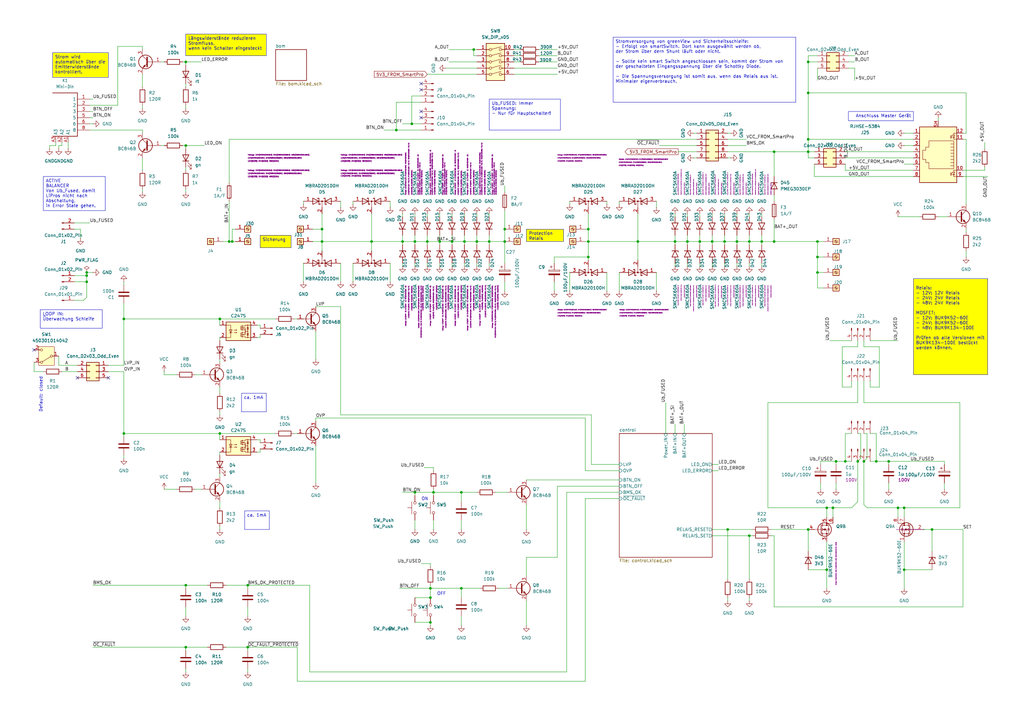
<source format=kicad_sch>
(kicad_sch
	(version 20250114)
	(generator "eeschema")
	(generator_version "9.0")
	(uuid "c138cc6a-756d-4318-83c4-a5413b81ee5f")
	(paper "A3")
	(lib_symbols
		(symbol "Connector:Conn_01x01_Pin"
			(pin_names
				(offset 1.016)
				(hide yes)
			)
			(exclude_from_sim no)
			(in_bom yes)
			(on_board yes)
			(property "Reference" "J"
				(at 0 2.54 0)
				(effects
					(font
						(size 1.27 1.27)
					)
				)
			)
			(property "Value" "Conn_01x01_Pin"
				(at 0 -2.54 0)
				(effects
					(font
						(size 1.27 1.27)
					)
				)
			)
			(property "Footprint" ""
				(at 0 0 0)
				(effects
					(font
						(size 1.27 1.27)
					)
					(hide yes)
				)
			)
			(property "Datasheet" "~"
				(at 0 0 0)
				(effects
					(font
						(size 1.27 1.27)
					)
					(hide yes)
				)
			)
			(property "Description" "Generic connector, single row, 01x01, script generated"
				(at 0 0 0)
				(effects
					(font
						(size 1.27 1.27)
					)
					(hide yes)
				)
			)
			(property "ki_locked" ""
				(at 0 0 0)
				(effects
					(font
						(size 1.27 1.27)
					)
				)
			)
			(property "ki_keywords" "connector"
				(at 0 0 0)
				(effects
					(font
						(size 1.27 1.27)
					)
					(hide yes)
				)
			)
			(property "ki_fp_filters" "Connector*:*_1x??_*"
				(at 0 0 0)
				(effects
					(font
						(size 1.27 1.27)
					)
					(hide yes)
				)
			)
			(symbol "Conn_01x01_Pin_1_1"
				(rectangle
					(start 0.8636 0.127)
					(end 0 -0.127)
					(stroke
						(width 0.1524)
						(type default)
					)
					(fill
						(type outline)
					)
				)
				(polyline
					(pts
						(xy 1.27 0) (xy 0.8636 0)
					)
					(stroke
						(width 0.1524)
						(type default)
					)
					(fill
						(type none)
					)
				)
				(pin passive line
					(at 5.08 0 180)
					(length 3.81)
					(name "Pin_1"
						(effects
							(font
								(size 1.27 1.27)
							)
						)
					)
					(number "1"
						(effects
							(font
								(size 1.27 1.27)
							)
						)
					)
				)
			)
			(embedded_fonts no)
		)
		(symbol "Connector:Conn_01x02_Pin"
			(pin_names
				(offset 1.016)
				(hide yes)
			)
			(exclude_from_sim no)
			(in_bom yes)
			(on_board yes)
			(property "Reference" "J"
				(at 0 2.54 0)
				(effects
					(font
						(size 1.27 1.27)
					)
				)
			)
			(property "Value" "Conn_01x02_Pin"
				(at 0 -5.08 0)
				(effects
					(font
						(size 1.27 1.27)
					)
				)
			)
			(property "Footprint" ""
				(at 0 0 0)
				(effects
					(font
						(size 1.27 1.27)
					)
					(hide yes)
				)
			)
			(property "Datasheet" "~"
				(at 0 0 0)
				(effects
					(font
						(size 1.27 1.27)
					)
					(hide yes)
				)
			)
			(property "Description" "Generic connector, single row, 01x02, script generated"
				(at 0 0 0)
				(effects
					(font
						(size 1.27 1.27)
					)
					(hide yes)
				)
			)
			(property "ki_locked" ""
				(at 0 0 0)
				(effects
					(font
						(size 1.27 1.27)
					)
				)
			)
			(property "ki_keywords" "connector"
				(at 0 0 0)
				(effects
					(font
						(size 1.27 1.27)
					)
					(hide yes)
				)
			)
			(property "ki_fp_filters" "Connector*:*_1x??_*"
				(at 0 0 0)
				(effects
					(font
						(size 1.27 1.27)
					)
					(hide yes)
				)
			)
			(symbol "Conn_01x02_Pin_1_1"
				(rectangle
					(start 0.8636 0.127)
					(end 0 -0.127)
					(stroke
						(width 0.1524)
						(type default)
					)
					(fill
						(type outline)
					)
				)
				(rectangle
					(start 0.8636 -2.413)
					(end 0 -2.667)
					(stroke
						(width 0.1524)
						(type default)
					)
					(fill
						(type outline)
					)
				)
				(polyline
					(pts
						(xy 1.27 0) (xy 0.8636 0)
					)
					(stroke
						(width 0.1524)
						(type default)
					)
					(fill
						(type none)
					)
				)
				(polyline
					(pts
						(xy 1.27 -2.54) (xy 0.8636 -2.54)
					)
					(stroke
						(width 0.1524)
						(type default)
					)
					(fill
						(type none)
					)
				)
				(pin passive line
					(at 5.08 0 180)
					(length 3.81)
					(name "Pin_1"
						(effects
							(font
								(size 1.27 1.27)
							)
						)
					)
					(number "1"
						(effects
							(font
								(size 1.27 1.27)
							)
						)
					)
				)
				(pin passive line
					(at 5.08 -2.54 180)
					(length 3.81)
					(name "Pin_2"
						(effects
							(font
								(size 1.27 1.27)
							)
						)
					)
					(number "2"
						(effects
							(font
								(size 1.27 1.27)
							)
						)
					)
				)
			)
			(embedded_fonts no)
		)
		(symbol "Connector:Conn_01x04_Pin"
			(pin_names
				(offset 1.016)
				(hide yes)
			)
			(exclude_from_sim no)
			(in_bom yes)
			(on_board yes)
			(property "Reference" "J"
				(at 0 5.08 0)
				(effects
					(font
						(size 1.27 1.27)
					)
				)
			)
			(property "Value" "Conn_01x04_Pin"
				(at 0 -7.62 0)
				(effects
					(font
						(size 1.27 1.27)
					)
				)
			)
			(property "Footprint" ""
				(at 0 0 0)
				(effects
					(font
						(size 1.27 1.27)
					)
					(hide yes)
				)
			)
			(property "Datasheet" "~"
				(at 0 0 0)
				(effects
					(font
						(size 1.27 1.27)
					)
					(hide yes)
				)
			)
			(property "Description" "Generic connector, single row, 01x04, script generated"
				(at 0 0 0)
				(effects
					(font
						(size 1.27 1.27)
					)
					(hide yes)
				)
			)
			(property "ki_locked" ""
				(at 0 0 0)
				(effects
					(font
						(size 1.27 1.27)
					)
				)
			)
			(property "ki_keywords" "connector"
				(at 0 0 0)
				(effects
					(font
						(size 1.27 1.27)
					)
					(hide yes)
				)
			)
			(property "ki_fp_filters" "Connector*:*_1x??_*"
				(at 0 0 0)
				(effects
					(font
						(size 1.27 1.27)
					)
					(hide yes)
				)
			)
			(symbol "Conn_01x04_Pin_1_1"
				(rectangle
					(start 0.8636 2.667)
					(end 0 2.413)
					(stroke
						(width 0.1524)
						(type default)
					)
					(fill
						(type outline)
					)
				)
				(rectangle
					(start 0.8636 0.127)
					(end 0 -0.127)
					(stroke
						(width 0.1524)
						(type default)
					)
					(fill
						(type outline)
					)
				)
				(rectangle
					(start 0.8636 -2.413)
					(end 0 -2.667)
					(stroke
						(width 0.1524)
						(type default)
					)
					(fill
						(type outline)
					)
				)
				(rectangle
					(start 0.8636 -4.953)
					(end 0 -5.207)
					(stroke
						(width 0.1524)
						(type default)
					)
					(fill
						(type outline)
					)
				)
				(polyline
					(pts
						(xy 1.27 2.54) (xy 0.8636 2.54)
					)
					(stroke
						(width 0.1524)
						(type default)
					)
					(fill
						(type none)
					)
				)
				(polyline
					(pts
						(xy 1.27 0) (xy 0.8636 0)
					)
					(stroke
						(width 0.1524)
						(type default)
					)
					(fill
						(type none)
					)
				)
				(polyline
					(pts
						(xy 1.27 -2.54) (xy 0.8636 -2.54)
					)
					(stroke
						(width 0.1524)
						(type default)
					)
					(fill
						(type none)
					)
				)
				(polyline
					(pts
						(xy 1.27 -5.08) (xy 0.8636 -5.08)
					)
					(stroke
						(width 0.1524)
						(type default)
					)
					(fill
						(type none)
					)
				)
				(pin passive line
					(at 5.08 2.54 180)
					(length 3.81)
					(name "Pin_1"
						(effects
							(font
								(size 1.27 1.27)
							)
						)
					)
					(number "1"
						(effects
							(font
								(size 1.27 1.27)
							)
						)
					)
				)
				(pin passive line
					(at 5.08 0 180)
					(length 3.81)
					(name "Pin_2"
						(effects
							(font
								(size 1.27 1.27)
							)
						)
					)
					(number "2"
						(effects
							(font
								(size 1.27 1.27)
							)
						)
					)
				)
				(pin passive line
					(at 5.08 -2.54 180)
					(length 3.81)
					(name "Pin_3"
						(effects
							(font
								(size 1.27 1.27)
							)
						)
					)
					(number "3"
						(effects
							(font
								(size 1.27 1.27)
							)
						)
					)
				)
				(pin passive line
					(at 5.08 -5.08 180)
					(length 3.81)
					(name "Pin_4"
						(effects
							(font
								(size 1.27 1.27)
							)
						)
					)
					(number "4"
						(effects
							(font
								(size 1.27 1.27)
							)
						)
					)
				)
			)
			(embedded_fonts no)
		)
		(symbol "Connector:RJ45_LED_Shielded"
			(pin_names
				(offset 1.016)
			)
			(exclude_from_sim no)
			(in_bom yes)
			(on_board yes)
			(property "Reference" "J"
				(at -5.08 13.97 0)
				(effects
					(font
						(size 1.27 1.27)
					)
					(justify right)
				)
			)
			(property "Value" "RJ45_LED_Shielded"
				(at 1.27 13.97 0)
				(effects
					(font
						(size 1.27 1.27)
					)
					(justify left)
				)
			)
			(property "Footprint" ""
				(at 0 0.635 90)
				(effects
					(font
						(size 1.27 1.27)
					)
					(hide yes)
				)
			)
			(property "Datasheet" "~"
				(at 0 0.635 90)
				(effects
					(font
						(size 1.27 1.27)
					)
					(hide yes)
				)
			)
			(property "Description" "RJ connector, 8P8C (8 positions 8 connected), two LEDs, Shielded"
				(at 0 0 0)
				(effects
					(font
						(size 1.27 1.27)
					)
					(hide yes)
				)
			)
			(property "ki_keywords" "8P8C RJ socket jack connector led"
				(at 0 0 0)
				(effects
					(font
						(size 1.27 1.27)
					)
					(hide yes)
				)
			)
			(property "ki_fp_filters" "8P8C* RJ45*"
				(at 0 0 0)
				(effects
					(font
						(size 1.27 1.27)
					)
					(hide yes)
				)
			)
			(symbol "RJ45_LED_Shielded_0_1"
				(polyline
					(pts
						(xy -7.62 10.16) (xy -6.35 10.16)
					)
					(stroke
						(width 0)
						(type default)
					)
					(fill
						(type none)
					)
				)
				(polyline
					(pts
						(xy -7.62 7.62) (xy -6.35 7.62)
					)
					(stroke
						(width 0)
						(type default)
					)
					(fill
						(type none)
					)
				)
				(polyline
					(pts
						(xy -7.62 -5.08) (xy -6.35 -5.08)
					)
					(stroke
						(width 0)
						(type default)
					)
					(fill
						(type none)
					)
				)
				(polyline
					(pts
						(xy -7.62 -7.62) (xy -6.35 -7.62)
					)
					(stroke
						(width 0)
						(type default)
					)
					(fill
						(type none)
					)
				)
				(polyline
					(pts
						(xy -6.858 9.398) (xy -5.842 9.398)
					)
					(stroke
						(width 0)
						(type default)
					)
					(fill
						(type none)
					)
				)
				(polyline
					(pts
						(xy -6.858 -5.842) (xy -5.842 -5.842)
					)
					(stroke
						(width 0)
						(type default)
					)
					(fill
						(type none)
					)
				)
				(polyline
					(pts
						(xy -6.35 10.16) (xy -6.35 9.398)
					)
					(stroke
						(width 0)
						(type default)
					)
					(fill
						(type none)
					)
				)
				(polyline
					(pts
						(xy -6.35 9.398) (xy -6.858 8.382) (xy -5.842 8.382) (xy -6.35 9.398)
					)
					(stroke
						(width 0)
						(type default)
					)
					(fill
						(type none)
					)
				)
				(polyline
					(pts
						(xy -6.35 7.62) (xy -6.35 8.382)
					)
					(stroke
						(width 0)
						(type default)
					)
					(fill
						(type none)
					)
				)
				(polyline
					(pts
						(xy -6.35 1.905) (xy -5.08 1.905) (xy -5.08 1.905)
					)
					(stroke
						(width 0)
						(type default)
					)
					(fill
						(type none)
					)
				)
				(polyline
					(pts
						(xy -6.35 0.635) (xy -5.08 0.635) (xy -5.08 0.635)
					)
					(stroke
						(width 0)
						(type default)
					)
					(fill
						(type none)
					)
				)
				(polyline
					(pts
						(xy -6.35 -0.635) (xy -5.08 -0.635) (xy -5.08 -0.635)
					)
					(stroke
						(width 0)
						(type default)
					)
					(fill
						(type none)
					)
				)
				(polyline
					(pts
						(xy -6.35 -1.905) (xy -5.08 -1.905) (xy -5.08 -1.905)
					)
					(stroke
						(width 0)
						(type default)
					)
					(fill
						(type none)
					)
				)
				(polyline
					(pts
						(xy -6.35 -3.175) (xy -5.08 -3.175) (xy -5.08 -3.175)
					)
					(stroke
						(width 0)
						(type default)
					)
					(fill
						(type none)
					)
				)
				(polyline
					(pts
						(xy -6.35 -4.445) (xy -6.35 6.985) (xy 3.81 6.985) (xy 3.81 4.445) (xy 5.08 4.445) (xy 5.08 3.175)
						(xy 6.35 3.175) (xy 6.35 -0.635) (xy 5.08 -0.635) (xy 5.08 -1.905) (xy 3.81 -1.905) (xy 3.81 -4.445)
						(xy -6.35 -4.445) (xy -6.35 -4.445)
					)
					(stroke
						(width 0)
						(type default)
					)
					(fill
						(type none)
					)
				)
				(polyline
					(pts
						(xy -6.35 -5.08) (xy -6.35 -5.842)
					)
					(stroke
						(width 0)
						(type default)
					)
					(fill
						(type none)
					)
				)
				(polyline
					(pts
						(xy -6.35 -5.842) (xy -6.858 -6.858) (xy -5.842 -6.858) (xy -6.35 -5.842)
					)
					(stroke
						(width 0)
						(type default)
					)
					(fill
						(type none)
					)
				)
				(polyline
					(pts
						(xy -6.35 -7.62) (xy -6.35 -6.858)
					)
					(stroke
						(width 0)
						(type default)
					)
					(fill
						(type none)
					)
				)
				(polyline
					(pts
						(xy -5.588 9.144) (xy -5.08 9.652) (xy -5.461 9.525)
					)
					(stroke
						(width 0)
						(type default)
					)
					(fill
						(type none)
					)
				)
				(polyline
					(pts
						(xy -5.588 8.509) (xy -5.08 9.017) (xy -5.461 8.89)
					)
					(stroke
						(width 0)
						(type default)
					)
					(fill
						(type none)
					)
				)
				(polyline
					(pts
						(xy -5.588 -6.096) (xy -5.08 -5.588) (xy -5.461 -5.715)
					)
					(stroke
						(width 0)
						(type default)
					)
					(fill
						(type none)
					)
				)
				(polyline
					(pts
						(xy -5.588 -6.731) (xy -5.08 -6.223) (xy -5.461 -6.35)
					)
					(stroke
						(width 0)
						(type default)
					)
					(fill
						(type none)
					)
				)
				(polyline
					(pts
						(xy -5.08 9.652) (xy -5.207 9.271)
					)
					(stroke
						(width 0)
						(type default)
					)
					(fill
						(type none)
					)
				)
				(polyline
					(pts
						(xy -5.08 9.017) (xy -5.207 8.636)
					)
					(stroke
						(width 0)
						(type default)
					)
					(fill
						(type none)
					)
				)
				(polyline
					(pts
						(xy -5.08 5.715) (xy -6.35 5.715)
					)
					(stroke
						(width 0)
						(type default)
					)
					(fill
						(type none)
					)
				)
				(polyline
					(pts
						(xy -5.08 4.445) (xy -6.35 4.445)
					)
					(stroke
						(width 0)
						(type default)
					)
					(fill
						(type none)
					)
				)
				(polyline
					(pts
						(xy -5.08 3.175) (xy -6.35 3.175) (xy -6.35 3.175)
					)
					(stroke
						(width 0)
						(type default)
					)
					(fill
						(type none)
					)
				)
				(polyline
					(pts
						(xy -5.08 -5.588) (xy -5.207 -5.969)
					)
					(stroke
						(width 0)
						(type default)
					)
					(fill
						(type none)
					)
				)
				(polyline
					(pts
						(xy -5.08 -6.223) (xy -5.207 -6.604)
					)
					(stroke
						(width 0)
						(type default)
					)
					(fill
						(type none)
					)
				)
				(rectangle
					(start 7.62 12.7)
					(end -7.62 -10.16)
					(stroke
						(width 0.254)
						(type default)
					)
					(fill
						(type background)
					)
				)
			)
			(symbol "RJ45_LED_Shielded_1_1"
				(pin passive line
					(at -10.16 10.16 0)
					(length 2.54)
					(name "~"
						(effects
							(font
								(size 1.27 1.27)
							)
						)
					)
					(number "9"
						(effects
							(font
								(size 1.27 1.27)
							)
						)
					)
				)
				(pin passive line
					(at -10.16 7.62 0)
					(length 2.54)
					(name "~"
						(effects
							(font
								(size 1.27 1.27)
							)
						)
					)
					(number "10"
						(effects
							(font
								(size 1.27 1.27)
							)
						)
					)
				)
				(pin passive line
					(at -10.16 -5.08 0)
					(length 2.54)
					(name "~"
						(effects
							(font
								(size 1.27 1.27)
							)
						)
					)
					(number "11"
						(effects
							(font
								(size 1.27 1.27)
							)
						)
					)
				)
				(pin passive line
					(at -10.16 -7.62 0)
					(length 2.54)
					(name "~"
						(effects
							(font
								(size 1.27 1.27)
							)
						)
					)
					(number "12"
						(effects
							(font
								(size 1.27 1.27)
							)
						)
					)
				)
				(pin passive line
					(at 0 -12.7 90)
					(length 2.54)
					(name "~"
						(effects
							(font
								(size 1.27 1.27)
							)
						)
					)
					(number "SH"
						(effects
							(font
								(size 1.27 1.27)
							)
						)
					)
				)
				(pin passive line
					(at 10.16 10.16 180)
					(length 2.54)
					(name "~"
						(effects
							(font
								(size 1.27 1.27)
							)
						)
					)
					(number "8"
						(effects
							(font
								(size 1.27 1.27)
							)
						)
					)
				)
				(pin passive line
					(at 10.16 7.62 180)
					(length 2.54)
					(name "~"
						(effects
							(font
								(size 1.27 1.27)
							)
						)
					)
					(number "7"
						(effects
							(font
								(size 1.27 1.27)
							)
						)
					)
				)
				(pin passive line
					(at 10.16 5.08 180)
					(length 2.54)
					(name "~"
						(effects
							(font
								(size 1.27 1.27)
							)
						)
					)
					(number "6"
						(effects
							(font
								(size 1.27 1.27)
							)
						)
					)
				)
				(pin passive line
					(at 10.16 2.54 180)
					(length 2.54)
					(name "~"
						(effects
							(font
								(size 1.27 1.27)
							)
						)
					)
					(number "5"
						(effects
							(font
								(size 1.27 1.27)
							)
						)
					)
				)
				(pin passive line
					(at 10.16 0 180)
					(length 2.54)
					(name "~"
						(effects
							(font
								(size 1.27 1.27)
							)
						)
					)
					(number "4"
						(effects
							(font
								(size 1.27 1.27)
							)
						)
					)
				)
				(pin passive line
					(at 10.16 -2.54 180)
					(length 2.54)
					(name "~"
						(effects
							(font
								(size 1.27 1.27)
							)
						)
					)
					(number "3"
						(effects
							(font
								(size 1.27 1.27)
							)
						)
					)
				)
				(pin passive line
					(at 10.16 -5.08 180)
					(length 2.54)
					(name "~"
						(effects
							(font
								(size 1.27 1.27)
							)
						)
					)
					(number "2"
						(effects
							(font
								(size 1.27 1.27)
							)
						)
					)
				)
				(pin passive line
					(at 10.16 -7.62 180)
					(length 2.54)
					(name "~"
						(effects
							(font
								(size 1.27 1.27)
							)
						)
					)
					(number "1"
						(effects
							(font
								(size 1.27 1.27)
							)
						)
					)
				)
			)
			(embedded_fonts no)
		)
		(symbol "Connector:Screw_Terminal_01x01"
			(pin_names
				(offset 1.016)
				(hide yes)
			)
			(exclude_from_sim no)
			(in_bom yes)
			(on_board yes)
			(property "Reference" "J"
				(at 0 2.54 0)
				(effects
					(font
						(size 1.27 1.27)
					)
				)
			)
			(property "Value" "Screw_Terminal_01x01"
				(at 0 -2.54 0)
				(effects
					(font
						(size 1.27 1.27)
					)
				)
			)
			(property "Footprint" ""
				(at 0 0 0)
				(effects
					(font
						(size 1.27 1.27)
					)
					(hide yes)
				)
			)
			(property "Datasheet" "~"
				(at 0 0 0)
				(effects
					(font
						(size 1.27 1.27)
					)
					(hide yes)
				)
			)
			(property "Description" "Generic screw terminal, single row, 01x01, script generated (kicad-library-utils/schlib/autogen/connector/)"
				(at 0 0 0)
				(effects
					(font
						(size 1.27 1.27)
					)
					(hide yes)
				)
			)
			(property "ki_keywords" "screw terminal"
				(at 0 0 0)
				(effects
					(font
						(size 1.27 1.27)
					)
					(hide yes)
				)
			)
			(property "ki_fp_filters" "TerminalBlock*:*"
				(at 0 0 0)
				(effects
					(font
						(size 1.27 1.27)
					)
					(hide yes)
				)
			)
			(symbol "Screw_Terminal_01x01_1_1"
				(rectangle
					(start -1.27 1.27)
					(end 1.27 -1.27)
					(stroke
						(width 0.254)
						(type default)
					)
					(fill
						(type background)
					)
				)
				(polyline
					(pts
						(xy -0.5334 0.3302) (xy 0.3302 -0.508)
					)
					(stroke
						(width 0.1524)
						(type default)
					)
					(fill
						(type none)
					)
				)
				(polyline
					(pts
						(xy -0.3556 0.508) (xy 0.508 -0.3302)
					)
					(stroke
						(width 0.1524)
						(type default)
					)
					(fill
						(type none)
					)
				)
				(circle
					(center 0 0)
					(radius 0.635)
					(stroke
						(width 0.1524)
						(type default)
					)
					(fill
						(type none)
					)
				)
				(pin passive line
					(at -5.08 0 0)
					(length 3.81)
					(name "Pin_1"
						(effects
							(font
								(size 1.27 1.27)
							)
						)
					)
					(number "1"
						(effects
							(font
								(size 1.27 1.27)
							)
						)
					)
				)
			)
			(embedded_fonts no)
		)
		(symbol "Connector_Generic:Conn_02x03_Odd_Even"
			(pin_names
				(offset 1.016)
				(hide yes)
			)
			(exclude_from_sim no)
			(in_bom yes)
			(on_board yes)
			(property "Reference" "J"
				(at 1.27 5.08 0)
				(effects
					(font
						(size 1.27 1.27)
					)
				)
			)
			(property "Value" "Conn_02x03_Odd_Even"
				(at 1.27 -5.08 0)
				(effects
					(font
						(size 1.27 1.27)
					)
				)
			)
			(property "Footprint" ""
				(at 0 0 0)
				(effects
					(font
						(size 1.27 1.27)
					)
					(hide yes)
				)
			)
			(property "Datasheet" "~"
				(at 0 0 0)
				(effects
					(font
						(size 1.27 1.27)
					)
					(hide yes)
				)
			)
			(property "Description" "Generic connector, double row, 02x03, odd/even pin numbering scheme (row 1 odd numbers, row 2 even numbers), script generated (kicad-library-utils/schlib/autogen/connector/)"
				(at 0 0 0)
				(effects
					(font
						(size 1.27 1.27)
					)
					(hide yes)
				)
			)
			(property "ki_keywords" "connector"
				(at 0 0 0)
				(effects
					(font
						(size 1.27 1.27)
					)
					(hide yes)
				)
			)
			(property "ki_fp_filters" "Connector*:*_2x??_*"
				(at 0 0 0)
				(effects
					(font
						(size 1.27 1.27)
					)
					(hide yes)
				)
			)
			(symbol "Conn_02x03_Odd_Even_1_1"
				(rectangle
					(start -1.27 3.81)
					(end 3.81 -3.81)
					(stroke
						(width 0.254)
						(type default)
					)
					(fill
						(type background)
					)
				)
				(rectangle
					(start -1.27 2.667)
					(end 0 2.413)
					(stroke
						(width 0.1524)
						(type default)
					)
					(fill
						(type none)
					)
				)
				(rectangle
					(start -1.27 0.127)
					(end 0 -0.127)
					(stroke
						(width 0.1524)
						(type default)
					)
					(fill
						(type none)
					)
				)
				(rectangle
					(start -1.27 -2.413)
					(end 0 -2.667)
					(stroke
						(width 0.1524)
						(type default)
					)
					(fill
						(type none)
					)
				)
				(rectangle
					(start 3.81 2.667)
					(end 2.54 2.413)
					(stroke
						(width 0.1524)
						(type default)
					)
					(fill
						(type none)
					)
				)
				(rectangle
					(start 3.81 0.127)
					(end 2.54 -0.127)
					(stroke
						(width 0.1524)
						(type default)
					)
					(fill
						(type none)
					)
				)
				(rectangle
					(start 3.81 -2.413)
					(end 2.54 -2.667)
					(stroke
						(width 0.1524)
						(type default)
					)
					(fill
						(type none)
					)
				)
				(pin passive line
					(at -5.08 2.54 0)
					(length 3.81)
					(name "Pin_1"
						(effects
							(font
								(size 1.27 1.27)
							)
						)
					)
					(number "1"
						(effects
							(font
								(size 1.27 1.27)
							)
						)
					)
				)
				(pin passive line
					(at -5.08 0 0)
					(length 3.81)
					(name "Pin_3"
						(effects
							(font
								(size 1.27 1.27)
							)
						)
					)
					(number "3"
						(effects
							(font
								(size 1.27 1.27)
							)
						)
					)
				)
				(pin passive line
					(at -5.08 -2.54 0)
					(length 3.81)
					(name "Pin_5"
						(effects
							(font
								(size 1.27 1.27)
							)
						)
					)
					(number "5"
						(effects
							(font
								(size 1.27 1.27)
							)
						)
					)
				)
				(pin passive line
					(at 7.62 2.54 180)
					(length 3.81)
					(name "Pin_2"
						(effects
							(font
								(size 1.27 1.27)
							)
						)
					)
					(number "2"
						(effects
							(font
								(size 1.27 1.27)
							)
						)
					)
				)
				(pin passive line
					(at 7.62 0 180)
					(length 3.81)
					(name "Pin_4"
						(effects
							(font
								(size 1.27 1.27)
							)
						)
					)
					(number "4"
						(effects
							(font
								(size 1.27 1.27)
							)
						)
					)
				)
				(pin passive line
					(at 7.62 -2.54 180)
					(length 3.81)
					(name "Pin_6"
						(effects
							(font
								(size 1.27 1.27)
							)
						)
					)
					(number "6"
						(effects
							(font
								(size 1.27 1.27)
							)
						)
					)
				)
			)
			(embedded_fonts no)
		)
		(symbol "Connector_Generic:Conn_02x05_Odd_Even"
			(pin_names
				(offset 1.016)
				(hide yes)
			)
			(exclude_from_sim no)
			(in_bom yes)
			(on_board yes)
			(property "Reference" "J"
				(at 1.27 7.62 0)
				(effects
					(font
						(size 1.27 1.27)
					)
				)
			)
			(property "Value" "Conn_02x05_Odd_Even"
				(at 1.27 -7.62 0)
				(effects
					(font
						(size 1.27 1.27)
					)
				)
			)
			(property "Footprint" ""
				(at 0 0 0)
				(effects
					(font
						(size 1.27 1.27)
					)
					(hide yes)
				)
			)
			(property "Datasheet" "~"
				(at 0 0 0)
				(effects
					(font
						(size 1.27 1.27)
					)
					(hide yes)
				)
			)
			(property "Description" "Generic connector, double row, 02x05, odd/even pin numbering scheme (row 1 odd numbers, row 2 even numbers), script generated (kicad-library-utils/schlib/autogen/connector/)"
				(at 0 0 0)
				(effects
					(font
						(size 1.27 1.27)
					)
					(hide yes)
				)
			)
			(property "ki_keywords" "connector"
				(at 0 0 0)
				(effects
					(font
						(size 1.27 1.27)
					)
					(hide yes)
				)
			)
			(property "ki_fp_filters" "Connector*:*_2x??_*"
				(at 0 0 0)
				(effects
					(font
						(size 1.27 1.27)
					)
					(hide yes)
				)
			)
			(symbol "Conn_02x05_Odd_Even_1_1"
				(rectangle
					(start -1.27 6.35)
					(end 3.81 -6.35)
					(stroke
						(width 0.254)
						(type default)
					)
					(fill
						(type background)
					)
				)
				(rectangle
					(start -1.27 5.207)
					(end 0 4.953)
					(stroke
						(width 0.1524)
						(type default)
					)
					(fill
						(type none)
					)
				)
				(rectangle
					(start -1.27 2.667)
					(end 0 2.413)
					(stroke
						(width 0.1524)
						(type default)
					)
					(fill
						(type none)
					)
				)
				(rectangle
					(start -1.27 0.127)
					(end 0 -0.127)
					(stroke
						(width 0.1524)
						(type default)
					)
					(fill
						(type none)
					)
				)
				(rectangle
					(start -1.27 -2.413)
					(end 0 -2.667)
					(stroke
						(width 0.1524)
						(type default)
					)
					(fill
						(type none)
					)
				)
				(rectangle
					(start -1.27 -4.953)
					(end 0 -5.207)
					(stroke
						(width 0.1524)
						(type default)
					)
					(fill
						(type none)
					)
				)
				(rectangle
					(start 3.81 5.207)
					(end 2.54 4.953)
					(stroke
						(width 0.1524)
						(type default)
					)
					(fill
						(type none)
					)
				)
				(rectangle
					(start 3.81 2.667)
					(end 2.54 2.413)
					(stroke
						(width 0.1524)
						(type default)
					)
					(fill
						(type none)
					)
				)
				(rectangle
					(start 3.81 0.127)
					(end 2.54 -0.127)
					(stroke
						(width 0.1524)
						(type default)
					)
					(fill
						(type none)
					)
				)
				(rectangle
					(start 3.81 -2.413)
					(end 2.54 -2.667)
					(stroke
						(width 0.1524)
						(type default)
					)
					(fill
						(type none)
					)
				)
				(rectangle
					(start 3.81 -4.953)
					(end 2.54 -5.207)
					(stroke
						(width 0.1524)
						(type default)
					)
					(fill
						(type none)
					)
				)
				(pin passive line
					(at -5.08 5.08 0)
					(length 3.81)
					(name "Pin_1"
						(effects
							(font
								(size 1.27 1.27)
							)
						)
					)
					(number "1"
						(effects
							(font
								(size 1.27 1.27)
							)
						)
					)
				)
				(pin passive line
					(at -5.08 2.54 0)
					(length 3.81)
					(name "Pin_3"
						(effects
							(font
								(size 1.27 1.27)
							)
						)
					)
					(number "3"
						(effects
							(font
								(size 1.27 1.27)
							)
						)
					)
				)
				(pin passive line
					(at -5.08 0 0)
					(length 3.81)
					(name "Pin_5"
						(effects
							(font
								(size 1.27 1.27)
							)
						)
					)
					(number "5"
						(effects
							(font
								(size 1.27 1.27)
							)
						)
					)
				)
				(pin passive line
					(at -5.08 -2.54 0)
					(length 3.81)
					(name "Pin_7"
						(effects
							(font
								(size 1.27 1.27)
							)
						)
					)
					(number "7"
						(effects
							(font
								(size 1.27 1.27)
							)
						)
					)
				)
				(pin passive line
					(at -5.08 -5.08 0)
					(length 3.81)
					(name "Pin_9"
						(effects
							(font
								(size 1.27 1.27)
							)
						)
					)
					(number "9"
						(effects
							(font
								(size 1.27 1.27)
							)
						)
					)
				)
				(pin passive line
					(at 7.62 5.08 180)
					(length 3.81)
					(name "Pin_2"
						(effects
							(font
								(size 1.27 1.27)
							)
						)
					)
					(number "2"
						(effects
							(font
								(size 1.27 1.27)
							)
						)
					)
				)
				(pin passive line
					(at 7.62 2.54 180)
					(length 3.81)
					(name "Pin_4"
						(effects
							(font
								(size 1.27 1.27)
							)
						)
					)
					(number "4"
						(effects
							(font
								(size 1.27 1.27)
							)
						)
					)
				)
				(pin passive line
					(at 7.62 0 180)
					(length 3.81)
					(name "Pin_6"
						(effects
							(font
								(size 1.27 1.27)
							)
						)
					)
					(number "6"
						(effects
							(font
								(size 1.27 1.27)
							)
						)
					)
				)
				(pin passive line
					(at 7.62 -2.54 180)
					(length 3.81)
					(name "Pin_8"
						(effects
							(font
								(size 1.27 1.27)
							)
						)
					)
					(number "8"
						(effects
							(font
								(size 1.27 1.27)
							)
						)
					)
				)
				(pin passive line
					(at 7.62 -5.08 180)
					(length 3.81)
					(name "Pin_10"
						(effects
							(font
								(size 1.27 1.27)
							)
						)
					)
					(number "10"
						(effects
							(font
								(size 1.27 1.27)
							)
						)
					)
				)
			)
			(embedded_fonts no)
		)
		(symbol "Device:C"
			(pin_numbers
				(hide yes)
			)
			(pin_names
				(offset 0.254)
			)
			(exclude_from_sim no)
			(in_bom yes)
			(on_board yes)
			(property "Reference" "C"
				(at 0.635 2.54 0)
				(effects
					(font
						(size 1.27 1.27)
					)
					(justify left)
				)
			)
			(property "Value" "C"
				(at 0.635 -2.54 0)
				(effects
					(font
						(size 1.27 1.27)
					)
					(justify left)
				)
			)
			(property "Footprint" ""
				(at 0.9652 -3.81 0)
				(effects
					(font
						(size 1.27 1.27)
					)
					(hide yes)
				)
			)
			(property "Datasheet" "~"
				(at 0 0 0)
				(effects
					(font
						(size 1.27 1.27)
					)
					(hide yes)
				)
			)
			(property "Description" "Unpolarized capacitor"
				(at 0 0 0)
				(effects
					(font
						(size 1.27 1.27)
					)
					(hide yes)
				)
			)
			(property "ki_keywords" "cap capacitor"
				(at 0 0 0)
				(effects
					(font
						(size 1.27 1.27)
					)
					(hide yes)
				)
			)
			(property "ki_fp_filters" "C_*"
				(at 0 0 0)
				(effects
					(font
						(size 1.27 1.27)
					)
					(hide yes)
				)
			)
			(symbol "C_0_1"
				(polyline
					(pts
						(xy -2.032 0.762) (xy 2.032 0.762)
					)
					(stroke
						(width 0.508)
						(type default)
					)
					(fill
						(type none)
					)
				)
				(polyline
					(pts
						(xy -2.032 -0.762) (xy 2.032 -0.762)
					)
					(stroke
						(width 0.508)
						(type default)
					)
					(fill
						(type none)
					)
				)
			)
			(symbol "C_1_1"
				(pin passive line
					(at 0 3.81 270)
					(length 2.794)
					(name "~"
						(effects
							(font
								(size 1.27 1.27)
							)
						)
					)
					(number "1"
						(effects
							(font
								(size 1.27 1.27)
							)
						)
					)
				)
				(pin passive line
					(at 0 -3.81 90)
					(length 2.794)
					(name "~"
						(effects
							(font
								(size 1.27 1.27)
							)
						)
					)
					(number "2"
						(effects
							(font
								(size 1.27 1.27)
							)
						)
					)
				)
			)
			(embedded_fonts no)
		)
		(symbol "Device:C_Polarized"
			(pin_numbers
				(hide yes)
			)
			(pin_names
				(offset 0.254)
			)
			(exclude_from_sim no)
			(in_bom yes)
			(on_board yes)
			(property "Reference" "C"
				(at 0.635 2.54 0)
				(effects
					(font
						(size 1.27 1.27)
					)
					(justify left)
				)
			)
			(property "Value" "C_Polarized"
				(at 0.635 -2.54 0)
				(effects
					(font
						(size 1.27 1.27)
					)
					(justify left)
				)
			)
			(property "Footprint" ""
				(at 0.9652 -3.81 0)
				(effects
					(font
						(size 1.27 1.27)
					)
					(hide yes)
				)
			)
			(property "Datasheet" "~"
				(at 0 0 0)
				(effects
					(font
						(size 1.27 1.27)
					)
					(hide yes)
				)
			)
			(property "Description" "Polarized capacitor"
				(at 0 0 0)
				(effects
					(font
						(size 1.27 1.27)
					)
					(hide yes)
				)
			)
			(property "ki_keywords" "cap capacitor"
				(at 0 0 0)
				(effects
					(font
						(size 1.27 1.27)
					)
					(hide yes)
				)
			)
			(property "ki_fp_filters" "CP_*"
				(at 0 0 0)
				(effects
					(font
						(size 1.27 1.27)
					)
					(hide yes)
				)
			)
			(symbol "C_Polarized_0_1"
				(rectangle
					(start -2.286 0.508)
					(end 2.286 1.016)
					(stroke
						(width 0)
						(type default)
					)
					(fill
						(type none)
					)
				)
				(polyline
					(pts
						(xy -1.778 2.286) (xy -0.762 2.286)
					)
					(stroke
						(width 0)
						(type default)
					)
					(fill
						(type none)
					)
				)
				(polyline
					(pts
						(xy -1.27 2.794) (xy -1.27 1.778)
					)
					(stroke
						(width 0)
						(type default)
					)
					(fill
						(type none)
					)
				)
				(rectangle
					(start 2.286 -0.508)
					(end -2.286 -1.016)
					(stroke
						(width 0)
						(type default)
					)
					(fill
						(type outline)
					)
				)
			)
			(symbol "C_Polarized_1_1"
				(pin passive line
					(at 0 3.81 270)
					(length 2.794)
					(name "~"
						(effects
							(font
								(size 1.27 1.27)
							)
						)
					)
					(number "1"
						(effects
							(font
								(size 1.27 1.27)
							)
						)
					)
				)
				(pin passive line
					(at 0 -3.81 90)
					(length 2.794)
					(name "~"
						(effects
							(font
								(size 1.27 1.27)
							)
						)
					)
					(number "2"
						(effects
							(font
								(size 1.27 1.27)
							)
						)
					)
				)
			)
			(embedded_fonts no)
		)
		(symbol "Device:D"
			(pin_numbers
				(hide yes)
			)
			(pin_names
				(offset 1.016)
				(hide yes)
			)
			(exclude_from_sim no)
			(in_bom yes)
			(on_board yes)
			(property "Reference" "D"
				(at 0 2.54 0)
				(effects
					(font
						(size 1.27 1.27)
					)
				)
			)
			(property "Value" "D"
				(at 0 -2.54 0)
				(effects
					(font
						(size 1.27 1.27)
					)
				)
			)
			(property "Footprint" ""
				(at 0 0 0)
				(effects
					(font
						(size 1.27 1.27)
					)
					(hide yes)
				)
			)
			(property "Datasheet" "~"
				(at 0 0 0)
				(effects
					(font
						(size 1.27 1.27)
					)
					(hide yes)
				)
			)
			(property "Description" "Diode"
				(at 0 0 0)
				(effects
					(font
						(size 1.27 1.27)
					)
					(hide yes)
				)
			)
			(property "Sim.Device" "D"
				(at 0 0 0)
				(effects
					(font
						(size 1.27 1.27)
					)
					(hide yes)
				)
			)
			(property "Sim.Pins" "1=K 2=A"
				(at 0 0 0)
				(effects
					(font
						(size 1.27 1.27)
					)
					(hide yes)
				)
			)
			(property "ki_keywords" "diode"
				(at 0 0 0)
				(effects
					(font
						(size 1.27 1.27)
					)
					(hide yes)
				)
			)
			(property "ki_fp_filters" "TO-???* *_Diode_* *SingleDiode* D_*"
				(at 0 0 0)
				(effects
					(font
						(size 1.27 1.27)
					)
					(hide yes)
				)
			)
			(symbol "D_0_1"
				(polyline
					(pts
						(xy -1.27 1.27) (xy -1.27 -1.27)
					)
					(stroke
						(width 0.254)
						(type default)
					)
					(fill
						(type none)
					)
				)
				(polyline
					(pts
						(xy 1.27 1.27) (xy 1.27 -1.27) (xy -1.27 0) (xy 1.27 1.27)
					)
					(stroke
						(width 0.254)
						(type default)
					)
					(fill
						(type none)
					)
				)
				(polyline
					(pts
						(xy 1.27 0) (xy -1.27 0)
					)
					(stroke
						(width 0)
						(type default)
					)
					(fill
						(type none)
					)
				)
			)
			(symbol "D_1_1"
				(pin passive line
					(at -3.81 0 0)
					(length 2.54)
					(name "K"
						(effects
							(font
								(size 1.27 1.27)
							)
						)
					)
					(number "1"
						(effects
							(font
								(size 1.27 1.27)
							)
						)
					)
				)
				(pin passive line
					(at 3.81 0 180)
					(length 2.54)
					(name "A"
						(effects
							(font
								(size 1.27 1.27)
							)
						)
					)
					(number "2"
						(effects
							(font
								(size 1.27 1.27)
							)
						)
					)
				)
			)
			(embedded_fonts no)
		)
		(symbol "Device:D_Schottky_Dual_CommonCathode_AKA"
			(pin_names
				(offset 0.762)
				(hide yes)
			)
			(exclude_from_sim no)
			(in_bom yes)
			(on_board yes)
			(property "Reference" "D"
				(at 1.27 -2.54 0)
				(effects
					(font
						(size 1.27 1.27)
					)
				)
			)
			(property "Value" "D_Schottky_Dual_CommonCathode_AKA"
				(at 0 2.54 0)
				(effects
					(font
						(size 1.27 1.27)
					)
				)
			)
			(property "Footprint" ""
				(at 0 0 0)
				(effects
					(font
						(size 1.27 1.27)
					)
					(hide yes)
				)
			)
			(property "Datasheet" "~"
				(at 0 0 0)
				(effects
					(font
						(size 1.27 1.27)
					)
					(hide yes)
				)
			)
			(property "Description" "Dual Schottky diode, common cathode on pin 2"
				(at 0 0 0)
				(effects
					(font
						(size 1.27 1.27)
					)
					(hide yes)
				)
			)
			(property "ki_keywords" "diode"
				(at 0 0 0)
				(effects
					(font
						(size 1.27 1.27)
					)
					(hide yes)
				)
			)
			(symbol "D_Schottky_Dual_CommonCathode_AKA_0_1"
				(polyline
					(pts
						(xy -3.81 1.27) (xy -1.27 0) (xy -3.81 -1.27) (xy -3.81 1.27) (xy -3.81 1.27) (xy -3.81 1.27)
					)
					(stroke
						(width 0.254)
						(type default)
					)
					(fill
						(type none)
					)
				)
				(polyline
					(pts
						(xy -1.778 1.016) (xy -1.778 1.27) (xy -1.27 1.27) (xy -1.27 1.27) (xy -1.27 1.27)
					)
					(stroke
						(width 0.254)
						(type default)
					)
					(fill
						(type none)
					)
				)
				(polyline
					(pts
						(xy -1.27 -1.27) (xy -1.27 1.27) (xy -1.27 1.27)
					)
					(stroke
						(width 0.254)
						(type default)
					)
					(fill
						(type none)
					)
				)
				(polyline
					(pts
						(xy -1.27 -1.27) (xy -0.762 -1.27) (xy -0.762 -1.016) (xy -0.762 -1.016)
					)
					(stroke
						(width 0.254)
						(type default)
					)
					(fill
						(type none)
					)
				)
				(polyline
					(pts
						(xy 0 0) (xy 0 -2.54)
					)
					(stroke
						(width 0)
						(type default)
					)
					(fill
						(type none)
					)
				)
				(circle
					(center 0 0)
					(radius 0.254)
					(stroke
						(width 0)
						(type default)
					)
					(fill
						(type outline)
					)
				)
				(polyline
					(pts
						(xy 1.27 1.27) (xy 0.762 1.27) (xy 0.762 1.016) (xy 0.762 1.016)
					)
					(stroke
						(width 0.254)
						(type default)
					)
					(fill
						(type none)
					)
				)
				(polyline
					(pts
						(xy 1.27 -1.27) (xy 1.27 1.27) (xy 1.27 1.27)
					)
					(stroke
						(width 0.254)
						(type default)
					)
					(fill
						(type none)
					)
				)
				(polyline
					(pts
						(xy 1.27 -1.27) (xy 1.778 -1.27) (xy 1.778 -1.016) (xy 1.778 -1.016)
					)
					(stroke
						(width 0.254)
						(type default)
					)
					(fill
						(type none)
					)
				)
				(polyline
					(pts
						(xy 3.81 0) (xy -3.81 0)
					)
					(stroke
						(width 0)
						(type default)
					)
					(fill
						(type none)
					)
				)
				(polyline
					(pts
						(xy 3.81 -1.27) (xy 1.27 0) (xy 3.81 1.27) (xy 3.81 -1.27) (xy 3.81 -1.27) (xy 3.81 -1.27)
					)
					(stroke
						(width 0.254)
						(type default)
					)
					(fill
						(type none)
					)
				)
				(pin passive line
					(at -7.62 0 0)
					(length 3.81)
					(name "A"
						(effects
							(font
								(size 1.27 1.27)
							)
						)
					)
					(number "1"
						(effects
							(font
								(size 1.27 1.27)
							)
						)
					)
				)
				(pin passive line
					(at 0 -5.08 90)
					(length 2.54)
					(name "K"
						(effects
							(font
								(size 1.27 1.27)
							)
						)
					)
					(number "2"
						(effects
							(font
								(size 1.27 1.27)
							)
						)
					)
				)
				(pin passive line
					(at 7.62 0 180)
					(length 3.81)
					(name "A"
						(effects
							(font
								(size 1.27 1.27)
							)
						)
					)
					(number "3"
						(effects
							(font
								(size 1.27 1.27)
							)
						)
					)
				)
			)
			(embedded_fonts no)
		)
		(symbol "Device:D_Zener"
			(pin_numbers
				(hide yes)
			)
			(pin_names
				(offset 1.016)
				(hide yes)
			)
			(exclude_from_sim no)
			(in_bom yes)
			(on_board yes)
			(property "Reference" "D"
				(at 0 2.54 0)
				(effects
					(font
						(size 1.27 1.27)
					)
				)
			)
			(property "Value" "D_Zener"
				(at 0 -2.54 0)
				(effects
					(font
						(size 1.27 1.27)
					)
				)
			)
			(property "Footprint" ""
				(at 0 0 0)
				(effects
					(font
						(size 1.27 1.27)
					)
					(hide yes)
				)
			)
			(property "Datasheet" "~"
				(at 0 0 0)
				(effects
					(font
						(size 1.27 1.27)
					)
					(hide yes)
				)
			)
			(property "Description" "Zener diode"
				(at 0 0 0)
				(effects
					(font
						(size 1.27 1.27)
					)
					(hide yes)
				)
			)
			(property "ki_keywords" "diode"
				(at 0 0 0)
				(effects
					(font
						(size 1.27 1.27)
					)
					(hide yes)
				)
			)
			(property "ki_fp_filters" "TO-???* *_Diode_* *SingleDiode* D_*"
				(at 0 0 0)
				(effects
					(font
						(size 1.27 1.27)
					)
					(hide yes)
				)
			)
			(symbol "D_Zener_0_1"
				(polyline
					(pts
						(xy -1.27 -1.27) (xy -1.27 1.27) (xy -0.762 1.27)
					)
					(stroke
						(width 0.254)
						(type default)
					)
					(fill
						(type none)
					)
				)
				(polyline
					(pts
						(xy 1.27 0) (xy -1.27 0)
					)
					(stroke
						(width 0)
						(type default)
					)
					(fill
						(type none)
					)
				)
				(polyline
					(pts
						(xy 1.27 -1.27) (xy 1.27 1.27) (xy -1.27 0) (xy 1.27 -1.27)
					)
					(stroke
						(width 0.254)
						(type default)
					)
					(fill
						(type none)
					)
				)
			)
			(symbol "D_Zener_1_1"
				(pin passive line
					(at -3.81 0 0)
					(length 2.54)
					(name "K"
						(effects
							(font
								(size 1.27 1.27)
							)
						)
					)
					(number "1"
						(effects
							(font
								(size 1.27 1.27)
							)
						)
					)
				)
				(pin passive line
					(at 3.81 0 180)
					(length 2.54)
					(name "A"
						(effects
							(font
								(size 1.27 1.27)
							)
						)
					)
					(number "2"
						(effects
							(font
								(size 1.27 1.27)
							)
						)
					)
				)
			)
			(embedded_fonts no)
		)
		(symbol "Device:Fuse"
			(pin_numbers
				(hide yes)
			)
			(pin_names
				(offset 0)
			)
			(exclude_from_sim no)
			(in_bom yes)
			(on_board yes)
			(property "Reference" "F"
				(at 2.032 0 90)
				(effects
					(font
						(size 1.27 1.27)
					)
				)
			)
			(property "Value" "Fuse"
				(at -1.905 0 90)
				(effects
					(font
						(size 1.27 1.27)
					)
				)
			)
			(property "Footprint" ""
				(at -1.778 0 90)
				(effects
					(font
						(size 1.27 1.27)
					)
					(hide yes)
				)
			)
			(property "Datasheet" "~"
				(at 0 0 0)
				(effects
					(font
						(size 1.27 1.27)
					)
					(hide yes)
				)
			)
			(property "Description" "Fuse"
				(at 0 0 0)
				(effects
					(font
						(size 1.27 1.27)
					)
					(hide yes)
				)
			)
			(property "ki_keywords" "fuse"
				(at 0 0 0)
				(effects
					(font
						(size 1.27 1.27)
					)
					(hide yes)
				)
			)
			(property "ki_fp_filters" "*Fuse*"
				(at 0 0 0)
				(effects
					(font
						(size 1.27 1.27)
					)
					(hide yes)
				)
			)
			(symbol "Fuse_0_1"
				(rectangle
					(start -0.762 -2.54)
					(end 0.762 2.54)
					(stroke
						(width 0.254)
						(type default)
					)
					(fill
						(type none)
					)
				)
				(polyline
					(pts
						(xy 0 2.54) (xy 0 -2.54)
					)
					(stroke
						(width 0)
						(type default)
					)
					(fill
						(type none)
					)
				)
			)
			(symbol "Fuse_1_1"
				(pin passive line
					(at 0 3.81 270)
					(length 1.27)
					(name "~"
						(effects
							(font
								(size 1.27 1.27)
							)
						)
					)
					(number "1"
						(effects
							(font
								(size 1.27 1.27)
							)
						)
					)
				)
				(pin passive line
					(at 0 -3.81 90)
					(length 1.27)
					(name "~"
						(effects
							(font
								(size 1.27 1.27)
							)
						)
					)
					(number "2"
						(effects
							(font
								(size 1.27 1.27)
							)
						)
					)
				)
			)
			(embedded_fonts no)
		)
		(symbol "Device:LED"
			(pin_numbers
				(hide yes)
			)
			(pin_names
				(offset 1.016)
				(hide yes)
			)
			(exclude_from_sim no)
			(in_bom yes)
			(on_board yes)
			(property "Reference" "D"
				(at 0 2.54 0)
				(effects
					(font
						(size 1.27 1.27)
					)
				)
			)
			(property "Value" "LED"
				(at 0 -2.54 0)
				(effects
					(font
						(size 1.27 1.27)
					)
				)
			)
			(property "Footprint" ""
				(at 0 0 0)
				(effects
					(font
						(size 1.27 1.27)
					)
					(hide yes)
				)
			)
			(property "Datasheet" "~"
				(at 0 0 0)
				(effects
					(font
						(size 1.27 1.27)
					)
					(hide yes)
				)
			)
			(property "Description" "Light emitting diode"
				(at 0 0 0)
				(effects
					(font
						(size 1.27 1.27)
					)
					(hide yes)
				)
			)
			(property "Sim.Pins" "1=K 2=A"
				(at 0 0 0)
				(effects
					(font
						(size 1.27 1.27)
					)
					(hide yes)
				)
			)
			(property "ki_keywords" "LED diode"
				(at 0 0 0)
				(effects
					(font
						(size 1.27 1.27)
					)
					(hide yes)
				)
			)
			(property "ki_fp_filters" "LED* LED_SMD:* LED_THT:*"
				(at 0 0 0)
				(effects
					(font
						(size 1.27 1.27)
					)
					(hide yes)
				)
			)
			(symbol "LED_0_1"
				(polyline
					(pts
						(xy -3.048 -0.762) (xy -4.572 -2.286) (xy -3.81 -2.286) (xy -4.572 -2.286) (xy -4.572 -1.524)
					)
					(stroke
						(width 0)
						(type default)
					)
					(fill
						(type none)
					)
				)
				(polyline
					(pts
						(xy -1.778 -0.762) (xy -3.302 -2.286) (xy -2.54 -2.286) (xy -3.302 -2.286) (xy -3.302 -1.524)
					)
					(stroke
						(width 0)
						(type default)
					)
					(fill
						(type none)
					)
				)
				(polyline
					(pts
						(xy -1.27 0) (xy 1.27 0)
					)
					(stroke
						(width 0)
						(type default)
					)
					(fill
						(type none)
					)
				)
				(polyline
					(pts
						(xy -1.27 -1.27) (xy -1.27 1.27)
					)
					(stroke
						(width 0.254)
						(type default)
					)
					(fill
						(type none)
					)
				)
				(polyline
					(pts
						(xy 1.27 -1.27) (xy 1.27 1.27) (xy -1.27 0) (xy 1.27 -1.27)
					)
					(stroke
						(width 0.254)
						(type default)
					)
					(fill
						(type none)
					)
				)
			)
			(symbol "LED_1_1"
				(pin passive line
					(at -3.81 0 0)
					(length 2.54)
					(name "K"
						(effects
							(font
								(size 1.27 1.27)
							)
						)
					)
					(number "1"
						(effects
							(font
								(size 1.27 1.27)
							)
						)
					)
				)
				(pin passive line
					(at 3.81 0 180)
					(length 2.54)
					(name "A"
						(effects
							(font
								(size 1.27 1.27)
							)
						)
					)
					(number "2"
						(effects
							(font
								(size 1.27 1.27)
							)
						)
					)
				)
			)
			(embedded_fonts no)
		)
		(symbol "Device:R"
			(pin_numbers
				(hide yes)
			)
			(pin_names
				(offset 0)
			)
			(exclude_from_sim no)
			(in_bom yes)
			(on_board yes)
			(property "Reference" "R"
				(at 2.032 0 90)
				(effects
					(font
						(size 1.27 1.27)
					)
				)
			)
			(property "Value" "R"
				(at 0 0 90)
				(effects
					(font
						(size 1.27 1.27)
					)
				)
			)
			(property "Footprint" ""
				(at -1.778 0 90)
				(effects
					(font
						(size 1.27 1.27)
					)
					(hide yes)
				)
			)
			(property "Datasheet" "~"
				(at 0 0 0)
				(effects
					(font
						(size 1.27 1.27)
					)
					(hide yes)
				)
			)
			(property "Description" "Resistor"
				(at 0 0 0)
				(effects
					(font
						(size 1.27 1.27)
					)
					(hide yes)
				)
			)
			(property "ki_keywords" "R res resistor"
				(at 0 0 0)
				(effects
					(font
						(size 1.27 1.27)
					)
					(hide yes)
				)
			)
			(property "ki_fp_filters" "R_*"
				(at 0 0 0)
				(effects
					(font
						(size 1.27 1.27)
					)
					(hide yes)
				)
			)
			(symbol "R_0_1"
				(rectangle
					(start -1.016 -2.54)
					(end 1.016 2.54)
					(stroke
						(width 0.254)
						(type default)
					)
					(fill
						(type none)
					)
				)
			)
			(symbol "R_1_1"
				(pin passive line
					(at 0 3.81 270)
					(length 1.27)
					(name "~"
						(effects
							(font
								(size 1.27 1.27)
							)
						)
					)
					(number "1"
						(effects
							(font
								(size 1.27 1.27)
							)
						)
					)
				)
				(pin passive line
					(at 0 -3.81 90)
					(length 1.27)
					(name "~"
						(effects
							(font
								(size 1.27 1.27)
							)
						)
					)
					(number "2"
						(effects
							(font
								(size 1.27 1.27)
							)
						)
					)
				)
			)
			(embedded_fonts no)
		)
		(symbol "Diode:1.5SMCxxA"
			(pin_numbers
				(hide yes)
			)
			(pin_names
				(offset 1.016)
				(hide yes)
			)
			(exclude_from_sim no)
			(in_bom yes)
			(on_board yes)
			(property "Reference" "D"
				(at 0 2.54 0)
				(effects
					(font
						(size 1.27 1.27)
					)
				)
			)
			(property "Value" "1.5SMCxxA"
				(at 0 -2.54 0)
				(effects
					(font
						(size 1.27 1.27)
					)
				)
			)
			(property "Footprint" "Diode_SMD:D_SMC"
				(at 0 -5.08 0)
				(effects
					(font
						(size 1.27 1.27)
					)
					(hide yes)
				)
			)
			(property "Datasheet" "https://www.vishay.com/docs/88303/15smc.pdf"
				(at -1.27 0 0)
				(effects
					(font
						(size 1.27 1.27)
					)
					(hide yes)
				)
			)
			(property "Description" "1500W unidirectional TVS diode, SMC (DO-201AB)"
				(at 0 0 0)
				(effects
					(font
						(size 1.27 1.27)
					)
					(hide yes)
				)
			)
			(property "ki_keywords" "transient voltage suppressor TRANSZORB®"
				(at 0 0 0)
				(effects
					(font
						(size 1.27 1.27)
					)
					(hide yes)
				)
			)
			(property "ki_fp_filters" "D?SMC*"
				(at 0 0 0)
				(effects
					(font
						(size 1.27 1.27)
					)
					(hide yes)
				)
			)
			(symbol "1.5SMCxxA_0_1"
				(polyline
					(pts
						(xy -0.762 1.27) (xy -1.27 1.27) (xy -1.27 -1.27)
					)
					(stroke
						(width 0.254)
						(type default)
					)
					(fill
						(type none)
					)
				)
				(polyline
					(pts
						(xy 1.27 1.27) (xy 1.27 -1.27) (xy -1.27 0) (xy 1.27 1.27)
					)
					(stroke
						(width 0.254)
						(type default)
					)
					(fill
						(type none)
					)
				)
			)
			(symbol "1.5SMCxxA_1_1"
				(pin passive line
					(at -3.81 0 0)
					(length 2.54)
					(name "A1"
						(effects
							(font
								(size 1.27 1.27)
							)
						)
					)
					(number "1"
						(effects
							(font
								(size 1.27 1.27)
							)
						)
					)
				)
				(pin passive line
					(at 3.81 0 180)
					(length 2.54)
					(name "A2"
						(effects
							(font
								(size 1.27 1.27)
							)
						)
					)
					(number "2"
						(effects
							(font
								(size 1.27 1.27)
							)
						)
					)
				)
			)
			(embedded_fonts no)
		)
		(symbol "Relay_SolidState:ASSR-1218"
			(exclude_from_sim no)
			(in_bom yes)
			(on_board yes)
			(property "Reference" "U"
				(at -5.08 5.08 0)
				(effects
					(font
						(size 1.27 1.27)
					)
					(justify left)
				)
			)
			(property "Value" "ASSR-1218"
				(at 0 5.08 0)
				(effects
					(font
						(size 1.27 1.27)
					)
					(justify left)
				)
			)
			(property "Footprint" "Package_SO:SO-4_4.4x4.3mm_P2.54mm"
				(at -5.08 -5.08 0)
				(effects
					(font
						(size 1.27 1.27)
						(italic yes)
					)
					(justify left)
					(hide yes)
				)
			)
			(property "Datasheet" "https://docs.broadcom.com/docs/AV02-0173EN"
				(at 0 0 0)
				(effects
					(font
						(size 1.27 1.27)
					)
					(justify left)
					(hide yes)
				)
			)
			(property "Description" "Form A, Solid State Relay (Photo MOSFET) 60V, 0.2A, 10Ohm, SO-4"
				(at 0 0 0)
				(effects
					(font
						(size 1.27 1.27)
					)
					(hide yes)
				)
			)
			(property "ki_keywords" "MOSFET Output Photorelay 1-Form-A"
				(at 0 0 0)
				(effects
					(font
						(size 1.27 1.27)
					)
					(hide yes)
				)
			)
			(property "ki_fp_filters" "SO*4.4x4.3mm*P2.54mm*"
				(at 0 0 0)
				(effects
					(font
						(size 1.27 1.27)
					)
					(hide yes)
				)
			)
			(symbol "ASSR-1218_0_1"
				(rectangle
					(start -5.08 3.81)
					(end 5.08 -3.81)
					(stroke
						(width 0.254)
						(type default)
					)
					(fill
						(type background)
					)
				)
				(polyline
					(pts
						(xy -5.08 2.54) (xy -3.175 2.54) (xy -3.175 -2.54) (xy -5.08 -2.54)
					)
					(stroke
						(width 0)
						(type default)
					)
					(fill
						(type none)
					)
				)
				(polyline
					(pts
						(xy -3.81 -0.635) (xy -2.54 -0.635)
					)
					(stroke
						(width 0)
						(type default)
					)
					(fill
						(type none)
					)
				)
				(polyline
					(pts
						(xy -3.175 -0.635) (xy -3.81 0.635) (xy -2.54 0.635) (xy -3.175 -0.635)
					)
					(stroke
						(width 0)
						(type default)
					)
					(fill
						(type none)
					)
				)
				(polyline
					(pts
						(xy -1.905 0.508) (xy -0.635 0.508) (xy -1.016 0.381) (xy -1.016 0.635) (xy -0.635 0.508)
					)
					(stroke
						(width 0)
						(type default)
					)
					(fill
						(type none)
					)
				)
				(polyline
					(pts
						(xy -1.905 -0.508) (xy -0.635 -0.508) (xy -1.016 -0.635) (xy -1.016 -0.381) (xy -0.635 -0.508)
					)
					(stroke
						(width 0)
						(type default)
					)
					(fill
						(type none)
					)
				)
				(polyline
					(pts
						(xy 1.016 2.159) (xy 1.016 0.635)
					)
					(stroke
						(width 0.2032)
						(type default)
					)
					(fill
						(type none)
					)
				)
				(polyline
					(pts
						(xy 1.016 -0.635) (xy 1.016 -2.159)
					)
					(stroke
						(width 0.2032)
						(type default)
					)
					(fill
						(type none)
					)
				)
				(polyline
					(pts
						(xy 1.524 2.286) (xy 1.524 2.032) (xy 1.524 2.032)
					)
					(stroke
						(width 0.3556)
						(type default)
					)
					(fill
						(type none)
					)
				)
				(polyline
					(pts
						(xy 1.524 1.524) (xy 1.524 1.27) (xy 1.524 1.27)
					)
					(stroke
						(width 0.3556)
						(type default)
					)
					(fill
						(type none)
					)
				)
				(polyline
					(pts
						(xy 1.524 0.762) (xy 1.524 0.508) (xy 1.524 0.508)
					)
					(stroke
						(width 0.3556)
						(type default)
					)
					(fill
						(type none)
					)
				)
				(polyline
					(pts
						(xy 1.524 -0.508) (xy 1.524 -0.762)
					)
					(stroke
						(width 0.3556)
						(type default)
					)
					(fill
						(type none)
					)
				)
				(polyline
					(pts
						(xy 1.524 -1.27) (xy 1.524 -1.524) (xy 1.524 -1.524)
					)
					(stroke
						(width 0.3556)
						(type default)
					)
					(fill
						(type none)
					)
				)
				(polyline
					(pts
						(xy 1.524 -2.032) (xy 1.524 -2.286) (xy 1.524 -2.286)
					)
					(stroke
						(width 0.3556)
						(type default)
					)
					(fill
						(type none)
					)
				)
				(polyline
					(pts
						(xy 1.651 2.159) (xy 2.794 2.159) (xy 2.794 2.54) (xy 5.08 2.54)
					)
					(stroke
						(width 0)
						(type default)
					)
					(fill
						(type none)
					)
				)
				(polyline
					(pts
						(xy 1.651 1.397) (xy 2.794 1.397) (xy 2.794 0.635)
					)
					(stroke
						(width 0)
						(type default)
					)
					(fill
						(type none)
					)
				)
				(polyline
					(pts
						(xy 1.651 -0.635) (xy 2.794 -0.635) (xy 2.794 0.635) (xy 1.651 0.635)
					)
					(stroke
						(width 0)
						(type default)
					)
					(fill
						(type none)
					)
				)
				(polyline
					(pts
						(xy 1.651 -1.397) (xy 2.794 -1.397) (xy 2.794 -0.635)
					)
					(stroke
						(width 0)
						(type default)
					)
					(fill
						(type none)
					)
				)
				(polyline
					(pts
						(xy 1.651 -2.159) (xy 2.794 -2.159) (xy 2.794 -2.54) (xy 5.08 -2.54)
					)
					(stroke
						(width 0)
						(type default)
					)
					(fill
						(type none)
					)
				)
				(polyline
					(pts
						(xy 1.778 1.397) (xy 2.286 1.524) (xy 2.286 1.27) (xy 1.778 1.397)
					)
					(stroke
						(width 0)
						(type default)
					)
					(fill
						(type none)
					)
				)
				(polyline
					(pts
						(xy 1.778 -1.397) (xy 2.286 -1.27) (xy 2.286 -1.524) (xy 1.778 -1.397)
					)
					(stroke
						(width 0)
						(type default)
					)
					(fill
						(type none)
					)
				)
				(circle
					(center 2.794 0.635)
					(radius 0.127)
					(stroke
						(width 0)
						(type default)
					)
					(fill
						(type none)
					)
				)
				(polyline
					(pts
						(xy 2.794 0) (xy 3.81 0)
					)
					(stroke
						(width 0)
						(type default)
					)
					(fill
						(type none)
					)
				)
				(circle
					(center 2.794 0)
					(radius 0.127)
					(stroke
						(width 0)
						(type default)
					)
					(fill
						(type none)
					)
				)
				(circle
					(center 2.794 -0.635)
					(radius 0.127)
					(stroke
						(width 0)
						(type default)
					)
					(fill
						(type none)
					)
				)
				(polyline
					(pts
						(xy 3.429 1.651) (xy 4.191 1.651)
					)
					(stroke
						(width 0)
						(type default)
					)
					(fill
						(type none)
					)
				)
				(polyline
					(pts
						(xy 3.429 -1.651) (xy 4.191 -1.651)
					)
					(stroke
						(width 0)
						(type default)
					)
					(fill
						(type none)
					)
				)
				(circle
					(center 3.81 2.54)
					(radius 0.127)
					(stroke
						(width 0)
						(type default)
					)
					(fill
						(type none)
					)
				)
				(polyline
					(pts
						(xy 3.81 1.651) (xy 3.429 0.889) (xy 4.191 0.889) (xy 3.81 1.651)
					)
					(stroke
						(width 0)
						(type default)
					)
					(fill
						(type none)
					)
				)
				(circle
					(center 3.81 0)
					(radius 0.127)
					(stroke
						(width 0)
						(type default)
					)
					(fill
						(type none)
					)
				)
				(polyline
					(pts
						(xy 3.81 -1.651) (xy 3.429 -0.889) (xy 4.191 -0.889) (xy 3.81 -1.651)
					)
					(stroke
						(width 0)
						(type default)
					)
					(fill
						(type none)
					)
				)
				(polyline
					(pts
						(xy 3.81 -2.54) (xy 3.81 2.54)
					)
					(stroke
						(width 0)
						(type default)
					)
					(fill
						(type none)
					)
				)
				(circle
					(center 3.81 -2.54)
					(radius 0.127)
					(stroke
						(width 0)
						(type default)
					)
					(fill
						(type none)
					)
				)
			)
			(symbol "ASSR-1218_1_1"
				(pin passive line
					(at -7.62 2.54 0)
					(length 2.54)
					(name "~"
						(effects
							(font
								(size 1.27 1.27)
							)
						)
					)
					(number "1"
						(effects
							(font
								(size 1.27 1.27)
							)
						)
					)
				)
				(pin passive line
					(at -7.62 -2.54 0)
					(length 2.54)
					(name "~"
						(effects
							(font
								(size 1.27 1.27)
							)
						)
					)
					(number "2"
						(effects
							(font
								(size 1.27 1.27)
							)
						)
					)
				)
				(pin passive line
					(at 7.62 2.54 180)
					(length 2.54)
					(name "~"
						(effects
							(font
								(size 1.27 1.27)
							)
						)
					)
					(number "4"
						(effects
							(font
								(size 1.27 1.27)
							)
						)
					)
				)
				(pin passive line
					(at 7.62 -2.54 180)
					(length 2.54)
					(name "~"
						(effects
							(font
								(size 1.27 1.27)
							)
						)
					)
					(number "3"
						(effects
							(font
								(size 1.27 1.27)
							)
						)
					)
				)
			)
			(embedded_fonts no)
		)
		(symbol "Switch:SW_DIP_x05"
			(pin_names
				(offset 0)
				(hide yes)
			)
			(exclude_from_sim no)
			(in_bom yes)
			(on_board yes)
			(property "Reference" "SW"
				(at 0 8.89 0)
				(effects
					(font
						(size 1.27 1.27)
					)
				)
			)
			(property "Value" "SW_DIP_x05"
				(at 0 -8.89 0)
				(effects
					(font
						(size 1.27 1.27)
					)
				)
			)
			(property "Footprint" ""
				(at 0 0 0)
				(effects
					(font
						(size 1.27 1.27)
					)
					(hide yes)
				)
			)
			(property "Datasheet" "~"
				(at 0 0 0)
				(effects
					(font
						(size 1.27 1.27)
					)
					(hide yes)
				)
			)
			(property "Description" "5x DIP Switch, Single Pole Single Throw (SPST) switch, small symbol"
				(at 0 0 0)
				(effects
					(font
						(size 1.27 1.27)
					)
					(hide yes)
				)
			)
			(property "ki_keywords" "dip switch"
				(at 0 0 0)
				(effects
					(font
						(size 1.27 1.27)
					)
					(hide yes)
				)
			)
			(property "ki_fp_filters" "SW?DIP?x5*"
				(at 0 0 0)
				(effects
					(font
						(size 1.27 1.27)
					)
					(hide yes)
				)
			)
			(symbol "SW_DIP_x05_0_0"
				(circle
					(center -2.032 5.08)
					(radius 0.508)
					(stroke
						(width 0)
						(type default)
					)
					(fill
						(type none)
					)
				)
				(circle
					(center -2.032 2.54)
					(radius 0.508)
					(stroke
						(width 0)
						(type default)
					)
					(fill
						(type none)
					)
				)
				(circle
					(center -2.032 0)
					(radius 0.508)
					(stroke
						(width 0)
						(type default)
					)
					(fill
						(type none)
					)
				)
				(circle
					(center -2.032 -2.54)
					(radius 0.508)
					(stroke
						(width 0)
						(type default)
					)
					(fill
						(type none)
					)
				)
				(circle
					(center -2.032 -5.08)
					(radius 0.508)
					(stroke
						(width 0)
						(type default)
					)
					(fill
						(type none)
					)
				)
				(polyline
					(pts
						(xy -1.524 5.207) (xy 2.3622 6.2484)
					)
					(stroke
						(width 0)
						(type default)
					)
					(fill
						(type none)
					)
				)
				(polyline
					(pts
						(xy -1.524 2.667) (xy 2.3622 3.7084)
					)
					(stroke
						(width 0)
						(type default)
					)
					(fill
						(type none)
					)
				)
				(polyline
					(pts
						(xy -1.524 0.127) (xy 2.3622 1.1684)
					)
					(stroke
						(width 0)
						(type default)
					)
					(fill
						(type none)
					)
				)
				(polyline
					(pts
						(xy -1.524 -2.3876) (xy 2.3622 -1.3462)
					)
					(stroke
						(width 0)
						(type default)
					)
					(fill
						(type none)
					)
				)
				(polyline
					(pts
						(xy -1.524 -4.9276) (xy 2.3622 -3.8862)
					)
					(stroke
						(width 0)
						(type default)
					)
					(fill
						(type none)
					)
				)
				(circle
					(center 2.032 5.08)
					(radius 0.508)
					(stroke
						(width 0)
						(type default)
					)
					(fill
						(type none)
					)
				)
				(circle
					(center 2.032 2.54)
					(radius 0.508)
					(stroke
						(width 0)
						(type default)
					)
					(fill
						(type none)
					)
				)
				(circle
					(center 2.032 0)
					(radius 0.508)
					(stroke
						(width 0)
						(type default)
					)
					(fill
						(type none)
					)
				)
				(circle
					(center 2.032 -2.54)
					(radius 0.508)
					(stroke
						(width 0)
						(type default)
					)
					(fill
						(type none)
					)
				)
				(circle
					(center 2.032 -5.08)
					(radius 0.508)
					(stroke
						(width 0)
						(type default)
					)
					(fill
						(type none)
					)
				)
			)
			(symbol "SW_DIP_x05_0_1"
				(rectangle
					(start -3.81 7.62)
					(end 3.81 -7.62)
					(stroke
						(width 0.254)
						(type default)
					)
					(fill
						(type background)
					)
				)
			)
			(symbol "SW_DIP_x05_1_1"
				(pin passive line
					(at -7.62 5.08 0)
					(length 5.08)
					(name "~"
						(effects
							(font
								(size 1.27 1.27)
							)
						)
					)
					(number "1"
						(effects
							(font
								(size 1.27 1.27)
							)
						)
					)
				)
				(pin passive line
					(at -7.62 2.54 0)
					(length 5.08)
					(name "~"
						(effects
							(font
								(size 1.27 1.27)
							)
						)
					)
					(number "2"
						(effects
							(font
								(size 1.27 1.27)
							)
						)
					)
				)
				(pin passive line
					(at -7.62 0 0)
					(length 5.08)
					(name "~"
						(effects
							(font
								(size 1.27 1.27)
							)
						)
					)
					(number "3"
						(effects
							(font
								(size 1.27 1.27)
							)
						)
					)
				)
				(pin passive line
					(at -7.62 -2.54 0)
					(length 5.08)
					(name "~"
						(effects
							(font
								(size 1.27 1.27)
							)
						)
					)
					(number "4"
						(effects
							(font
								(size 1.27 1.27)
							)
						)
					)
				)
				(pin passive line
					(at -7.62 -5.08 0)
					(length 5.08)
					(name "~"
						(effects
							(font
								(size 1.27 1.27)
							)
						)
					)
					(number "5"
						(effects
							(font
								(size 1.27 1.27)
							)
						)
					)
				)
				(pin passive line
					(at 7.62 5.08 180)
					(length 5.08)
					(name "~"
						(effects
							(font
								(size 1.27 1.27)
							)
						)
					)
					(number "10"
						(effects
							(font
								(size 1.27 1.27)
							)
						)
					)
				)
				(pin passive line
					(at 7.62 2.54 180)
					(length 5.08)
					(name "~"
						(effects
							(font
								(size 1.27 1.27)
							)
						)
					)
					(number "9"
						(effects
							(font
								(size 1.27 1.27)
							)
						)
					)
				)
				(pin passive line
					(at 7.62 0 180)
					(length 5.08)
					(name "~"
						(effects
							(font
								(size 1.27 1.27)
							)
						)
					)
					(number "8"
						(effects
							(font
								(size 1.27 1.27)
							)
						)
					)
				)
				(pin passive line
					(at 7.62 -2.54 180)
					(length 5.08)
					(name "~"
						(effects
							(font
								(size 1.27 1.27)
							)
						)
					)
					(number "7"
						(effects
							(font
								(size 1.27 1.27)
							)
						)
					)
				)
				(pin passive line
					(at 7.62 -5.08 180)
					(length 5.08)
					(name "~"
						(effects
							(font
								(size 1.27 1.27)
							)
						)
					)
					(number "6"
						(effects
							(font
								(size 1.27 1.27)
							)
						)
					)
				)
			)
			(embedded_fonts no)
		)
		(symbol "Switch:SW_Omron_B3FS"
			(pin_numbers
				(hide yes)
			)
			(pin_names
				(offset 1.016)
				(hide yes)
			)
			(exclude_from_sim no)
			(in_bom yes)
			(on_board yes)
			(property "Reference" "SW"
				(at 1.27 2.54 0)
				(effects
					(font
						(size 1.27 1.27)
					)
					(justify left)
				)
			)
			(property "Value" "SW_Omron_B3FS"
				(at 0 -1.524 0)
				(effects
					(font
						(size 1.27 1.27)
					)
				)
			)
			(property "Footprint" ""
				(at 0 5.08 0)
				(effects
					(font
						(size 1.27 1.27)
					)
					(hide yes)
				)
			)
			(property "Datasheet" "https://omronfs.omron.com/en_US/ecb/products/pdf/en-b3fs.pdf"
				(at 0 5.08 0)
				(effects
					(font
						(size 1.27 1.27)
					)
					(hide yes)
				)
			)
			(property "Description" "Omron B3FS 6x6mm single pole normally-open tactile switch"
				(at 0 0 0)
				(effects
					(font
						(size 1.27 1.27)
					)
					(hide yes)
				)
			)
			(property "ki_keywords" "switch normally-open pushbutton push-button"
				(at 0 0 0)
				(effects
					(font
						(size 1.27 1.27)
					)
					(hide yes)
				)
			)
			(property "ki_fp_filters" "SW*Omron*B3FS*"
				(at 0 0 0)
				(effects
					(font
						(size 1.27 1.27)
					)
					(hide yes)
				)
			)
			(symbol "SW_Omron_B3FS_0_1"
				(circle
					(center -2.032 0)
					(radius 0.508)
					(stroke
						(width 0)
						(type default)
					)
					(fill
						(type none)
					)
				)
				(polyline
					(pts
						(xy 0 1.27) (xy 0 3.048)
					)
					(stroke
						(width 0)
						(type default)
					)
					(fill
						(type none)
					)
				)
				(circle
					(center 2.032 0)
					(radius 0.508)
					(stroke
						(width 0)
						(type default)
					)
					(fill
						(type none)
					)
				)
				(polyline
					(pts
						(xy 2.54 1.27) (xy -2.54 1.27)
					)
					(stroke
						(width 0)
						(type default)
					)
					(fill
						(type none)
					)
				)
				(pin passive line
					(at -5.08 0 0)
					(length 2.54)
					(name "1"
						(effects
							(font
								(size 1.27 1.27)
							)
						)
					)
					(number "1"
						(effects
							(font
								(size 1.27 1.27)
							)
						)
					)
				)
				(pin passive line
					(at 5.08 0 180)
					(length 2.54)
					(name "2"
						(effects
							(font
								(size 1.27 1.27)
							)
						)
					)
					(number "2"
						(effects
							(font
								(size 1.27 1.27)
							)
						)
					)
				)
			)
			(embedded_fonts no)
		)
		(symbol "Switch:SW_Wuerth_450301014042"
			(pin_names
				(offset 1)
				(hide yes)
			)
			(exclude_from_sim no)
			(in_bom yes)
			(on_board yes)
			(property "Reference" "SW"
				(at 0 5.08 0)
				(effects
					(font
						(size 1.27 1.27)
					)
				)
			)
			(property "Value" "SW_Wuerth_450301014042"
				(at 0 -5.08 0)
				(effects
					(font
						(size 1.27 1.27)
					)
				)
			)
			(property "Footprint" "Button_Switch_THT:SW_Slide-03_Wuerth-WS-SLTV_10x2.5x6.4_P2.54mm"
				(at 0 -10.16 0)
				(effects
					(font
						(size 1.27 1.27)
					)
					(hide yes)
				)
			)
			(property "Datasheet" "https://www.we-online.com/components/products/datasheet/450301014042.pdf"
				(at 0 -7.62 0)
				(effects
					(font
						(size 1.27 1.27)
					)
					(hide yes)
				)
			)
			(property "Description" "Switch slide, single pole double throw"
				(at 0 0 0)
				(effects
					(font
						(size 1.27 1.27)
					)
					(hide yes)
				)
			)
			(property "ki_keywords" "changeover single-pole opposite-side-connection double-throw spdt ON-ON"
				(at 0 0 0)
				(effects
					(font
						(size 1.27 1.27)
					)
					(hide yes)
				)
			)
			(property "ki_fp_filters" "SW*Wuerth*WS*SLTV*10x2.5x6.4*P2.54mm*"
				(at 0 0 0)
				(effects
					(font
						(size 1.27 1.27)
					)
					(hide yes)
				)
			)
			(symbol "SW_Wuerth_450301014042_0_1"
				(circle
					(center -2.032 0)
					(radius 0.4572)
					(stroke
						(width 0)
						(type default)
					)
					(fill
						(type none)
					)
				)
				(polyline
					(pts
						(xy -1.651 0.254) (xy 1.651 2.286)
					)
					(stroke
						(width 0)
						(type default)
					)
					(fill
						(type none)
					)
				)
				(circle
					(center 2.032 2.54)
					(radius 0.4572)
					(stroke
						(width 0)
						(type default)
					)
					(fill
						(type none)
					)
				)
				(circle
					(center 2.032 -2.54)
					(radius 0.4572)
					(stroke
						(width 0)
						(type default)
					)
					(fill
						(type none)
					)
				)
			)
			(symbol "SW_Wuerth_450301014042_1_1"
				(rectangle
					(start -3.175 3.81)
					(end 3.175 -3.81)
					(stroke
						(width 0)
						(type default)
					)
					(fill
						(type background)
					)
				)
				(pin passive line
					(at -5.08 0 0)
					(length 2.54)
					(name "B"
						(effects
							(font
								(size 1.27 1.27)
							)
						)
					)
					(number "1"
						(effects
							(font
								(size 1.27 1.27)
							)
						)
					)
				)
				(pin passive line
					(at 5.08 2.54 180)
					(length 2.54)
					(name "A"
						(effects
							(font
								(size 1.27 1.27)
							)
						)
					)
					(number "3"
						(effects
							(font
								(size 1.27 1.27)
							)
						)
					)
				)
				(pin passive line
					(at 5.08 -2.54 180)
					(length 2.54)
					(name "C"
						(effects
							(font
								(size 1.27 1.27)
							)
						)
					)
					(number "2"
						(effects
							(font
								(size 1.27 1.27)
							)
						)
					)
				)
			)
			(embedded_fonts no)
		)
		(symbol "Transistor_BJT:Q_NPN_BEC"
			(pin_names
				(offset 0)
				(hide yes)
			)
			(exclude_from_sim no)
			(in_bom yes)
			(on_board yes)
			(property "Reference" "Q"
				(at 5.08 1.27 0)
				(effects
					(font
						(size 1.27 1.27)
					)
					(justify left)
				)
			)
			(property "Value" "Q_NPN_BEC"
				(at 5.08 -1.27 0)
				(effects
					(font
						(size 1.27 1.27)
					)
					(justify left)
				)
			)
			(property "Footprint" ""
				(at 5.08 2.54 0)
				(effects
					(font
						(size 1.27 1.27)
					)
					(hide yes)
				)
			)
			(property "Datasheet" "~"
				(at 0 0 0)
				(effects
					(font
						(size 1.27 1.27)
					)
					(hide yes)
				)
			)
			(property "Description" "NPN transistor, base/emitter/collector"
				(at 0 0 0)
				(effects
					(font
						(size 1.27 1.27)
					)
					(hide yes)
				)
			)
			(property "ki_keywords" "BJT"
				(at 0 0 0)
				(effects
					(font
						(size 1.27 1.27)
					)
					(hide yes)
				)
			)
			(symbol "Q_NPN_BEC_0_1"
				(polyline
					(pts
						(xy -2.54 0) (xy 0.635 0)
					)
					(stroke
						(width 0)
						(type default)
					)
					(fill
						(type none)
					)
				)
				(polyline
					(pts
						(xy 0.635 1.905) (xy 0.635 -1.905)
					)
					(stroke
						(width 0.508)
						(type default)
					)
					(fill
						(type none)
					)
				)
				(circle
					(center 1.27 0)
					(radius 2.8194)
					(stroke
						(width 0.254)
						(type default)
					)
					(fill
						(type none)
					)
				)
			)
			(symbol "Q_NPN_BEC_1_1"
				(polyline
					(pts
						(xy 0.635 0.635) (xy 2.54 2.54)
					)
					(stroke
						(width 0)
						(type default)
					)
					(fill
						(type none)
					)
				)
				(polyline
					(pts
						(xy 0.635 -0.635) (xy 2.54 -2.54)
					)
					(stroke
						(width 0)
						(type default)
					)
					(fill
						(type none)
					)
				)
				(polyline
					(pts
						(xy 1.27 -1.778) (xy 1.778 -1.27) (xy 2.286 -2.286) (xy 1.27 -1.778)
					)
					(stroke
						(width 0)
						(type default)
					)
					(fill
						(type outline)
					)
				)
				(pin input line
					(at -5.08 0 0)
					(length 2.54)
					(name "B"
						(effects
							(font
								(size 1.27 1.27)
							)
						)
					)
					(number "1"
						(effects
							(font
								(size 1.27 1.27)
							)
						)
					)
				)
				(pin passive line
					(at 2.54 5.08 270)
					(length 2.54)
					(name "C"
						(effects
							(font
								(size 1.27 1.27)
							)
						)
					)
					(number "3"
						(effects
							(font
								(size 1.27 1.27)
							)
						)
					)
				)
				(pin passive line
					(at 2.54 -5.08 90)
					(length 2.54)
					(name "E"
						(effects
							(font
								(size 1.27 1.27)
							)
						)
					)
					(number "2"
						(effects
							(font
								(size 1.27 1.27)
							)
						)
					)
				)
			)
			(embedded_fonts no)
		)
		(symbol "Transistor_FET:Q_Dual_NMOS_S1G1S2G2D2D2D1D1"
			(pin_names
				(offset 0)
				(hide yes)
			)
			(exclude_from_sim no)
			(in_bom yes)
			(on_board yes)
			(property "Reference" "Q"
				(at 5.08 1.905 0)
				(effects
					(font
						(size 1.27 1.27)
					)
					(justify left)
				)
			)
			(property "Value" "Q_Dual_NMOS_S1G1S2G2D2D2D1D1"
				(at 5.08 0 0)
				(effects
					(font
						(size 1.27 1.27)
					)
					(justify left)
				)
			)
			(property "Footprint" ""
				(at 5.08 0 0)
				(effects
					(font
						(size 1.27 1.27)
					)
					(hide yes)
				)
			)
			(property "Datasheet" "~"
				(at 5.08 0 0)
				(effects
					(font
						(size 1.27 1.27)
					)
					(hide yes)
				)
			)
			(property "Description" "Dual NMOS transistor, 8 pin package"
				(at 0 0 0)
				(effects
					(font
						(size 1.27 1.27)
					)
					(hide yes)
				)
			)
			(property "ki_keywords" "transistor NMOS N-MOS N-MOSFET"
				(at 0 0 0)
				(effects
					(font
						(size 1.27 1.27)
					)
					(hide yes)
				)
			)
			(symbol "Q_Dual_NMOS_S1G1S2G2D2D2D1D1_0_1"
				(polyline
					(pts
						(xy 0.254 1.905) (xy 0.254 -1.905)
					)
					(stroke
						(width 0.254)
						(type default)
					)
					(fill
						(type none)
					)
				)
				(polyline
					(pts
						(xy 0.254 0) (xy -2.54 0)
					)
					(stroke
						(width 0)
						(type default)
					)
					(fill
						(type none)
					)
				)
				(polyline
					(pts
						(xy 0.762 2.286) (xy 0.762 1.27)
					)
					(stroke
						(width 0.254)
						(type default)
					)
					(fill
						(type none)
					)
				)
				(polyline
					(pts
						(xy 0.762 0.508) (xy 0.762 -0.508)
					)
					(stroke
						(width 0.254)
						(type default)
					)
					(fill
						(type none)
					)
				)
				(polyline
					(pts
						(xy 0.762 -1.27) (xy 0.762 -2.286)
					)
					(stroke
						(width 0.254)
						(type default)
					)
					(fill
						(type none)
					)
				)
				(polyline
					(pts
						(xy 0.762 -1.778) (xy 3.302 -1.778) (xy 3.302 1.778) (xy 0.762 1.778)
					)
					(stroke
						(width 0)
						(type default)
					)
					(fill
						(type none)
					)
				)
				(polyline
					(pts
						(xy 1.016 0) (xy 2.032 0.381) (xy 2.032 -0.381) (xy 1.016 0)
					)
					(stroke
						(width 0)
						(type default)
					)
					(fill
						(type outline)
					)
				)
				(circle
					(center 1.651 0)
					(radius 2.794)
					(stroke
						(width 0.254)
						(type default)
					)
					(fill
						(type none)
					)
				)
				(polyline
					(pts
						(xy 2.54 2.54) (xy 2.54 1.778)
					)
					(stroke
						(width 0)
						(type default)
					)
					(fill
						(type none)
					)
				)
				(circle
					(center 2.54 2.54)
					(radius 0.254)
					(stroke
						(width 0)
						(type default)
					)
					(fill
						(type outline)
					)
				)
				(circle
					(center 2.54 1.778)
					(radius 0.254)
					(stroke
						(width 0)
						(type default)
					)
					(fill
						(type outline)
					)
				)
				(circle
					(center 2.54 -1.778)
					(radius 0.254)
					(stroke
						(width 0)
						(type default)
					)
					(fill
						(type outline)
					)
				)
				(polyline
					(pts
						(xy 2.54 -2.54) (xy 2.54 0) (xy 0.762 0)
					)
					(stroke
						(width 0)
						(type default)
					)
					(fill
						(type none)
					)
				)
				(polyline
					(pts
						(xy 2.921 0.381) (xy 3.683 0.381)
					)
					(stroke
						(width 0)
						(type default)
					)
					(fill
						(type none)
					)
				)
				(polyline
					(pts
						(xy 3.302 0.381) (xy 2.921 -0.254) (xy 3.683 -0.254) (xy 3.302 0.381)
					)
					(stroke
						(width 0)
						(type default)
					)
					(fill
						(type none)
					)
				)
				(polyline
					(pts
						(xy 5.08 2.54) (xy 2.54 2.54)
					)
					(stroke
						(width 0)
						(type default)
					)
					(fill
						(type none)
					)
				)
			)
			(symbol "Q_Dual_NMOS_S1G1S2G2D2D2D1D1_1_1"
				(pin input line
					(at -5.08 0 0)
					(length 2.54)
					(name "G"
						(effects
							(font
								(size 1.27 1.27)
							)
						)
					)
					(number "2"
						(effects
							(font
								(size 1.27 1.27)
							)
						)
					)
				)
				(pin passive line
					(at 2.54 5.08 270)
					(length 2.54)
					(name "D"
						(effects
							(font
								(size 1.27 1.27)
							)
						)
					)
					(number "7"
						(effects
							(font
								(size 1.27 1.27)
							)
						)
					)
				)
				(pin passive line
					(at 2.54 -5.08 90)
					(length 2.54)
					(name "S"
						(effects
							(font
								(size 1.27 1.27)
							)
						)
					)
					(number "1"
						(effects
							(font
								(size 1.27 1.27)
							)
						)
					)
				)
				(pin passive line
					(at 5.08 5.08 270)
					(length 2.54)
					(name "D"
						(effects
							(font
								(size 1.27 1.27)
							)
						)
					)
					(number "8"
						(effects
							(font
								(size 1.27 1.27)
							)
						)
					)
				)
			)
			(symbol "Q_Dual_NMOS_S1G1S2G2D2D2D1D1_2_1"
				(pin input line
					(at -5.08 0 0)
					(length 2.54)
					(name "G"
						(effects
							(font
								(size 1.27 1.27)
							)
						)
					)
					(number "4"
						(effects
							(font
								(size 1.27 1.27)
							)
						)
					)
				)
				(pin passive line
					(at 2.54 5.08 270)
					(length 2.54)
					(name "D"
						(effects
							(font
								(size 1.27 1.27)
							)
						)
					)
					(number "5"
						(effects
							(font
								(size 1.27 1.27)
							)
						)
					)
				)
				(pin passive line
					(at 2.54 -5.08 90)
					(length 2.54)
					(name "S"
						(effects
							(font
								(size 1.27 1.27)
							)
						)
					)
					(number "3"
						(effects
							(font
								(size 1.27 1.27)
							)
						)
					)
				)
				(pin passive line
					(at 5.08 5.08 270)
					(length 2.54)
					(name "D"
						(effects
							(font
								(size 1.27 1.27)
							)
						)
					)
					(number "6"
						(effects
							(font
								(size 1.27 1.27)
							)
						)
					)
				)
			)
			(embedded_fonts no)
		)
		(symbol "myConnector:EB-DIOS-M06_EB-DIOSM06"
			(exclude_from_sim no)
			(in_bom yes)
			(on_board yes)
			(property "Reference" "K1"
				(at 0 13.97 0)
				(effects
					(font
						(size 1.27 1.0795)
					)
				)
			)
			(property "Value" "Mini-Din"
				(at 0 11.43 0)
				(effects
					(font
						(size 1.27 1.0795)
					)
				)
			)
			(property "Footprint" "greenMeter_v3:EB-DIOS-M06_PS_2-6"
				(at 0 0 0)
				(effects
					(font
						(size 1.27 1.27)
					)
					(hide yes)
				)
			)
			(property "Datasheet" ""
				(at 0 0 0)
				(effects
					(font
						(size 1.27 1.27)
					)
					(hide yes)
				)
			)
			(property "Description" "MINI DIN BUCHSE 6 POL weiblich 90 ° THT"
				(at 0 0 0)
				(effects
					(font
						(size 1.27 1.27)
					)
					(hide yes)
				)
			)
			(property "ECS Art#" "CON442"
				(at 0 0 0)
				(effects
					(font
						(size 1.27 1.27)
					)
					(hide yes)
				)
			)
			(property "HAN" "---"
				(at 0 0 0)
				(effects
					(font
						(size 1.27 1.27)
					)
					(hide yes)
				)
			)
			(property "Hersteller" "---"
				(at 0 0 0)
				(effects
					(font
						(size 1.27 1.27)
					)
					(hide yes)
				)
			)
			(property "ki_locked" ""
				(at 0 0 0)
				(effects
					(font
						(size 1.27 1.27)
					)
				)
			)
			(symbol "EB-DIOS-M06_EB-DIOSM06_1_0"
				(polyline
					(pts
						(xy -5.08 10.16) (xy -5.08 -7.62)
					)
					(stroke
						(width 0.254)
						(type solid)
					)
					(fill
						(type none)
					)
				)
				(polyline
					(pts
						(xy -5.08 -7.62) (xy 5.08 -7.62)
					)
					(stroke
						(width 0.254)
						(type solid)
					)
					(fill
						(type none)
					)
				)
				(polyline
					(pts
						(xy 5.08 10.16) (xy -5.08 10.16)
					)
					(stroke
						(width 0.254)
						(type solid)
					)
					(fill
						(type none)
					)
				)
				(pin passive line
					(at -10.16 7.62 0)
					(length 5.08)
					(name "1"
						(effects
							(font
								(size 1.27 1.27)
							)
						)
					)
					(number "1"
						(effects
							(font
								(size 1.27 1.27)
							)
						)
					)
				)
				(pin passive line
					(at -10.16 5.08 0)
					(length 5.08)
					(name "2"
						(effects
							(font
								(size 1.27 1.27)
							)
						)
					)
					(number "2"
						(effects
							(font
								(size 1.27 1.27)
							)
						)
					)
				)
				(pin passive line
					(at -10.16 2.54 0)
					(length 5.08)
					(name "3"
						(effects
							(font
								(size 1.27 1.27)
							)
						)
					)
					(number "3"
						(effects
							(font
								(size 1.27 1.27)
							)
						)
					)
				)
				(pin passive line
					(at -10.16 0 0)
					(length 5.08)
					(name "5"
						(effects
							(font
								(size 1.27 1.27)
							)
						)
					)
					(number "5"
						(effects
							(font
								(size 1.27 1.27)
							)
						)
					)
				)
				(pin passive line
					(at -10.16 -2.54 0)
					(length 5.08)
					(name "6"
						(effects
							(font
								(size 1.27 1.27)
							)
						)
					)
					(number "6"
						(effects
							(font
								(size 1.27 1.27)
							)
						)
					)
				)
				(pin passive line
					(at -10.16 -5.08 0)
					(length 5.08)
					(name "8"
						(effects
							(font
								(size 1.27 1.27)
							)
						)
					)
					(number "8"
						(effects
							(font
								(size 1.27 1.27)
							)
						)
					)
				)
			)
			(symbol "EB-DIOS-M06_EB-DIOSM06_1_1"
				(pin power_in line
					(at -1.27 -10.16 90)
					(length 2.54)
					(name "A1"
						(effects
							(font
								(size 1.27 1.27)
							)
						)
					)
					(number "A1"
						(effects
							(font
								(size 1.27 1.27)
							)
						)
					)
				)
				(pin power_in line
					(at 1.27 -10.16 90)
					(length 2.54)
					(name "A2"
						(effects
							(font
								(size 1.27 1.27)
							)
						)
					)
					(number "A2"
						(effects
							(font
								(size 1.27 1.27)
							)
						)
					)
				)
				(pin power_in line
					(at 3.81 -10.16 90)
					(length 2.54)
					(name "A3"
						(effects
							(font
								(size 1.27 1.27)
							)
						)
					)
					(number "A3"
						(effects
							(font
								(size 1.27 1.27)
							)
						)
					)
				)
			)
			(embedded_fonts no)
		)
		(symbol "power:GND"
			(power)
			(pin_numbers
				(hide yes)
			)
			(pin_names
				(offset 0)
				(hide yes)
			)
			(exclude_from_sim no)
			(in_bom yes)
			(on_board yes)
			(property "Reference" "#PWR"
				(at 0 -6.35 0)
				(effects
					(font
						(size 1.27 1.27)
					)
					(hide yes)
				)
			)
			(property "Value" "GND"
				(at 0 -3.81 0)
				(effects
					(font
						(size 1.27 1.27)
					)
				)
			)
			(property "Footprint" ""
				(at 0 0 0)
				(effects
					(font
						(size 1.27 1.27)
					)
					(hide yes)
				)
			)
			(property "Datasheet" ""
				(at 0 0 0)
				(effects
					(font
						(size 1.27 1.27)
					)
					(hide yes)
				)
			)
			(property "Description" "Power symbol creates a global label with name \"GND\" , ground"
				(at 0 0 0)
				(effects
					(font
						(size 1.27 1.27)
					)
					(hide yes)
				)
			)
			(property "ki_keywords" "global power"
				(at 0 0 0)
				(effects
					(font
						(size 1.27 1.27)
					)
					(hide yes)
				)
			)
			(symbol "GND_0_1"
				(polyline
					(pts
						(xy 0 0) (xy 0 -1.27) (xy 1.27 -1.27) (xy 0 -2.54) (xy -1.27 -1.27) (xy 0 -1.27)
					)
					(stroke
						(width 0)
						(type default)
					)
					(fill
						(type none)
					)
				)
			)
			(symbol "GND_1_1"
				(pin power_in line
					(at 0 0 270)
					(length 0)
					(name "~"
						(effects
							(font
								(size 1.27 1.27)
							)
						)
					)
					(number "1"
						(effects
							(font
								(size 1.27 1.27)
							)
						)
					)
				)
			)
			(embedded_fonts no)
		)
		(symbol "power:PWR_FLAG"
			(power)
			(pin_numbers
				(hide yes)
			)
			(pin_names
				(offset 0)
				(hide yes)
			)
			(exclude_from_sim no)
			(in_bom yes)
			(on_board yes)
			(property "Reference" "#FLG"
				(at 0 1.905 0)
				(effects
					(font
						(size 1.27 1.27)
					)
					(hide yes)
				)
			)
			(property "Value" "PWR_FLAG"
				(at 0 3.81 0)
				(effects
					(font
						(size 1.27 1.27)
					)
				)
			)
			(property "Footprint" ""
				(at 0 0 0)
				(effects
					(font
						(size 1.27 1.27)
					)
					(hide yes)
				)
			)
			(property "Datasheet" "~"
				(at 0 0 0)
				(effects
					(font
						(size 1.27 1.27)
					)
					(hide yes)
				)
			)
			(property "Description" "Special symbol for telling ERC where power comes from"
				(at 0 0 0)
				(effects
					(font
						(size 1.27 1.27)
					)
					(hide yes)
				)
			)
			(property "ki_keywords" "flag power"
				(at 0 0 0)
				(effects
					(font
						(size 1.27 1.27)
					)
					(hide yes)
				)
			)
			(symbol "PWR_FLAG_0_0"
				(pin power_out line
					(at 0 0 90)
					(length 0)
					(name "~"
						(effects
							(font
								(size 1.27 1.27)
							)
						)
					)
					(number "1"
						(effects
							(font
								(size 1.27 1.27)
							)
						)
					)
				)
			)
			(symbol "PWR_FLAG_0_1"
				(polyline
					(pts
						(xy 0 0) (xy 0 1.27) (xy -1.016 1.905) (xy 0 2.54) (xy 1.016 1.905) (xy 0 1.27)
					)
					(stroke
						(width 0)
						(type default)
					)
					(fill
						(type none)
					)
				)
			)
			(embedded_fonts no)
		)
		(symbol "power:VCC"
			(power)
			(pin_numbers
				(hide yes)
			)
			(pin_names
				(offset 0)
				(hide yes)
			)
			(exclude_from_sim no)
			(in_bom yes)
			(on_board yes)
			(property "Reference" "#PWR"
				(at 0 -3.81 0)
				(effects
					(font
						(size 1.27 1.27)
					)
					(hide yes)
				)
			)
			(property "Value" "VCC"
				(at 0 3.556 0)
				(effects
					(font
						(size 1.27 1.27)
					)
				)
			)
			(property "Footprint" ""
				(at 0 0 0)
				(effects
					(font
						(size 1.27 1.27)
					)
					(hide yes)
				)
			)
			(property "Datasheet" ""
				(at 0 0 0)
				(effects
					(font
						(size 1.27 1.27)
					)
					(hide yes)
				)
			)
			(property "Description" "Power symbol creates a global label with name \"VCC\""
				(at 0 0 0)
				(effects
					(font
						(size 1.27 1.27)
					)
					(hide yes)
				)
			)
			(property "ki_keywords" "global power"
				(at 0 0 0)
				(effects
					(font
						(size 1.27 1.27)
					)
					(hide yes)
				)
			)
			(symbol "VCC_0_1"
				(polyline
					(pts
						(xy -0.762 1.27) (xy 0 2.54)
					)
					(stroke
						(width 0)
						(type default)
					)
					(fill
						(type none)
					)
				)
				(polyline
					(pts
						(xy 0 2.54) (xy 0.762 1.27)
					)
					(stroke
						(width 0)
						(type default)
					)
					(fill
						(type none)
					)
				)
				(polyline
					(pts
						(xy 0 0) (xy 0 2.54)
					)
					(stroke
						(width 0)
						(type default)
					)
					(fill
						(type none)
					)
				)
			)
			(symbol "VCC_1_1"
				(pin power_in line
					(at 0 0 90)
					(length 0)
					(name "~"
						(effects
							(font
								(size 1.27 1.27)
							)
						)
					)
					(number "1"
						(effects
							(font
								(size 1.27 1.27)
							)
						)
					)
				)
			)
			(embedded_fonts no)
		)
	)
	(text "OFF"
		(exclude_from_sim no)
		(at 181.102 243.586 0)
		(effects
			(font
				(size 1.27 1.27)
			)
		)
		(uuid "71a02ed5-24c2-4121-a522-c9150ba6ffc1")
	)
	(text "Default: closed\n"
		(exclude_from_sim no)
		(at 16.764 161.798 90)
		(effects
			(font
				(size 1.27 1.27)
			)
		)
		(uuid "cb0fd266-03ac-401d-97d6-25b0637c6b36")
	)
	(text "ON"
		(exclude_from_sim no)
		(at 174.244 204.724 0)
		(effects
			(font
				(size 1.27 1.27)
			)
		)
		(uuid "dd5f22f1-8b0e-47ff-ab7b-5df81932f540")
	)
	(text_box "LOOP IN:\nÜberwachung Schleife\n"
		(exclude_from_sim no)
		(at 16.51 127 0)
		(size 25.4 7.62)
		(margins 0.9525 0.9525 0.9525 0.9525)
		(stroke
			(width 0)
			(type default)
		)
		(fill
			(type none)
		)
		(effects
			(font
				(size 1.27 1.27)
			)
			(justify left top)
		)
		(uuid "22198dec-d91a-43da-aa5f-92cb3c17fedf")
	)
	(text_box "Protection\nRelais\n"
		(exclude_from_sim no)
		(at 215.9 93.98 0)
		(size 15.24 5.08)
		(margins 0.9525 0.9525 0.9525 0.9525)
		(stroke
			(width 0)
			(type default)
		)
		(fill
			(type color)
			(color 255 255 0 1)
		)
		(effects
			(font
				(size 1.27 1.27)
			)
			(justify left top)
		)
		(uuid "33396c6e-2b96-400d-85e1-fa7ef693dc6c")
	)
	(text_box "Strom wird automatisch über die \nEmitterwiderstände kontrolliert."
		(exclude_from_sim no)
		(at 21.59 21.59 0)
		(size 22.86 10.16)
		(margins 0.9525 0.9525 0.9525 0.9525)
		(stroke
			(width 0)
			(type solid)
		)
		(fill
			(type color)
			(color 255 255 0 1)
		)
		(effects
			(font
				(size 1.27 1.27)
			)
			(justify left top)
		)
		(uuid "87d7fcf1-1e2f-4706-bac2-4a5b82dedd6a")
	)
	(text_box "Anschluss Master Gerät"
		(exclude_from_sim no)
		(at 347.98 45.72 0)
		(size 26.67 3.81)
		(margins 0.9525 0.9525 0.9525 0.9525)
		(stroke
			(width 0)
			(type default)
		)
		(fill
			(type none)
		)
		(effects
			(font
				(size 1.27 1.27)
			)
			(justify right top)
		)
		(uuid "a465e90b-2c11-4c52-9b6f-99bd6e478617")
	)
	(text_box "ACTIVE\nBALANCER \nVon Ub_Fused, damit LiPros nicht nach Abschaltung, \nin Error State gehen.\n"
		(exclude_from_sim no)
		(at 17.78 72.39 0)
		(size 25.4 13.97)
		(margins 0.9525 0.9525 0.9525 0.9525)
		(stroke
			(width 0)
			(type default)
		)
		(fill
			(type none)
		)
		(effects
			(font
				(size 1.27 1.27)
			)
			(justify left top)
		)
		(uuid "cb282c52-d6a4-43e8-b22d-34f9bcc0e0b3")
	)
	(text_box "ca. 1mA"
		(exclude_from_sim no)
		(at 99.06 161.29 0)
		(size 10.16 7.62)
		(margins 0.9525 0.9525 0.9525 0.9525)
		(stroke
			(width 0)
			(type solid)
		)
		(fill
			(type none)
		)
		(effects
			(font
				(size 1.27 1.27)
			)
			(justify left top)
		)
		(uuid "e0e49f4e-f6b0-4d64-80f8-3c67887d7b23")
	)
	(text_box "Ub_FUSED: Immer Spannung:\n- Nur für Hauptschalter!"
		(exclude_from_sim no)
		(at 200.66 40.64 0)
		(size 29.21 12.7)
		(margins 0.9525 0.9525 0.9525 0.9525)
		(stroke
			(width 0)
			(type default)
		)
		(fill
			(type none)
		)
		(effects
			(font
				(size 1.27 1.27)
			)
			(justify left top)
		)
		(uuid "e4e2c51d-a0de-4120-ac63-6204ec2f9af1")
	)
	(text_box "ca. 1mA"
		(exclude_from_sim no)
		(at 100.33 209.55 0)
		(size 10.16 7.62)
		(margins 0.9525 0.9525 0.9525 0.9525)
		(stroke
			(width 0)
			(type solid)
		)
		(fill
			(type none)
		)
		(effects
			(font
				(size 1.27 1.27)
			)
			(justify left top)
		)
		(uuid "ec992d70-2418-4532-aa01-c6633c494278")
	)
	(text_box "Stromversorgung von greenView und Sicherheitsschleife:\n- Erfolgt von smartSwitch. Dort kann ausgewählt werden ob,\nder Strom über dern Shunt läuft oder nicht.\n\n- Sollte kein smart Switch angeschlossen sein, kommt der Strom von \nder geschalteten Eingangsspannung über die Schottky Diode.\n\n- Die Spannungsversorgung ist somit aus, wenn das Relais aus ist. Minimaler eigenverbrauch."
		(exclude_from_sim no)
		(at 251.46 15.24 0)
		(size 74.93 26.67)
		(margins 0.9525 0.9525 0.9525 0.9525)
		(stroke
			(width 0)
			(type solid)
		)
		(fill
			(type none)
		)
		(effects
			(font
				(size 1.27 1.27)
			)
			(justify left top)
		)
		(uuid "f03ada96-cd3a-490b-8fe6-6a30a16d05a2")
	)
	(text_box "Längswiderstände reduzieren Stromfluss,\nwenn kein Schalter eingesteckt"
		(exclude_from_sim no)
		(at 76.2 13.97 0)
		(size 33.02 8.89)
		(margins 0.9525 0.9525 0.9525 0.9525)
		(stroke
			(width 0)
			(type solid)
		)
		(fill
			(type color)
			(color 255 255 0 1)
		)
		(effects
			(font
				(size 1.27 1.27)
			)
			(justify left top)
		)
		(uuid "f3aa4320-5c49-4890-be19-3775a29913fb")
	)
	(text_box "\nRelais:\n- 12V: 12V Relais\n- 24V: 24V Relais\n- 48V: 24V Relais\n\nMOSFET:\n- 12V: BUK9K52-60E\n- 24V: BUK9K52-60E\n- 48V: BUK9K134-100E\n\nPrüfen ob alle Versionen mit \nBUK9K134-100E bestückt werden können.\n"
		(exclude_from_sim no)
		(at 374.65 114.3 0)
		(size 30.48 39.37)
		(margins 0.9525 0.9525 0.9525 0.9525)
		(stroke
			(width 0)
			(type solid)
		)
		(fill
			(type color)
			(color 255 255 0 1)
		)
		(effects
			(font
				(size 1.27 1.27)
			)
			(justify left top)
		)
		(uuid "f80fda7e-b451-4f71-9d47-cc2d2ef14025")
	)
	(text_box "Sicherung"
		(exclude_from_sim no)
		(at 106.68 96.52 0)
		(size 12.7 5.08)
		(margins 0.9525 0.9525 0.9525 0.9525)
		(stroke
			(width 0)
			(type default)
		)
		(fill
			(type color)
			(color 255 255 0 1)
		)
		(effects
			(font
				(size 1.27 1.27)
			)
			(justify left top)
		)
		(uuid "fa65fe08-d07a-46f2-af37-7bda4e6b39d8")
	)
	(junction
		(at 241.3 93.98)
		(diameter 0)
		(color 0 0 0 0)
		(uuid "00b9cd78-c4fa-4f42-b46d-70f3156346fc")
	)
	(junction
		(at 359.41 189.23)
		(diameter 0)
		(color 0 0 0 0)
		(uuid "00ba7e2d-cd6b-4c4d-858b-968ac282d03f")
	)
	(junction
		(at 307.34 99.06)
		(diameter 0)
		(color 0 0 0 0)
		(uuid "04dd2f86-aa13-4271-94aa-83d1c42f9b84")
	)
	(junction
		(at 93.98 99.06)
		(diameter 0)
		(color 0 0 0 0)
		(uuid "05ec8bf7-1e36-47a4-9a7f-7b4ab868e2b0")
	)
	(junction
		(at 194.31 20.32)
		(diameter 0)
		(color 0 0 0 0)
		(uuid "08f010b1-b996-41c4-8ce6-3303ec5cc2fc")
	)
	(junction
		(at 370.84 233.68)
		(diameter 0)
		(color 0 0 0 0)
		(uuid "1222ef7b-bcb1-4a47-b7c5-3f628c02fbd0")
	)
	(junction
		(at 190.5 99.06)
		(diameter 0)
		(color 0 0 0 0)
		(uuid "16c24d28-8f44-4e29-bb3c-5e555ac9fa76")
	)
	(junction
		(at 331.47 57.15)
		(diameter 0)
		(color 0 0 0 0)
		(uuid "16ef98f0-bff2-4cb5-9f48-21b3cdbe0150")
	)
	(junction
		(at 132.08 93.98)
		(diameter 0)
		(color 0 0 0 0)
		(uuid "1d66a42f-ad34-4f56-934d-a659c23e543c")
	)
	(junction
		(at 307.34 219.71)
		(diameter 0)
		(color 0 0 0 0)
		(uuid "1f0386f9-bcad-41f9-85b0-e35743d82d51")
	)
	(junction
		(at 76.2 59.69)
		(diameter 0)
		(color 0 0 0 0)
		(uuid "252251e3-bfe4-4dec-91cc-9efa8098b625")
	)
	(junction
		(at 281.94 99.06)
		(diameter 0)
		(color 0 0 0 0)
		(uuid "2d923029-af42-416a-a3bd-a19aa4dfcd1c")
	)
	(junction
		(at 342.9 189.23)
		(diameter 0)
		(color 0 0 0 0)
		(uuid "356a0c2e-d8f5-47ba-bd67-3e35f1f28c24")
	)
	(junction
		(at 90.17 177.8)
		(diameter 0)
		(color 0 0 0 0)
		(uuid "3ace7318-09c2-43c1-8108-1c74c95b7dfd")
	)
	(junction
		(at 292.1 99.06)
		(diameter 0)
		(color 0 0 0 0)
		(uuid "3f4885cf-2e77-49f9-a739-cdc512d2487e")
	)
	(junction
		(at 76.2 25.4)
		(diameter 0)
		(color 0 0 0 0)
		(uuid "3fe95ce7-d50b-4ea5-a16c-f3bed35a850c")
	)
	(junction
		(at 341.63 208.28)
		(diameter 0)
		(color 0 0 0 0)
		(uuid "457f785f-2178-4c2c-b24f-a0b4467ab5a6")
	)
	(junction
		(at 162.56 53.34)
		(diameter 0)
		(color 0 0 0 0)
		(uuid "4e7821b9-e0be-4f67-bc04-dfdbaaea8b42")
	)
	(junction
		(at 382.27 217.17)
		(diameter 0)
		(color 0 0 0 0)
		(uuid "50d395b8-2358-476c-9146-63c9d0e42f6e")
	)
	(junction
		(at 165.1 99.06)
		(diameter 0)
		(color 0 0 0 0)
		(uuid "536d1d56-41f2-405d-97c3-c513bb81134a")
	)
	(junction
		(at 35.56 115.57)
		(diameter 0)
		(color 0 0 0 0)
		(uuid "53a12141-d657-4a18-b577-609d9ddf3e75")
	)
	(junction
		(at 176.53 245.11)
		(diameter 0)
		(color 0 0 0 0)
		(uuid "55573429-b586-4e1c-9cf3-d520353a2a3b")
	)
	(junction
		(at 346.71 189.23)
		(diameter 0)
		(color 0 0 0 0)
		(uuid "5662128f-98c5-4299-a200-14c340de3a92")
	)
	(junction
		(at 317.5 99.06)
		(diameter 0)
		(color 0 0 0 0)
		(uuid "57652479-ce9d-47fb-ab48-de75b2a57152")
	)
	(junction
		(at 207.01 93.98)
		(diameter 0)
		(color 0 0 0 0)
		(uuid "5a00d1bf-0488-4983-b7c2-0ddbe1387bd5")
	)
	(junction
		(at 176.53 241.3)
		(diameter 0)
		(color 0 0 0 0)
		(uuid "5affe84e-9b05-422c-8f49-5dd67ecbae66")
	)
	(junction
		(at 241.3 99.06)
		(diameter 0)
		(color 0 0 0 0)
		(uuid "5eec067f-9591-4aa6-998b-0320fc2d6571")
	)
	(junction
		(at 241.3 105.41)
		(diameter 0)
		(color 0 0 0 0)
		(uuid "5fe95637-9d4b-4bd7-a13a-c23971e907be")
	)
	(junction
		(at 276.86 99.06)
		(diameter 0)
		(color 0 0 0 0)
		(uuid "6024d3e0-9f78-4855-9f8b-2af6134a838c")
	)
	(junction
		(at 180.34 99.06)
		(diameter 0)
		(color 0 0 0 0)
		(uuid "65a4420c-0196-44de-bd4b-bb5fa9f4c6c9")
	)
	(junction
		(at 335.28 111.76)
		(diameter 0)
		(color 0 0 0 0)
		(uuid "6658e829-81c3-42f3-b7b5-63f0a5020460")
	)
	(junction
		(at 176.53 255.27)
		(diameter 0)
		(color 0 0 0 0)
		(uuid "693ca940-1c66-41f5-b01d-81ac203ea283")
	)
	(junction
		(at 50.8 177.8)
		(diameter 0)
		(color 0 0 0 0)
		(uuid "776fc5ef-c5aa-4bb3-8894-0452854fe371")
	)
	(junction
		(at 335.28 105.41)
		(diameter 0)
		(color 0 0 0 0)
		(uuid "7a646c36-1bca-474e-b6c4-bc70cc3dce19")
	)
	(junction
		(at 339.09 233.68)
		(diameter 0)
		(color 0 0 0 0)
		(uuid "7dda9141-e784-41b6-acc5-213e23234eee")
	)
	(junction
		(at 297.18 99.06)
		(diameter 0)
		(color 0 0 0 0)
		(uuid "8071644a-3cb6-4531-9ea9-4d4d1d1b8de2")
	)
	(junction
		(at 317.5 62.23)
		(diameter 0)
		(color 0 0 0 0)
		(uuid "845bbf36-e2d0-4971-b69c-c01344451a77")
	)
	(junction
		(at 298.45 217.17)
		(diameter 0)
		(color 0 0 0 0)
		(uuid "8c28678a-a3f3-4655-96ab-b6d5f071d79b")
	)
	(junction
		(at 302.26 99.06)
		(diameter 0)
		(color 0 0 0 0)
		(uuid "92d18974-da73-40b7-b7e1-cedbfdf7cf6b")
	)
	(junction
		(at 189.23 241.3)
		(diameter 0)
		(color 0 0 0 0)
		(uuid "94fd905c-335e-429d-bc98-8574652e5868")
	)
	(junction
		(at 132.08 99.06)
		(diameter 0)
		(color 0 0 0 0)
		(uuid "9b73b378-cf79-47a6-9403-5cf06c3bdcd5")
	)
	(junction
		(at 312.42 99.06)
		(diameter 0)
		(color 0 0 0 0)
		(uuid "9b95e09b-078f-4800-bf0c-db15fb59fbf4")
	)
	(junction
		(at 101.6 240.03)
		(diameter 0)
		(color 0 0 0 0)
		(uuid "9fde5b4f-a65f-4047-9da8-41a3cfb8c0e5")
	)
	(junction
		(at 261.62 99.06)
		(diameter 0)
		(color 0 0 0 0)
		(uuid "a0b4b214-4cdf-47c7-a8fa-78eacd3c7bb1")
	)
	(junction
		(at 368.3 208.28)
		(diameter 0)
		(color 0 0 0 0)
		(uuid "a155cb65-6c59-4995-a9ea-e5fdd26386d8")
	)
	(junction
		(at 331.47 217.17)
		(diameter 0)
		(color 0 0 0 0)
		(uuid "a6b224d8-e652-4bf7-90d7-7cd935f49542")
	)
	(junction
		(at 76.2 265.43)
		(diameter 0)
		(color 0 0 0 0)
		(uuid "a9b3186f-938e-48ac-8491-2b31a1d175c9")
	)
	(junction
		(at 35.56 111.76)
		(diameter 0)
		(color 0 0 0 0)
		(uuid "a9c1a00c-81e5-4b79-8222-54343d546803")
	)
	(junction
		(at 200.66 99.06)
		(diameter 0)
		(color 0 0 0 0)
		(uuid "af18020c-fbfb-44e2-abf6-5b62a2f4bb2c")
	)
	(junction
		(at 207.01 99.06)
		(diameter 0)
		(color 0 0 0 0)
		(uuid "b29a308b-cd70-43d9-a6b0-b038a2ce9af5")
	)
	(junction
		(at 331.47 38.1)
		(diameter 0)
		(color 0 0 0 0)
		(uuid "b2c0885e-2cb9-4c79-b28b-98088a710fed")
	)
	(junction
		(at 287.02 99.06)
		(diameter 0)
		(color 0 0 0 0)
		(uuid "ba7ea0be-9455-4d83-b05b-7a4ce1904d48")
	)
	(junction
		(at 364.49 189.23)
		(diameter 0)
		(color 0 0 0 0)
		(uuid "bb9e1282-9311-4f25-bd64-a9bc813bbe92")
	)
	(junction
		(at 335.28 99.06)
		(diameter 0)
		(color 0 0 0 0)
		(uuid "c1c84ac1-ac2b-41c8-b17c-bf6b24808aa6")
	)
	(junction
		(at 351.79 189.23)
		(diameter 0)
		(color 0 0 0 0)
		(uuid "cb317c4a-8e55-4fe6-a448-89738f3907ae")
	)
	(junction
		(at 331.47 62.23)
		(diameter 0)
		(color 0 0 0 0)
		(uuid "cbae47f4-0aa0-4247-bb4d-0c99110518ed")
	)
	(junction
		(at 177.8 201.93)
		(diameter 0)
		(color 0 0 0 0)
		(uuid "cc821c16-ae01-42b4-bcb4-e5f7d5bd14d0")
	)
	(junction
		(at 185.42 99.06)
		(diameter 0)
		(color 0 0 0 0)
		(uuid "d49dfeb8-1579-4ec6-9660-5c2f23ae2887")
	)
	(junction
		(at 152.4 99.06)
		(diameter 0)
		(color 0 0 0 0)
		(uuid "d4ce6c8d-26e5-4cbd-8357-43642f8f789f")
	)
	(junction
		(at 331.47 25.4)
		(diameter 0)
		(color 0 0 0 0)
		(uuid "d5208a68-46e3-4d70-86bb-5b02ab530799")
	)
	(junction
		(at 370.84 208.28)
		(diameter 0)
		(color 0 0 0 0)
		(uuid "ddbf1690-b9d6-4ae3-8888-7119132c11c1")
	)
	(junction
		(at 95.25 99.06)
		(diameter 0)
		(color 0 0 0 0)
		(uuid "dfa76984-3a6a-41ea-9627-c3fec71f1ba4")
	)
	(junction
		(at 339.09 208.28)
		(diameter 0)
		(color 0 0 0 0)
		(uuid "e48fdf9f-076a-4fc8-92eb-c55ed88e08fe")
	)
	(junction
		(at 354.33 189.23)
		(diameter 0)
		(color 0 0 0 0)
		(uuid "e4ae7f4d-7473-4d3f-8c67-d3b70e9f93ab")
	)
	(junction
		(at 168.91 50.8)
		(diameter 0)
		(color 0 0 0 0)
		(uuid "e6465315-6900-47af-b650-8fcfb47147ba")
	)
	(junction
		(at 195.58 99.06)
		(diameter 0)
		(color 0 0 0 0)
		(uuid "e7c9c230-19e6-45d3-bd4f-1dce3577f040")
	)
	(junction
		(at 35.56 113.03)
		(diameter 0)
		(color 0 0 0 0)
		(uuid "e815abc3-16ae-45b6-9fad-069bb4a52f6f")
	)
	(junction
		(at 101.6 265.43)
		(diameter 0)
		(color 0 0 0 0)
		(uuid "ea448b96-4ef7-4d7f-9e16-8b4a703c8796")
	)
	(junction
		(at 90.17 130.81)
		(diameter 0)
		(color 0 0 0 0)
		(uuid "ed2f7066-9db9-40ef-a2b7-b22138d7125b")
	)
	(junction
		(at 50.8 130.81)
		(diameter 0)
		(color 0 0 0 0)
		(uuid "f01b17f7-245c-4199-a881-824afb51bd3d")
	)
	(junction
		(at 170.18 201.93)
		(diameter 0)
		(color 0 0 0 0)
		(uuid "f5786905-10c8-4fc7-aa83-39aacc70faf0")
	)
	(junction
		(at 175.26 99.06)
		(diameter 0)
		(color 0 0 0 0)
		(uuid "f5b8e213-4f47-4071-a4ce-4e86b6240b99")
	)
	(junction
		(at 189.23 201.93)
		(diameter 0)
		(color 0 0 0 0)
		(uuid "faaee668-e199-4d2e-a73a-bbc48340e427")
	)
	(junction
		(at 76.2 240.03)
		(diameter 0)
		(color 0 0 0 0)
		(uuid "ff6074c2-65cb-49f4-af09-3d8f076af7f0")
	)
	(junction
		(at 170.18 99.06)
		(diameter 0)
		(color 0 0 0 0)
		(uuid "ffcca52c-e972-4c05-a9e1-7d68d8b79926")
	)
	(no_connect
		(at 31.75 154.94)
		(uuid "06290415-b3a9-42ad-87b7-fc22f03f12f9")
	)
	(no_connect
		(at 13.97 143.51)
		(uuid "30caa220-078b-467e-8297-18b131c6aba2")
	)
	(no_connect
		(at 172.72 48.26)
		(uuid "87be46da-351a-462c-8cd0-3e03d560443a")
	)
	(no_connect
		(at 172.72 45.72)
		(uuid "ad9a522d-70f9-4cc9-80b8-d053b38cd8ba")
	)
	(no_connect
		(at 172.72 34.29)
		(uuid "afa953ce-1282-45b3-a42b-f708effb43ef")
	)
	(no_connect
		(at 172.72 36.83)
		(uuid "b1361cf5-c766-45d0-87de-4c883736cd0d")
	)
	(no_connect
		(at 44.45 154.94)
		(uuid "fe5353e6-9c2a-45c4-9ac5-28aa37dbb66e")
	)
	(wire
		(pts
			(xy 163.83 241.3) (xy 176.53 241.3)
		)
		(stroke
			(width 0)
			(type default)
		)
		(uuid "00fa99d2-ab9a-4766-96f9-8450152a6ec3")
	)
	(wire
		(pts
			(xy 356.87 177.8) (xy 359.41 177.8)
		)
		(stroke
			(width 0)
			(type default)
		)
		(uuid "01ff6bf2-04f0-4314-8f1b-123c42c5f850")
	)
	(wire
		(pts
			(xy 132.08 99.06) (xy 152.4 99.06)
		)
		(stroke
			(width 0)
			(type default)
		)
		(uuid "0298e0db-27dc-48b3-b256-ea7792c7dd34")
	)
	(wire
		(pts
			(xy 144.78 82.55) (xy 144.78 83.82)
		)
		(stroke
			(width 0)
			(type default)
		)
		(uuid "02b8c6b6-4183-4b15-a95b-c128e0e53e86")
	)
	(wire
		(pts
			(xy 276.86 88.9) (xy 276.86 87.63)
		)
		(stroke
			(width 0)
			(type default)
		)
		(uuid "02cf02bc-bff7-489f-a229-0ffcbd534598")
	)
	(wire
		(pts
			(xy 175.26 96.52) (xy 175.26 99.06)
		)
		(stroke
			(width 0)
			(type default)
		)
		(uuid "039e731b-23f6-4315-bf5b-b8e547f06f16")
	)
	(wire
		(pts
			(xy 176.53 240.03) (xy 176.53 241.3)
		)
		(stroke
			(width 0)
			(type default)
		)
		(uuid "044065e6-1652-41b5-b006-c387b67f3a5f")
	)
	(wire
		(pts
			(xy 354.33 139.7) (xy 354.33 142.24)
		)
		(stroke
			(width 0)
			(type default)
		)
		(uuid "05acf0cb-5c29-4660-8cd7-700fd4ca39dd")
	)
	(wire
		(pts
			(xy 176.53 241.3) (xy 176.53 245.11)
		)
		(stroke
			(width 0)
			(type default)
		)
		(uuid "06ca3525-8ce3-4d4e-9610-0088e791e700")
	)
	(wire
		(pts
			(xy 121.92 265.43) (xy 121.92 279.4)
		)
		(stroke
			(width 0)
			(type default)
		)
		(uuid "07453346-b8e2-475e-8340-0eaa590cb984")
	)
	(wire
		(pts
			(xy 170.18 201.93) (xy 170.18 203.2)
		)
		(stroke
			(width 0)
			(type default)
		)
		(uuid "080f2946-ac7b-4176-b402-d3d34e622387")
	)
	(wire
		(pts
			(xy 168.91 39.37) (xy 168.91 50.8)
		)
		(stroke
			(width 0)
			(type default)
		)
		(uuid "09399c54-6c9a-4f9e-8fc6-8c5b01a3329b")
	)
	(wire
		(pts
			(xy 204.47 241.3) (xy 208.28 241.3)
		)
		(stroke
			(width 0)
			(type default)
		)
		(uuid "09472c56-31f7-411d-a7f1-d9f552ed39d7")
	)
	(wire
		(pts
			(xy 339.09 208.28) (xy 339.09 212.09)
		)
		(stroke
			(width 0)
			(type default)
		)
		(uuid "09c17507-ad3a-4268-b864-2ea341eb1d41")
	)
	(wire
		(pts
			(xy 335.28 118.11) (xy 337.82 118.11)
		)
		(stroke
			(width 0)
			(type default)
		)
		(uuid "0a01f25b-65aa-4a3e-a26b-7ff78404b934")
	)
	(wire
		(pts
			(xy 382.27 217.17) (xy 382.27 226.06)
		)
		(stroke
			(width 0)
			(type default)
		)
		(uuid "0a2e9b58-1d70-48d2-8a72-a09d496ae6ca")
	)
	(wire
		(pts
			(xy 354.33 156.21) (xy 354.33 165.1)
		)
		(stroke
			(width 0)
			(type default)
		)
		(uuid "0b2e3cb9-c0d3-4e4e-816e-e16db6e33484")
	)
	(wire
		(pts
			(xy 240.03 93.98) (xy 241.3 93.98)
		)
		(stroke
			(width 0)
			(type default)
		)
		(uuid "0bff45bd-03a2-4fe0-9e62-687d1374a1d5")
	)
	(wire
		(pts
			(xy 185.42 107.95) (xy 185.42 109.22)
		)
		(stroke
			(width 0)
			(type default)
		)
		(uuid "0c3e57c5-b745-4316-b6c3-acd955553ab2")
	)
	(wire
		(pts
			(xy 232.41 201.93) (xy 232.41 275.59)
		)
		(stroke
			(width 0)
			(type default)
		)
		(uuid "0d9dcd72-7c71-43c1-83a2-e437b53bf6fb")
	)
	(wire
		(pts
			(xy 317.5 219.71) (xy 317.5 248.92)
		)
		(stroke
			(width 0)
			(type default)
		)
		(uuid "0dac92e0-c05b-4d39-b8af-96d371ff16ac")
	)
	(wire
		(pts
			(xy 364.49 189.23) (xy 387.35 189.23)
		)
		(stroke
			(width 0)
			(type default)
		)
		(uuid "0e1122f0-4334-4393-868b-18d11dd959a1")
	)
	(wire
		(pts
			(xy 394.97 217.17) (xy 382.27 217.17)
		)
		(stroke
			(width 0)
			(type default)
		)
		(uuid "0eced2fa-63d2-4a6c-a7d3-5bab6c450068")
	)
	(wire
		(pts
			(xy 195.58 88.9) (xy 195.58 87.63)
		)
		(stroke
			(width 0)
			(type default)
		)
		(uuid "0ed978ea-93aa-46c9-ab9d-2f454a45a62a")
	)
	(wire
		(pts
			(xy 165.1 99.06) (xy 165.1 100.33)
		)
		(stroke
			(width 0)
			(type default)
		)
		(uuid "0f05438a-6522-4c81-bd66-09a73e884fac")
	)
	(wire
		(pts
			(xy 95.25 99.06) (xy 96.52 99.06)
		)
		(stroke
			(width 0)
			(type default)
		)
		(uuid "0f091adf-8710-44ba-9c56-a75b5596e30b")
	)
	(wire
		(pts
			(xy 346.71 64.77) (xy 374.65 64.77)
		)
		(stroke
			(width 0)
			(type default)
		)
		(uuid "0f6a2083-998a-4540-925a-b09e15887f50")
	)
	(wire
		(pts
			(xy 281.94 96.52) (xy 281.94 99.06)
		)
		(stroke
			(width 0)
			(type default)
		)
		(uuid "0fadd6fb-28b0-4582-8ab0-1eab95f15561")
	)
	(wire
		(pts
			(xy 342.9 189.23) (xy 346.71 189.23)
		)
		(stroke
			(width 0)
			(type default)
		)
		(uuid "0fe3d226-bbcf-423e-b716-de71bddecd9d")
	)
	(wire
		(pts
			(xy 76.2 240.03) (xy 76.2 241.3)
		)
		(stroke
			(width 0)
			(type default)
		)
		(uuid "10ac65ed-00a9-4226-9e46-8aa1455f6a5f")
	)
	(wire
		(pts
			(xy 242.57 190.5) (xy 254 190.5)
		)
		(stroke
			(width 0)
			(type default)
		)
		(uuid "11548a1f-b902-4ecf-a0d3-0f49cc885ccc")
	)
	(wire
		(pts
			(xy 35.56 113.03) (xy 35.56 115.57)
		)
		(stroke
			(width 0)
			(type default)
		)
		(uuid "122d145a-ed13-4d48-a816-4f03f4dbe259")
	)
	(wire
		(pts
			(xy 22.86 58.42) (xy 22.86 59.69)
		)
		(stroke
			(width 0)
			(type default)
		)
		(uuid "1361df34-634d-4dbd-85df-3700da49ca24")
	)
	(wire
		(pts
			(xy 91.44 99.06) (xy 93.98 99.06)
		)
		(stroke
			(width 0)
			(type default)
		)
		(uuid "14b0d4ab-9c78-41ed-8adb-4fdb18eb15de")
	)
	(wire
		(pts
			(xy 394.97 54.61) (xy 396.24 54.61)
		)
		(stroke
			(width 0)
			(type default)
		)
		(uuid "15a52b96-76e2-4ea5-bedf-d48704f49dbd")
	)
	(wire
		(pts
			(xy 170.18 255.27) (xy 176.53 255.27)
		)
		(stroke
			(width 0)
			(type default)
		)
		(uuid "15afae4a-c90b-4e12-839c-f9cc2488e0df")
	)
	(wire
		(pts
			(xy 334.01 67.31) (xy 334.01 72.39)
		)
		(stroke
			(width 0)
			(type default)
		)
		(uuid "1663df7b-c2bd-4766-bf1a-c00b57a3e005")
	)
	(wire
		(pts
			(xy 207.01 115.57) (xy 207.01 119.38)
		)
		(stroke
			(width 0)
			(type default)
		)
		(uuid "16e3263c-5504-49b1-a078-3a059e0c7b03")
	)
	(wire
		(pts
			(xy 248.92 82.55) (xy 248.92 83.82)
		)
		(stroke
			(width 0)
			(type default)
		)
		(uuid "177bd466-8f70-4c1a-839b-7a5c729a3a6a")
	)
	(wire
		(pts
			(xy 185.42 99.06) (xy 185.42 100.33)
		)
		(stroke
			(width 0)
			(type default)
		)
		(uuid "17cd5db0-469c-48b2-8b70-bef842e83ae9")
	)
	(wire
		(pts
			(xy 165.1 96.52) (xy 165.1 99.06)
		)
		(stroke
			(width 0)
			(type default)
		)
		(uuid "181011b6-824d-4fd0-81a1-1735f2b94d87")
	)
	(wire
		(pts
			(xy 297.18 107.95) (xy 297.18 109.22)
		)
		(stroke
			(width 0)
			(type default)
		)
		(uuid "184db876-ef94-4fa5-b52e-993785059eb7")
	)
	(wire
		(pts
			(xy 215.9 228.6) (xy 228.6 228.6)
		)
		(stroke
			(width 0)
			(type default)
		)
		(uuid "18542156-17a9-436b-a36c-5fb7f6d8414f")
	)
	(wire
		(pts
			(xy 396.24 38.1) (xy 396.24 54.61)
		)
		(stroke
			(width 0)
			(type default)
		)
		(uuid "18bb8f55-559e-4da1-b8d5-c08e0a4635c0")
	)
	(wire
		(pts
			(xy 189.23 241.3) (xy 196.85 241.3)
		)
		(stroke
			(width 0)
			(type default)
		)
		(uuid "1998c4cb-e761-4b0a-bd70-ad65787b7a71")
	)
	(wire
		(pts
			(xy 175.26 30.48) (xy 195.58 30.48)
		)
		(stroke
			(width 0)
			(type default)
		)
		(uuid "19e71f9e-6258-4051-8844-2bb7f685c423")
	)
	(wire
		(pts
			(xy 396.24 57.15) (xy 396.24 83.82)
		)
		(stroke
			(width 0)
			(type default)
		)
		(uuid "1a10b32d-09ce-406d-b8b7-9221e4e3364a")
	)
	(wire
		(pts
			(xy 317.5 248.92) (xy 394.97 248.92)
		)
		(stroke
			(width 0)
			(type default)
		)
		(uuid "1a5cdd4e-d7ea-48b1-ad30-3cee5be95197")
	)
	(wire
		(pts
			(xy 177.8 201.93) (xy 189.23 201.93)
		)
		(stroke
			(width 0)
			(type default)
		)
		(uuid "1acb7f0d-f2df-4c45-9c09-abe9a984ae6a")
	)
	(wire
		(pts
			(xy 165.1 107.95) (xy 165.1 109.22)
		)
		(stroke
			(width 0)
			(type default)
		)
		(uuid "1b4abbd7-146a-4317-9c84-9827d6f8dc2d")
	)
	(wire
		(pts
			(xy 162.56 41.91) (xy 162.56 53.34)
		)
		(stroke
			(width 0)
			(type default)
		)
		(uuid "1b72dcef-981c-4a8f-8288-78652334b669")
	)
	(wire
		(pts
			(xy 248.92 111.76) (xy 248.92 119.38)
		)
		(stroke
			(width 0)
			(type default)
		)
		(uuid "1b78e1bc-5283-40ed-b0b9-f57095f29c10")
	)
	(wire
		(pts
			(xy 105.41 180.34) (xy 106.68 180.34)
		)
		(stroke
			(width 0)
			(type default)
		)
		(uuid "1bbfc098-917e-4712-87c5-fc609a906bba")
	)
	(wire
		(pts
			(xy 317.5 90.17) (xy 317.5 99.06)
		)
		(stroke
			(width 0)
			(type default)
		)
		(uuid "1bf70308-f354-4ce6-bd11-17f63b10edec")
	)
	(wire
		(pts
			(xy 139.7 82.55) (xy 139.7 85.09)
		)
		(stroke
			(width 0)
			(type default)
		)
		(uuid "1c10c200-8135-459b-ba1e-29f1b068d6e7")
	)
	(wire
		(pts
			(xy 195.58 107.95) (xy 195.58 109.22)
		)
		(stroke
			(width 0)
			(type default)
		)
		(uuid "1cb1a3b7-08c5-4c07-93c2-ac847ae43a8c")
	)
	(wire
		(pts
			(xy 38.1 240.03) (xy 76.2 240.03)
		)
		(stroke
			(width 0)
			(type default)
		)
		(uuid "1d7f1b81-b958-468e-ae03-0c38e8fc0e76")
	)
	(wire
		(pts
			(xy 30.48 91.44) (xy 36.83 91.44)
		)
		(stroke
			(width 0)
			(type default)
		)
		(uuid "1da55177-9880-4389-a749-b1009d5d0683")
	)
	(wire
		(pts
			(xy 162.56 41.91) (xy 172.72 41.91)
		)
		(stroke
			(width 0)
			(type default)
		)
		(uuid "1ef79de6-8d13-4421-9099-ee2a4863fad5")
	)
	(wire
		(pts
			(xy 13.97 148.59) (xy 13.97 152.4)
		)
		(stroke
			(width 0)
			(type default)
		)
		(uuid "1f4555bc-25a8-4d8d-ae85-ec5720d9dbba")
	)
	(wire
		(pts
			(xy 342.9 190.5) (xy 342.9 189.23)
		)
		(stroke
			(width 0)
			(type default)
		)
		(uuid "20f52935-150e-4f7b-ab30-c6065fe14019")
	)
	(wire
		(pts
			(xy 278.13 62.23) (xy 285.75 62.23)
		)
		(stroke
			(width 0)
			(type default)
		)
		(uuid "20ff84bb-8469-4e67-b513-fdeb24995954")
	)
	(wire
		(pts
			(xy 307.34 107.95) (xy 307.34 109.22)
		)
		(stroke
			(width 0)
			(type default)
		)
		(uuid "22483ecc-9b8c-40bd-8649-80e420ad38c9")
	)
	(wire
		(pts
			(xy 200.66 107.95) (xy 200.66 109.22)
		)
		(stroke
			(width 0)
			(type default)
		)
		(uuid "22ae9612-be42-4369-a3b9-a7c310c55c80")
	)
	(wire
		(pts
			(xy 200.66 96.52) (xy 200.66 99.06)
		)
		(stroke
			(width 0)
			(type default)
		)
		(uuid "2396ebdc-0ed5-45a0-a300-5333466f891c")
	)
	(wire
		(pts
			(xy 76.2 25.4) (xy 82.55 25.4)
		)
		(stroke
			(width 0)
			(type default)
		)
		(uuid "250b4f56-0988-485e-a274-4655800a1373")
	)
	(wire
		(pts
			(xy 190.5 96.52) (xy 190.5 99.06)
		)
		(stroke
			(width 0)
			(type default)
		)
		(uuid "25d21718-cadd-4d09-83e1-dd998be0f951")
	)
	(wire
		(pts
			(xy 139.7 170.18) (xy 242.57 170.18)
		)
		(stroke
			(width 0)
			(type default)
		)
		(uuid "26503c5f-33d3-426c-a94e-86eedb942ca9")
	)
	(wire
		(pts
			(xy 347.98 22.86) (xy 350.52 22.86)
		)
		(stroke
			(width 0)
			(type default)
		)
		(uuid "2684705e-fde7-4a29-b949-90693983e76f")
	)
	(wire
		(pts
			(xy 132.08 99.06) (xy 132.08 102.87)
		)
		(stroke
			(width 0)
			(type default)
		)
		(uuid "27d330a7-cbac-4141-adc9-922dbedcdbe8")
	)
	(wire
		(pts
			(xy 129.54 182.88) (xy 129.54 198.12)
		)
		(stroke
			(width 0)
			(type default)
		)
		(uuid "28f18ced-c003-432a-a977-f4f9ee0a4b61")
	)
	(wire
		(pts
			(xy 356.87 156.21) (xy 356.87 158.75)
		)
		(stroke
			(width 0)
			(type default)
		)
		(uuid "291b4817-d67a-41c7-8c47-d038c28276b3")
	)
	(wire
		(pts
			(xy 354.33 207.01) (xy 355.6 208.28)
		)
		(stroke
			(width 0)
			(type default)
		)
		(uuid "29d2b195-11cd-4800-a9bd-264d955603e0")
	)
	(wire
		(pts
			(xy 273.05 165.1) (xy 273.05 177.8)
		)
		(stroke
			(width 0)
			(type default)
		)
		(uuid "2a3d0481-5ddf-4940-81ec-2ac2a5920bca")
	)
	(wire
		(pts
			(xy 30.48 115.57) (xy 35.56 115.57)
		)
		(stroke
			(width 0)
			(type default)
		)
		(uuid "2a9db343-b7cb-4b9d-accc-ed1ee041bd69")
	)
	(wire
		(pts
			(xy 139.7 107.95) (xy 139.7 115.57)
		)
		(stroke
			(width 0)
			(type default)
		)
		(uuid "2ac8e635-8d8d-4091-b72b-f46c4cb6c4ab")
	)
	(wire
		(pts
			(xy 132.08 93.98) (xy 132.08 99.06)
		)
		(stroke
			(width 0)
			(type default)
		)
		(uuid "2be0fece-01b9-425e-bd6e-ba9ff41dd2e4")
	)
	(wire
		(pts
			(xy 170.18 107.95) (xy 170.18 109.22)
		)
		(stroke
			(width 0)
			(type default)
		)
		(uuid "2c386ef7-e6cf-4bc3-a4b5-1778609df106")
	)
	(wire
		(pts
			(xy 93.98 82.55) (xy 93.98 99.06)
		)
		(stroke
			(width 0)
			(type default)
		)
		(uuid "2c8697f7-b32b-4d3a-8ff0-93cb5e68ded5")
	)
	(wire
		(pts
			(xy 90.17 138.43) (xy 90.17 139.7)
		)
		(stroke
			(width 0)
			(type default)
		)
		(uuid "2c8bb240-ba69-44e2-90d3-0668b99cbad9")
	)
	(wire
		(pts
			(xy 228.6 199.39) (xy 254 199.39)
		)
		(stroke
			(width 0)
			(type default)
		)
		(uuid "2ced510b-2abc-47f2-a0b1-433bb3a19a63")
	)
	(wire
		(pts
			(xy 242.57 170.18) (xy 242.57 190.5)
		)
		(stroke
			(width 0)
			(type default)
		)
		(uuid "2d020aa3-af87-462b-b948-a4f6a94912b1")
	)
	(wire
		(pts
			(xy 120.65 130.81) (xy 121.92 130.81)
		)
		(stroke
			(width 0)
			(type default)
		)
		(uuid "2d1e2c8e-a111-4b02-ad37-4b5b39123b0a")
	)
	(wire
		(pts
			(xy 34.29 123.19) (xy 35.56 121.92)
		)
		(stroke
			(width 0)
			(type default)
		)
		(uuid "2d48c92a-683c-4fdb-aa37-640f4f568657")
	)
	(wire
		(pts
			(xy 170.18 88.9) (xy 170.18 87.63)
		)
		(stroke
			(width 0)
			(type default)
		)
		(uuid "2e48fc63-b74a-46e8-932f-7caebfedbe96")
	)
	(wire
		(pts
			(xy 90.17 147.32) (xy 90.17 148.59)
		)
		(stroke
			(width 0)
			(type default)
		)
		(uuid "2f78e814-c659-49de-9ffe-dfae8d51ad89")
	)
	(wire
		(pts
			(xy 370.84 59.69) (xy 374.65 59.69)
		)
		(stroke
			(width 0)
			(type default)
		)
		(uuid "30244fef-f708-4033-b043-387f0ee19caf")
	)
	(wire
		(pts
			(xy 297.18 99.06) (xy 302.26 99.06)
		)
		(stroke
			(width 0)
			(type default)
		)
		(uuid "30ab6e61-fabb-42aa-a20d-5c51b0595a0b")
	)
	(wire
		(pts
			(xy 90.17 158.75) (xy 90.17 161.29)
		)
		(stroke
			(width 0)
			(type default)
		)
		(uuid "30e60739-61e6-429e-8bd7-12228417501d")
	)
	(wire
		(pts
			(xy 334.01 72.39) (xy 374.65 72.39)
		)
		(stroke
			(width 0)
			(type default)
		)
		(uuid "3108e41e-5c24-4f9a-966f-4953b4446dfc")
	)
	(wire
		(pts
			(xy 335.28 105.41) (xy 335.28 111.76)
		)
		(stroke
			(width 0)
			(type default)
		)
		(uuid "314af1c9-3e4c-4376-9d13-c4e9f11a8183")
	)
	(wire
		(pts
			(xy 355.6 208.28) (xy 368.3 208.28)
		)
		(stroke
			(width 0)
			(type default)
		)
		(uuid "3160a910-d6ab-4632-95da-241bdc7c7750")
	)
	(wire
		(pts
			(xy 152.4 99.06) (xy 165.1 99.06)
		)
		(stroke
			(width 0)
			(type default)
		)
		(uuid "3225903c-d992-4fe6-ace6-828ae5edee05")
	)
	(wire
		(pts
			(xy 180.34 107.95) (xy 180.34 109.22)
		)
		(stroke
			(width 0)
			(type default)
		)
		(uuid "32635e91-b2c4-40e3-8c2e-1cd4dc2577d2")
	)
	(wire
		(pts
			(xy 314.96 165.1) (xy 351.79 165.1)
		)
		(stroke
			(width 0)
			(type default)
		)
		(uuid "32662056-119e-4ed4-b7b8-11f8467eb6d7")
	)
	(wire
		(pts
			(xy 335.28 111.76) (xy 337.82 111.76)
		)
		(stroke
			(width 0)
			(type default)
		)
		(uuid "32e6130b-8c81-4020-8fc1-c01053f2784e")
	)
	(wire
		(pts
			(xy 93.98 57.15) (xy 93.98 74.93)
		)
		(stroke
			(width 0)
			(type default)
		)
		(uuid "3346097e-8a31-4f61-a9b6-52ba40813191")
	)
	(wire
		(pts
			(xy 342.9 198.12) (xy 342.9 200.66)
		)
		(stroke
			(width 0)
			(type default)
		)
		(uuid "337765b5-500f-4199-b928-a39762262530")
	)
	(wire
		(pts
			(xy 200.66 99.06) (xy 200.66 100.33)
		)
		(stroke
			(width 0)
			(type default)
		)
		(uuid "343ff042-5266-4619-9622-7645889f0446")
	)
	(wire
		(pts
			(xy 38.1 50.8) (xy 36.83 50.8)
		)
		(stroke
			(width 0)
			(type default)
		)
		(uuid "34d1499d-858e-4690-9ab4-44add30581fb")
	)
	(wire
		(pts
			(xy 76.2 77.47) (xy 76.2 78.74)
		)
		(stroke
			(width 0)
			(type default)
		)
		(uuid "36d48e8f-b303-4a32-9102-f6059351766f")
	)
	(wire
		(pts
			(xy 165.1 201.93) (xy 170.18 201.93)
		)
		(stroke
			(width 0)
			(type default)
		)
		(uuid "390d5322-2f52-4a40-b43d-cfcdafa7b8a7")
	)
	(wire
		(pts
			(xy 176.53 231.14) (xy 176.53 232.41)
		)
		(stroke
			(width 0)
			(type default)
		)
		(uuid "3944ffbf-90ba-4545-b8ea-26f1690134e1")
	)
	(wire
		(pts
			(xy 331.47 64.77) (xy 334.01 64.77)
		)
		(stroke
			(width 0)
			(type default)
		)
		(uuid "3955d3f3-cb87-4f5f-aafa-d316419a3ab5")
	)
	(wire
		(pts
			(xy 298.45 59.69) (xy 306.07 59.69)
		)
		(stroke
			(width 0)
			(type default)
		)
		(uuid "39a1e309-1ba5-4ef8-968c-dab43b0bf002")
	)
	(wire
		(pts
			(xy 287.02 99.06) (xy 287.02 100.33)
		)
		(stroke
			(width 0)
			(type default)
		)
		(uuid "39e2114d-99a9-4861-8f24-791adb78b07b")
	)
	(wire
		(pts
			(xy 36.83 45.72) (xy 38.1 45.72)
		)
		(stroke
			(width 0)
			(type default)
		)
		(uuid "3b851207-edfb-4736-820b-d019798c7551")
	)
	(wire
		(pts
			(xy 240.03 204.47) (xy 240.03 279.4)
		)
		(stroke
			(width 0)
			(type default)
		)
		(uuid "3c2ea343-cce2-465a-9fd4-e9e3324d44c6")
	)
	(wire
		(pts
			(xy 170.18 245.11) (xy 176.53 245.11)
		)
		(stroke
			(width 0)
			(type default)
		)
		(uuid "3c332079-fd39-46c9-81eb-79568e935fbe")
	)
	(wire
		(pts
			(xy 80.01 153.67) (xy 82.55 153.67)
		)
		(stroke
			(width 0)
			(type default)
		)
		(uuid "3e0b4b75-c2ae-4d44-ba93-fb5351b188b2")
	)
	(wire
		(pts
			(xy 297.18 88.9) (xy 297.18 87.63)
		)
		(stroke
			(width 0)
			(type default)
		)
		(uuid "3e1464cc-5eb1-4705-a392-43f81d717dfe")
	)
	(wire
		(pts
			(xy 189.23 213.36) (xy 189.23 217.17)
		)
		(stroke
			(width 0)
			(type default)
		)
		(uuid "3e5a6ad6-164c-4b1e-b939-4f9470235101")
	)
	(wire
		(pts
			(xy 170.18 96.52) (xy 170.18 99.06)
		)
		(stroke
			(width 0)
			(type default)
		)
		(uuid "3e976920-a71c-4659-b2d6-3d404dedf6ac")
	)
	(wire
		(pts
			(xy 177.8 213.36) (xy 177.8 217.17)
		)
		(stroke
			(width 0)
			(type default)
		)
		(uuid "3eaeef85-ccce-492e-94c7-503c811eaf4f")
	)
	(wire
		(pts
			(xy 203.2 201.93) (xy 208.28 201.93)
		)
		(stroke
			(width 0)
			(type default)
		)
		(uuid "3f1bdd18-8b00-4c8a-bf5e-9341487d956f")
	)
	(wire
		(pts
			(xy 210.82 22.86) (xy 213.36 22.86)
		)
		(stroke
			(width 0)
			(type default)
		)
		(uuid "404a8e1d-5680-40a0-97f2-586c8603d450")
	)
	(wire
		(pts
			(xy 335.28 99.06) (xy 337.82 99.06)
		)
		(stroke
			(width 0)
			(type default)
		)
		(uuid "40d7feb0-3a8f-425d-877c-ce0c5e3c59e1")
	)
	(wire
		(pts
			(xy 403.86 68.58) (xy 403.86 69.85)
		)
		(stroke
			(width 0)
			(type default)
		)
		(uuid "40e3790d-38cc-4a63-8a39-7f27dfab2949")
	)
	(wire
		(pts
			(xy 180.34 88.9) (xy 180.34 87.63)
		)
		(stroke
			(width 0)
			(type default)
		)
		(uuid "413d97f9-dcbc-4485-a326-b2ad11402de1")
	)
	(wire
		(pts
			(xy 312.42 99.06) (xy 317.5 99.06)
		)
		(stroke
			(width 0)
			(type default)
		)
		(uuid "4249023d-dabe-4f41-a565-d2cc5ae092c6")
	)
	(wire
		(pts
			(xy 281.94 107.95) (xy 281.94 109.22)
		)
		(stroke
			(width 0)
			(type default)
		)
		(uuid "42bebdd6-6b78-4688-8156-dd7835564d0b")
	)
	(wire
		(pts
			(xy 175.26 88.9) (xy 175.26 87.63)
		)
		(stroke
			(width 0)
			(type default)
		)
		(uuid "42f02662-cea8-42b7-b83f-d614b06167e7")
	)
	(wire
		(pts
			(xy 341.63 208.28) (xy 349.25 208.28)
		)
		(stroke
			(width 0)
			(type default)
		)
		(uuid "43b2700a-5d18-4aa1-99a5-0f49084ec154")
	)
	(wire
		(pts
			(xy 165.1 88.9) (xy 165.1 87.63)
		)
		(stroke
			(width 0)
			(type default)
		)
		(uuid "43bb2790-1f94-472f-b90b-fc66820d9eb5")
	)
	(wire
		(pts
			(xy 58.42 64.77) (xy 58.42 69.85)
		)
		(stroke
			(width 0)
			(type default)
		)
		(uuid "43bf73f9-9490-491e-8963-a7600c95792a")
	)
	(wire
		(pts
			(xy 90.17 177.8) (xy 90.17 180.34)
		)
		(stroke
			(width 0)
			(type default)
		)
		(uuid "43cd4621-b2d1-448c-a1de-9223086bd84b")
	)
	(wire
		(pts
			(xy 368.3 208.28) (xy 368.3 212.09)
		)
		(stroke
			(width 0)
			(type default)
		)
		(uuid "44298a70-ce06-49fc-aec0-b56088d54a25")
	)
	(wire
		(pts
			(xy 351.79 189.23) (xy 351.79 205.74)
		)
		(stroke
			(width 0)
			(type default)
		)
		(uuid "4477ec48-08eb-4d81-8b80-c61ebf30a16d")
	)
	(wire
		(pts
			(xy 58.42 43.18) (xy 58.42 44.45)
		)
		(stroke
			(width 0)
			(type default)
		)
		(uuid "448282ad-5791-4bdb-92e4-824be00f8f0b")
	)
	(wire
		(pts
			(xy 393.7 165.1) (xy 393.7 208.28)
		)
		(stroke
			(width 0)
			(type default)
		)
		(uuid "44995a7a-0e88-4fff-b359-f1195bdf9c43")
	)
	(wire
		(pts
			(xy 387.35 198.12) (xy 387.35 200.66)
		)
		(stroke
			(width 0)
			(type default)
		)
		(uuid "45eafb6a-845b-472e-8fd1-65a9c2549db8")
	)
	(wire
		(pts
			(xy 101.6 240.03) (xy 127 240.03)
		)
		(stroke
			(width 0)
			(type default)
		)
		(uuid "46b8cde9-e66c-4cb4-a0cd-b9a56d3eee7f")
	)
	(wire
		(pts
			(xy 287.02 99.06) (xy 292.1 99.06)
		)
		(stroke
			(width 0)
			(type default)
		)
		(uuid "47175713-f1fc-4d30-8fe0-b7e14507c1bc")
	)
	(wire
		(pts
			(xy 20.32 59.69) (xy 20.32 60.96)
		)
		(stroke
			(width 0)
			(type default)
		)
		(uuid "475868df-6ce4-4805-a42f-981dc21e68c4")
	)
	(wire
		(pts
			(xy 370.84 208.28) (xy 370.84 212.09)
		)
		(stroke
			(width 0)
			(type default)
		)
		(uuid "475fcb02-6c97-4112-a137-e61a4f41602d")
	)
	(wire
		(pts
			(xy 207.01 86.36) (xy 207.01 93.98)
		)
		(stroke
			(width 0)
			(type default)
		)
		(uuid "47c3482c-8428-4fa3-8cd1-1ac38973436d")
	)
	(wire
		(pts
			(xy 190.5 88.9) (xy 190.5 87.63)
		)
		(stroke
			(width 0)
			(type default)
		)
		(uuid "47ee45f8-163d-4c9c-8551-7523d13fe361")
	)
	(wire
		(pts
			(xy 144.78 107.95) (xy 144.78 115.57)
		)
		(stroke
			(width 0)
			(type default)
		)
		(uuid "4804b538-7d42-4d37-860e-6478d53615fe")
	)
	(wire
		(pts
			(xy 101.6 274.32) (xy 101.6 275.59)
		)
		(stroke
			(width 0)
			(type default)
		)
		(uuid "49468b1c-016a-480b-8e3c-5f54977ba367")
	)
	(wire
		(pts
			(xy 50.8 177.8) (xy 50.8 179.07)
		)
		(stroke
			(width 0)
			(type default)
		)
		(uuid "495b9a38-3beb-4316-8bbe-f8f58a39d48a")
	)
	(wire
		(pts
			(xy 50.8 177.8) (xy 90.17 177.8)
		)
		(stroke
			(width 0)
			(type default)
		)
		(uuid "496b941d-9082-4c48-aaa9-6fe62e17b54e")
	)
	(wire
		(pts
			(xy 90.17 205.74) (xy 90.17 208.28)
		)
		(stroke
			(width 0)
			(type default)
		)
		(uuid "49f51715-3b22-4511-affa-351cdc1d9588")
	)
	(wire
		(pts
			(xy 50.8 149.86) (xy 50.8 130.81)
		)
		(stroke
			(width 0)
			(type default)
		)
		(uuid "4aabf126-8f91-47dd-8d5f-a6d80aea274a")
	)
	(wire
		(pts
			(xy 190.5 99.06) (xy 190.5 100.33)
		)
		(stroke
			(width 0)
			(type default)
		)
		(uuid "4aad3703-9a97-459b-934a-f52d61809f15")
	)
	(wire
		(pts
			(xy 276.86 96.52) (xy 276.86 99.06)
		)
		(stroke
			(width 0)
			(type default)
		)
		(uuid "4b7c5177-ba5b-4714-8e5b-843b8d073a7b")
	)
	(wire
		(pts
			(xy 106.68 137.16) (xy 106.68 138.43)
		)
		(stroke
			(width 0)
			(type default)
		)
		(uuid "4bb381a8-2874-415d-8208-3a202cc367b9")
	)
	(wire
		(pts
			(xy 50.8 116.84) (xy 50.8 115.57)
		)
		(stroke
			(width 0)
			(type default)
		)
		(uuid "4cac58dd-5404-4d6c-99b2-b2112d2e408b")
	)
	(wire
		(pts
			(xy 215.9 207.01) (xy 215.9 217.17)
		)
		(stroke
			(width 0)
			(type default)
		)
		(uuid "4d77a477-26b4-43b9-898e-0988abbfb8e6")
	)
	(wire
		(pts
			(xy 335.28 27.94) (xy 335.28 33.02)
		)
		(stroke
			(width 0)
			(type default)
		)
		(uuid "4e02834a-bea6-46e2-b2b2-55819d92770e")
	)
	(wire
		(pts
			(xy 165.1 99.06) (xy 170.18 99.06)
		)
		(stroke
			(width 0)
			(type default)
		)
		(uuid "4f4a0d90-3d42-40c6-8517-6d11251bd4ff")
	)
	(wire
		(pts
			(xy 241.3 99.06) (xy 261.62 99.06)
		)
		(stroke
			(width 0)
			(type default)
		)
		(uuid "4f6a8c16-d11b-459d-835b-bac683ed355c")
	)
	(wire
		(pts
			(xy 349.25 156.21) (xy 349.25 158.75)
		)
		(stroke
			(width 0)
			(type default)
		)
		(uuid "4f78c269-e94d-4e7f-a17a-86668203e563")
	)
	(wire
		(pts
			(xy 227.33 105.41) (xy 227.33 107.95)
		)
		(stroke
			(width 0)
			(type default)
		)
		(uuid "4f847d47-3889-4cc6-872b-7799aa5f5f89")
	)
	(wire
		(pts
			(xy 177.8 201.93) (xy 177.8 203.2)
		)
		(stroke
			(width 0)
			(type default)
		)
		(uuid "4fef94d6-f65f-4358-9c46-7ccd6792570e")
	)
	(wire
		(pts
			(xy 314.96 165.1) (xy 314.96 208.28)
		)
		(stroke
			(width 0)
			(type default)
		)
		(uuid "51fdefcf-8a61-4e4d-a9e8-0ec8cf361bb7")
	)
	(wire
		(pts
			(xy 175.26 99.06) (xy 180.34 99.06)
		)
		(stroke
			(width 0)
			(type default)
		)
		(uuid "52338b45-bd61-43d2-a44c-669eebecb4c6")
	)
	(wire
		(pts
			(xy 48.26 19.05) (xy 58.42 19.05)
		)
		(stroke
			(width 0)
			(type default)
		)
		(uuid "524b4deb-8782-4ea6-a9f6-2c198b673671")
	)
	(wire
		(pts
			(xy 128.27 93.98) (xy 132.08 93.98)
		)
		(stroke
			(width 0)
			(type default)
		)
		(uuid "53a99646-7603-49ca-9623-42a8c3a72173")
	)
	(wire
		(pts
			(xy 316.23 217.17) (xy 331.47 217.17)
		)
		(stroke
			(width 0)
			(type default)
		)
		(uuid "53f82c0d-5cc7-48fd-9899-e0145af319de")
	)
	(wire
		(pts
			(xy 170.18 99.06) (xy 170.18 100.33)
		)
		(stroke
			(width 0)
			(type default)
		)
		(uuid "5489c785-7ae0-4050-a354-aa9a4b0e6ce9")
	)
	(wire
		(pts
			(xy 127 275.59) (xy 232.41 275.59)
		)
		(stroke
			(width 0)
			(type default)
		)
		(uuid "5590ec1a-f16b-4ca1-8aa4-aea80d157447")
	)
	(wire
		(pts
			(xy 302.26 88.9) (xy 302.26 87.63)
		)
		(stroke
			(width 0)
			(type default)
		)
		(uuid "56b68012-95c6-4973-aec6-ff7fad197b8f")
	)
	(wire
		(pts
			(xy 139.7 125.73) (xy 129.54 125.73)
		)
		(stroke
			(width 0)
			(type default)
		)
		(uuid "570d6ebf-26ad-46c1-97d6-2fa5c62e1fd2")
	)
	(wire
		(pts
			(xy 168.91 39.37) (xy 172.72 39.37)
		)
		(stroke
			(width 0)
			(type default)
		)
		(uuid "5832a42a-d244-4a9d-8e64-d14d8209feb5")
	)
	(wire
		(pts
			(xy 180.34 99.06) (xy 185.42 99.06)
		)
		(stroke
			(width 0)
			(type default)
		)
		(uuid "58a0a66d-d4e8-4436-92e0-1c063332f2b6")
	)
	(wire
		(pts
			(xy 396.24 102.87) (xy 396.24 105.41)
		)
		(stroke
			(width 0)
			(type default)
		)
		(uuid "59e0f105-fbc6-4a32-8828-94e4d85b3d50")
	)
	(wire
		(pts
			(xy 195.58 99.06) (xy 200.66 99.06)
		)
		(stroke
			(width 0)
			(type default)
		)
		(uuid "5aa4a677-0d1a-461a-9fc0-746abb8f0335")
	)
	(wire
		(pts
			(xy 307.34 88.9) (xy 307.34 87.63)
		)
		(stroke
			(width 0)
			(type default)
		)
		(uuid "5aba5b5c-7764-4d51-80f0-a1db385b1589")
	)
	(wire
		(pts
			(xy 302.26 107.95) (xy 302.26 109.22)
		)
		(stroke
			(width 0)
			(type default)
		)
		(uuid "5adeda09-f1fa-4900-bcae-ac9d304cb357")
	)
	(wire
		(pts
			(xy 189.23 241.3) (xy 189.23 245.11)
		)
		(stroke
			(width 0)
			(type default)
		)
		(uuid "5b29c40a-1729-40e3-9f0e-8eb68c0d500e")
	)
	(wire
		(pts
			(xy 287.02 88.9) (xy 287.02 87.63)
		)
		(stroke
			(width 0)
			(type default)
		)
		(uuid "5d9d6fda-79fe-4ff9-b45d-382ee2565cbb")
	)
	(wire
		(pts
			(xy 160.02 82.55) (xy 160.02 85.09)
		)
		(stroke
			(width 0)
			(type default)
		)
		(uuid "60619c19-9d26-4b60-b42e-90ebde35a62c")
	)
	(wire
		(pts
			(xy 232.41 201.93) (xy 254 201.93)
		)
		(stroke
			(width 0)
			(type default)
		)
		(uuid "607248ed-3c19-4314-b348-cc5add0fbb2d")
	)
	(wire
		(pts
			(xy 370.84 67.31) (xy 374.65 67.31)
		)
		(stroke
			(width 0)
			(type default)
		)
		(uuid "60de46c3-a277-4112-b958-5f06d42e8f3e")
	)
	(wire
		(pts
			(xy 302.26 96.52) (xy 302.26 99.06)
		)
		(stroke
			(width 0)
			(type default)
		)
		(uuid "611fad8d-9e55-4948-a768-ea5a4b6c6671")
	)
	(wire
		(pts
			(xy 356.87 158.75) (xy 360.68 158.75)
		)
		(stroke
			(width 0)
			(type default)
		)
		(uuid "61a49a81-07b6-4f67-bdae-987fe1b3f7c8")
	)
	(wire
		(pts
			(xy 215.9 228.6) (xy 215.9 236.22)
		)
		(stroke
			(width 0)
			(type default)
		)
		(uuid "61d086a6-cb9f-4d1f-8084-01894bcf7485")
	)
	(wire
		(pts
			(xy 50.8 186.69) (xy 50.8 187.96)
		)
		(stroke
			(width 0)
			(type default)
		)
		(uuid "62d2c99a-0118-4b88-8aa2-fe8ca8d96396")
	)
	(wire
		(pts
			(xy 336.55 189.23) (xy 342.9 189.23)
		)
		(stroke
			(width 0)
			(type default)
		)
		(uuid "654716e8-755d-4a2b-9f88-32d90c2d45f5")
	)
	(wire
		(pts
			(xy 292.1 217.17) (xy 298.45 217.17)
		)
		(stroke
			(width 0)
			(type default)
		)
		(uuid "65e4cac7-94bc-4529-855f-80119a9c9ede")
	)
	(wire
		(pts
			(xy 228.6 199.39) (xy 228.6 228.6)
		)
		(stroke
			(width 0)
			(type default)
		)
		(uuid "665b9fb5-b25a-4101-85ca-3ca43ab7e458")
	)
	(wire
		(pts
			(xy 106.68 133.35) (xy 106.68 134.62)
		)
		(stroke
			(width 0)
			(type default)
		)
		(uuid "67730a04-50dc-4145-9bec-f113cdfc3cf2")
	)
	(wire
		(pts
			(xy 35.56 115.57) (xy 35.56 121.92)
		)
		(stroke
			(width 0)
			(type default)
		)
		(uuid "677d23fe-aabb-4677-a74c-b97f35e6d9b5")
	)
	(wire
		(pts
			(xy 393.7 208.28) (xy 370.84 208.28)
		)
		(stroke
			(width 0)
			(type default)
		)
		(uuid "67e503e4-8117-4a06-8b60-5421c730e452")
	)
	(wire
		(pts
			(xy 44.45 152.4) (xy 50.8 152.4)
		)
		(stroke
			(width 0)
			(type default)
		)
		(uuid "685ab4b0-66de-47fa-adcf-298495555908")
	)
	(wire
		(pts
			(xy 76.2 248.92) (xy 76.2 252.73)
		)
		(stroke
			(width 0)
			(type default)
		)
		(uuid "6894489e-1113-42de-9440-ec22c5f9f2ff")
	)
	(wire
		(pts
			(xy 152.4 99.06) (xy 152.4 102.87)
		)
		(stroke
			(width 0)
			(type default)
		)
		(uuid "69ccfac2-5014-4a36-bfbe-73cfaf88f6c2")
	)
	(wire
		(pts
			(xy 106.68 184.15) (xy 106.68 185.42)
		)
		(stroke
			(width 0)
			(type default)
		)
		(uuid "6a9b6c80-afec-4220-a049-934d922f614b")
	)
	(wire
		(pts
			(xy 124.46 107.95) (xy 124.46 115.57)
		)
		(stroke
			(width 0)
			(type default)
		)
		(uuid "6ade35ee-4a28-4c21-b945-20cedc969525")
	)
	(wire
		(pts
			(xy 185.42 99.06) (xy 190.5 99.06)
		)
		(stroke
			(width 0)
			(type default)
		)
		(uuid "6bed1699-a6f6-4a83-9e9c-c12d2d892b4e")
	)
	(wire
		(pts
			(xy 180.34 96.52) (xy 180.34 99.06)
		)
		(stroke
			(width 0)
			(type default)
		)
		(uuid "6c44102e-7dfc-419b-9295-891f57d47849")
	)
	(wire
		(pts
			(xy 364.49 190.5) (xy 364.49 189.23)
		)
		(stroke
			(width 0)
			(type default)
		)
		(uuid "6c8ebad4-7516-4a52-bc9e-5ac6c711ad46")
	)
	(wire
		(pts
			(xy 240.03 204.47) (xy 254 204.47)
		)
		(stroke
			(width 0)
			(type default)
		)
		(uuid "6c99883d-58a4-41a0-bc8b-9fc2781f07cc")
	)
	(wire
		(pts
			(xy 210.82 27.94) (xy 228.6 27.94)
		)
		(stroke
			(width 0)
			(type default)
		)
		(uuid "6d6fae6d-aad4-46f3-861f-208f24bd01a1")
	)
	(wire
		(pts
			(xy 364.49 198.12) (xy 364.49 200.66)
		)
		(stroke
			(width 0)
			(type default)
		)
		(uuid "6e311865-8e14-4490-b5b3-cd51f1a4dbf9")
	)
	(wire
		(pts
			(xy 396.24 93.98) (xy 396.24 95.25)
		)
		(stroke
			(width 0)
			(type default)
		)
		(uuid "6e4ce894-3829-4fae-8a54-c225a40bbaed")
	)
	(wire
		(pts
			(xy 292.1 193.04) (xy 294.64 193.04)
		)
		(stroke
			(width 0)
			(type default)
		)
		(uuid "6e96fe9d-8137-4042-aa78-ab5c88d16a28")
	)
	(wire
		(pts
			(xy 132.08 87.63) (xy 132.08 93.98)
		)
		(stroke
			(width 0)
			(type default)
		)
		(uuid "6fc63afd-66e0-419b-9286-c6e022f45259")
	)
	(wire
		(pts
			(xy 297.18 96.52) (xy 297.18 99.06)
		)
		(stroke
			(width 0)
			(type default)
		)
		(uuid "70d32880-6873-4215-a6d2-10b89d81cf07")
	)
	(wire
		(pts
			(xy 298.45 54.61) (xy 299.72 54.61)
		)
		(stroke
			(width 0)
			(type default)
		)
		(uuid "713b81ff-06cf-4960-a44b-dd6cf6c2ce20")
	)
	(wire
		(pts
			(xy 30.48 123.19) (xy 34.29 123.19)
		)
		(stroke
			(width 0)
			(type default)
		)
		(uuid "71a56994-5c48-4248-9685-d04fa040bdef")
	)
	(wire
		(pts
			(xy 284.48 64.77) (xy 285.75 64.77)
		)
		(stroke
			(width 0)
			(type default)
		)
		(uuid "72364e0c-b783-4972-b3b3-a9b49235725b")
	)
	(wire
		(pts
			(xy 67.31 153.67) (xy 72.39 153.67)
		)
		(stroke
			(width 0)
			(type default)
		)
		(uuid "73e8f9bc-5d6e-465a-a866-711ad080425b")
	)
	(wire
		(pts
			(xy 280.67 173.99) (xy 280.67 177.8)
		)
		(stroke
			(width 0)
			(type default)
		)
		(uuid "7421c16b-a6d5-40d4-a581-267f4f9070c8")
	)
	(wire
		(pts
			(xy 331.47 25.4) (xy 331.47 38.1)
		)
		(stroke
			(width 0)
			(type default)
		)
		(uuid "744a477d-01b4-466f-9a24-d3cc6991aa9f")
	)
	(wire
		(pts
			(xy 175.26 99.06) (xy 175.26 100.33)
		)
		(stroke
			(width 0)
			(type default)
		)
		(uuid "747cbff1-9188-4ecf-a39a-dcff9b4a43bf")
	)
	(wire
		(pts
			(xy 331.47 217.17) (xy 331.47 226.06)
		)
		(stroke
			(width 0)
			(type default)
		)
		(uuid "74a4a8a4-dbc8-4edb-b335-5e0f12816349")
	)
	(wire
		(pts
			(xy 93.98 99.06) (xy 95.25 99.06)
		)
		(stroke
			(width 0)
			(type default)
		)
		(uuid "7559c10f-1c82-461f-855b-1a674986008b")
	)
	(wire
		(pts
			(xy 281.94 88.9) (xy 281.94 87.63)
		)
		(stroke
			(width 0)
			(type default)
		)
		(uuid "76020e97-ff13-4b85-bdad-08fb04fe12b5")
	)
	(wire
		(pts
			(xy 354.33 177.8) (xy 355.6 177.8)
		)
		(stroke
			(width 0)
			(type default)
		)
		(uuid "7648b460-03b0-4ec5-9d0a-def07b21d294")
	)
	(wire
		(pts
			(xy 331.47 62.23) (xy 334.01 62.23)
		)
		(stroke
			(width 0)
			(type default)
		)
		(uuid "772078f3-e582-44c0-915b-f92486e69edb")
	)
	(wire
		(pts
			(xy 101.6 248.92) (xy 101.6 252.73)
		)
		(stroke
			(width 0)
			(type default)
		)
		(uuid "77333f28-d50e-4841-bcc4-a9bfb67ef586")
	)
	(wire
		(pts
			(xy 292.1 96.52) (xy 292.1 99.06)
		)
		(stroke
			(width 0)
			(type default)
		)
		(uuid "79f1cba4-3556-4ff4-a378-f794970307b2")
	)
	(wire
		(pts
			(xy 76.2 265.43) (xy 76.2 266.7)
		)
		(stroke
			(width 0)
			(type default)
		)
		(uuid "7b2bfd7e-d63a-4af9-ae29-74bfbe3430ec")
	)
	(wire
		(pts
			(xy 281.94 99.06) (xy 287.02 99.06)
		)
		(stroke
			(width 0)
			(type default)
		)
		(uuid "7b2fee7d-a9c3-4f0a-bd5c-60300ee61a37")
	)
	(wire
		(pts
			(xy 160.02 107.95) (xy 160.02 115.57)
		)
		(stroke
			(width 0)
			(type default)
		)
		(uuid "7d0adf57-e6b4-41f6-b018-fac9ca081815")
	)
	(wire
		(pts
			(xy 284.48 54.61) (xy 285.75 54.61)
		)
		(stroke
			(width 0)
			(type default)
		)
		(uuid "7dfc63c7-dd53-433b-92d6-f092f1d28d6b")
	)
	(wire
		(pts
			(xy 30.48 113.03) (xy 35.56 113.03)
		)
		(stroke
			(width 0)
			(type default)
		)
		(uuid "800778be-2b58-481d-961d-82c9a72374ba")
	)
	(wire
		(pts
			(xy 74.93 59.69) (xy 76.2 59.69)
		)
		(stroke
			(width 0)
			(type default)
		)
		(uuid "8178f360-e160-43ab-80ff-388b6c0e3f0b")
	)
	(wire
		(pts
			(xy 292.1 219.71) (xy 307.34 219.71)
		)
		(stroke
			(width 0)
			(type default)
		)
		(uuid "8188f290-99fc-4619-82ba-1ae486915700")
	)
	(wire
		(pts
			(xy 336.55 189.23) (xy 336.55 190.5)
		)
		(stroke
			(width 0)
			(type default)
		)
		(uuid "81e62da9-8152-41eb-96bd-69796cf05fc0")
	)
	(wire
		(pts
			(xy 90.17 168.91) (xy 90.17 170.18)
		)
		(stroke
			(width 0)
			(type default)
		)
		(uuid "81ed99c7-0790-4832-961a-68fd08f99e32")
	)
	(wire
		(pts
			(xy 370.84 233.68) (xy 370.84 241.3)
		)
		(stroke
			(width 0)
			(type default)
		)
		(uuid "8334a39f-57ac-4a1c-aa57-9e10c2ddaf60")
	)
	(wire
		(pts
			(xy 24.13 149.86) (xy 31.75 149.86)
		)
		(stroke
			(width 0)
			(type default)
		)
		(uuid "84218f5c-4857-4dc3-8a29-956e27525837")
	)
	(wire
		(pts
			(xy 76.2 68.58) (xy 76.2 69.85)
		)
		(stroke
			(width 0)
			(type default)
		)
		(uuid "84c35c9f-55c0-47d5-a6ec-0d68200407b6")
	)
	(wire
		(pts
			(xy 302.26 99.06) (xy 302.26 100.33)
		)
		(stroke
			(width 0)
			(type default)
		)
		(uuid "859be646-bdf5-4fc2-ba04-f36c8ea9869c")
	)
	(wire
		(pts
			(xy 298.45 217.17) (xy 308.61 217.17)
		)
		(stroke
			(width 0)
			(type default)
		)
		(uuid "85d2da18-3e11-46ef-a290-6965e8a342cb")
	)
	(wire
		(pts
			(xy 76.2 34.29) (xy 76.2 35.56)
		)
		(stroke
			(width 0)
			(type default)
		)
		(uuid "85f01229-3280-43dc-ad71-a2088e55922d")
	)
	(wire
		(pts
			(xy 207.01 99.06) (xy 207.01 107.95)
		)
		(stroke
			(width 0)
			(type default)
		)
		(uuid "8638d733-775d-4ed5-b52f-080bf200ec7b")
	)
	(wire
		(pts
			(xy 27.94 58.42) (xy 27.94 60.96)
		)
		(stroke
			(width 0)
			(type default)
		)
		(uuid "86524e68-5b1b-4381-b928-51f4667b2f7d")
	)
	(wire
		(pts
			(xy 356.87 139.7) (xy 368.3 139.7)
		)
		(stroke
			(width 0)
			(type default)
		)
		(uuid "870a5482-8f8e-4466-8b6b-0949b95cdf72")
	)
	(wire
		(pts
			(xy 66.04 25.4) (xy 67.31 25.4)
		)
		(stroke
			(width 0)
			(type default)
		)
		(uuid "871c034d-ddac-4513-b62e-5a44386937ca")
	)
	(wire
		(pts
			(xy 170.18 213.36) (xy 170.18 217.17)
		)
		(stroke
			(width 0)
			(type default)
		)
		(uuid "874cd411-8f36-4b97-a8cb-ca149abb2834")
	)
	(wire
		(pts
			(xy 129.54 171.45) (xy 240.03 171.45)
		)
		(stroke
			(width 0)
			(type default)
		)
		(uuid "87683c16-e43e-46b7-894b-fde476ac07ac")
	)
	(wire
		(pts
			(xy 157.48 53.34) (xy 162.56 53.34)
		)
		(stroke
			(width 0)
			(type default)
		)
		(uuid "88059ebf-e670-40f5-97a3-0dbf2f49c3f4")
	)
	(wire
		(pts
			(xy 336.55 198.12) (xy 336.55 200.66)
		)
		(stroke
			(width 0)
			(type default)
		)
		(uuid "88d0d686-1607-463c-9792-34b39c613142")
	)
	(wire
		(pts
			(xy 240.03 99.06) (xy 241.3 99.06)
		)
		(stroke
			(width 0)
			(type default)
		)
		(uuid "89532ab4-0a44-4806-9ac6-9d8e495867ec")
	)
	(wire
		(pts
			(xy 129.54 171.45) (xy 129.54 172.72)
		)
		(stroke
			(width 0)
			(type default)
		)
		(uuid "8aadb53d-5aa8-4a51-9a23-ff18afcaf16f")
	)
	(wire
		(pts
			(xy 50.8 124.46) (xy 50.8 130.81)
		)
		(stroke
			(width 0)
			(type default)
		)
		(uuid "8c9e8c45-e54b-4c5f-8c7d-176c1ad039eb")
	)
	(wire
		(pts
			(xy 173.99 191.77) (xy 177.8 191.77)
		)
		(stroke
			(width 0)
			(type default)
		)
		(uuid "8cc2a407-7f77-4adf-85dd-a997da736e9e")
	)
	(wire
		(pts
			(xy 189.23 201.93) (xy 189.23 205.74)
		)
		(stroke
			(width 0)
			(type default)
		)
		(uuid "8cf6208f-c2e9-40ba-96e5-6abbd51979bc")
	)
	(wire
		(pts
			(xy 370.84 54.61) (xy 374.65 54.61)
		)
		(stroke
			(width 0)
			(type default)
		)
		(uuid "8ff4c09d-8e2e-4132-8f8b-9f6c3e5431e0")
	)
	(wire
		(pts
			(xy 312.42 96.52) (xy 312.42 99.06)
		)
		(stroke
			(width 0)
			(type default)
		)
		(uuid "903f4235-0ebe-43f0-b329-545036c204fd")
	)
	(wire
		(pts
			(xy 90.17 130.81) (xy 90.17 133.35)
		)
		(stroke
			(width 0)
			(type default)
		)
		(uuid "9161542b-37e7-40e5-a113-53f46537e926")
	)
	(wire
		(pts
			(xy 105.41 185.42) (xy 106.68 185.42)
		)
		(stroke
			(width 0)
			(type default)
		)
		(uuid "92352410-36c0-4990-851d-88c15b7e4f72")
	)
	(wire
		(pts
			(xy 139.7 170.18) (xy 139.7 125.73)
		)
		(stroke
			(width 0)
			(type default)
		)
		(uuid "927c1067-bc0e-41ea-a867-bdb97b9d28dd")
	)
	(wire
		(pts
			(xy 351.79 156.21) (xy 351.79 165.1)
		)
		(stroke
			(width 0)
			(type default)
		)
		(uuid "92891f4d-f8c9-4772-b62e-0c742653392d")
	)
	(wire
		(pts
			(xy 24.13 59.69) (xy 24.13 60.96)
		)
		(stroke
			(width 0)
			(type default)
		)
		(uuid "92d3cc5e-0667-4c6a-a9b2-ade4304cd339")
	)
	(wire
		(pts
			(xy 190.5 99.06) (xy 195.58 99.06)
		)
		(stroke
			(width 0)
			(type default)
		)
		(uuid "933311c0-1bd3-40be-b624-902a48ca0027")
	)
	(wire
		(pts
			(xy 269.24 82.55) (xy 269.24 85.09)
		)
		(stroke
			(width 0)
			(type default)
		)
		(uuid "93dc8a5a-7a9b-4bb7-9391-d5bd2832d9ab")
	)
	(wire
		(pts
			(xy 307.34 99.06) (xy 307.34 100.33)
		)
		(stroke
			(width 0)
			(type default)
		)
		(uuid "94adf610-1983-475d-8d52-65d3b2a8b01a")
	)
	(wire
		(pts
			(xy 307.34 99.06) (xy 312.42 99.06)
		)
		(stroke
			(width 0)
			(type default)
		)
		(uuid "9580742d-adfc-4494-8db7-95982fd87457")
	)
	(wire
		(pts
			(xy 346.71 69.85) (xy 346.71 67.31)
		)
		(stroke
			(width 0)
			(type default)
		)
		(uuid "9630ffa3-b7f4-4a66-ae87-e05a3731a9c4")
	)
	(wire
		(pts
			(xy 36.83 53.34) (xy 58.42 53.34)
		)
		(stroke
			(width 0)
			(type default)
		)
		(uuid "96a01f5a-3b70-4256-87e6-a668d77f93a5")
	)
	(wire
		(pts
			(xy 233.68 111.76) (xy 233.68 119.38)
		)
		(stroke
			(width 0)
			(type default)
		)
		(uuid "97e6cfc9-d731-403a-af92-e43132e3d52a")
	)
	(wire
		(pts
			(xy 36.83 40.64) (xy 38.1 40.64)
		)
		(stroke
			(width 0)
			(type default)
		)
		(uuid "97e88bfc-3209-42c9-a204-219afbdb3dc2")
	)
	(wire
		(pts
			(xy 276.86 99.06) (xy 276.86 100.33)
		)
		(stroke
			(width 0)
			(type default)
		)
		(uuid "985ac12a-e527-4d79-8ff7-3e6464478ca6")
	)
	(wire
		(pts
			(xy 346.71 177.8) (xy 349.25 177.8)
		)
		(stroke
			(width 0)
			(type default)
		)
		(uuid "99da672d-b718-4f01-82cc-69f1febd2a18")
	)
	(wire
		(pts
			(xy 182.88 27.94) (xy 195.58 27.94)
		)
		(stroke
			(width 0)
			(type default)
		)
		(uuid "9a840a2e-8acf-44aa-945b-9c018636728c")
	)
	(wire
		(pts
			(xy 175.26 107.95) (xy 175.26 109.22)
		)
		(stroke
			(width 0)
			(type default)
		)
		(uuid "9ba39f32-3a85-42e3-95a2-bab22cd9fa98")
	)
	(wire
		(pts
			(xy 90.17 185.42) (xy 90.17 186.69)
		)
		(stroke
			(width 0)
			(type default)
		)
		(uuid "9bd3ee60-dff3-4e47-afcd-abdaae3dca4c")
	)
	(wire
		(pts
			(xy 307.34 245.11) (xy 307.34 246.38)
		)
		(stroke
			(width 0)
			(type default)
		)
		(uuid "9c6946ce-a7fc-405e-846f-405923425d2f")
	)
	(wire
		(pts
			(xy 335.28 111.76) (xy 335.28 118.11)
		)
		(stroke
			(width 0)
			(type default)
		)
		(uuid "9cbcce58-1678-4aaa-9930-53a93cbc7e03")
	)
	(wire
		(pts
			(xy 76.2 265.43) (xy 85.09 265.43)
		)
		(stroke
			(width 0)
			(type default)
		)
		(uuid "9cc5b0ba-5105-4930-ba26-7e41da396740")
	)
	(wire
		(pts
			(xy 355.6 177.8) (xy 355.6 187.96)
		)
		(stroke
			(width 0)
			(type default)
		)
		(uuid "9e349eda-fb97-45eb-bf3a-1b108a313960")
	)
	(wire
		(pts
			(xy 331.47 38.1) (xy 396.24 38.1)
		)
		(stroke
			(width 0)
			(type default)
		)
		(uuid "9edcad8c-0ab9-4486-ba28-87d67e0a634e")
	)
	(wire
		(pts
			(xy 378.46 217.17) (xy 382.27 217.17)
		)
		(stroke
			(width 0)
			(type default)
		)
		(uuid "9edee974-d1f8-41a8-ba78-33486f16bae0")
	)
	(wire
		(pts
			(xy 347.98 25.4) (xy 350.52 25.4)
		)
		(stroke
			(width 0)
			(type default)
		)
		(uuid "9fdc672d-a685-4d33-8750-1982f2d7ce87")
	)
	(wire
		(pts
			(xy 316.23 219.71) (xy 317.5 219.71)
		)
		(stroke
			(width 0)
			(type default)
		)
		(uuid "a01b6ef0-249f-49dc-b2cd-deb34a8e726d")
	)
	(wire
		(pts
			(xy 356.87 189.23) (xy 359.41 189.23)
		)
		(stroke
			(width 0)
			(type default)
		)
		(uuid "a05c9b52-1a0f-4d5f-8af7-b5a811d09fe9")
	)
	(wire
		(pts
			(xy 67.31 152.4) (xy 67.31 153.67)
		)
		(stroke
			(width 0)
			(type default)
		)
		(uuid "a0ec02c0-a994-493f-94cf-f1020fb5232f")
	)
	(wire
		(pts
			(xy 353.06 177.8) (xy 353.06 187.96)
		)
		(stroke
			(width 0)
			(type default)
		)
		(uuid "a18b5336-709a-4b21-a8e3-e14724154e0d")
	)
	(wire
		(pts
			(xy 25.4 152.4) (xy 31.75 152.4)
		)
		(stroke
			(width 0)
			(type default)
		)
		(uuid "a1a10617-a04c-4fac-8c03-24157c540c80")
	)
	(wire
		(pts
			(xy 287.02 96.52) (xy 287.02 99.06)
		)
		(stroke
			(width 0)
			(type default)
		)
		(uuid "a1ca5cf9-bc52-4185-8fb5-ef2bdae2007b")
	)
	(wire
		(pts
			(xy 220.98 20.32) (xy 228.6 20.32)
		)
		(stroke
			(width 0)
			(type default)
		)
		(uuid "a28790cd-bc35-4dc4-84e8-b2f03bf7959d")
	)
	(wire
		(pts
			(xy 50.8 149.86) (xy 44.45 149.86)
		)
		(stroke
			(width 0)
			(type default)
		)
		(uuid "a2f71f73-b695-48ad-baf6-aed5100b3c91")
	)
	(wire
		(pts
			(xy 58.42 30.48) (xy 58.42 35.56)
		)
		(stroke
			(width 0)
			(type default)
		)
		(uuid "a3f843ab-a803-4a6b-a9a4-8c1c41274820")
	)
	(wire
		(pts
			(xy 168.91 50.8) (xy 172.72 50.8)
		)
		(stroke
			(width 0)
			(type default)
		)
		(uuid "a41f9fd2-b54d-43df-977f-ffbdd751e51f")
	)
	(wire
		(pts
			(xy 35.56 111.76) (xy 38.1 111.76)
		)
		(stroke
			(width 0)
			(type default)
		)
		(uuid "a4bb175c-ca8d-4855-ada8-1bb9b113152d")
	)
	(wire
		(pts
			(xy 241.3 93.98) (xy 241.3 99.06)
		)
		(stroke
			(width 0)
			(type default)
		)
		(uuid "a5160c46-cab3-41fe-962f-462763c1506f")
	)
	(wire
		(pts
			(xy 233.68 82.55) (xy 233.68 83.82)
		)
		(stroke
			(width 0)
			(type default)
		)
		(uuid "a68ce8ca-1e9c-40be-a07f-40cb1ef06875")
	)
	(wire
		(pts
			(xy 207.01 99.06) (xy 207.01 93.98)
		)
		(stroke
			(width 0)
			(type default)
		)
		(uuid "a6e4d377-88ec-466f-9981-f652a136ae68")
	)
	(wire
		(pts
			(xy 261.62 99.06) (xy 261.62 106.68)
		)
		(stroke
			(width 0)
			(type default)
		)
		(uuid "a72230a2-d291-435a-909b-10d5b86086dd")
	)
	(wire
		(pts
			(xy 241.3 105.41) (xy 241.3 106.68)
		)
		(stroke
			(width 0)
			(type default)
		)
		(uuid "a796b70f-cbff-4caf-a551-6eba4390193c")
	)
	(wire
		(pts
			(xy 341.63 208.28) (xy 341.63 212.09)
		)
		(stroke
			(width 0)
			(type default)
		)
		(uuid "a7ed0401-7111-4213-a182-45ddc45cc38f")
	)
	(wire
		(pts
			(xy 292.1 99.06) (xy 297.18 99.06)
		)
		(stroke
			(width 0)
			(type default)
		)
		(uuid "a81947f8-6b18-46ce-9b04-c633c199bfa4")
	)
	(wire
		(pts
			(xy 241.3 99.06) (xy 241.3 105.41)
		)
		(stroke
			(width 0)
			(type default)
		)
		(uuid "a8bfa8aa-230c-4398-8aff-2081c2a2c6e8")
	)
	(wire
		(pts
			(xy 387.35 189.23) (xy 387.35 190.5)
		)
		(stroke
			(width 0)
			(type default)
		)
		(uuid "a9c4e095-a5a1-4a8d-a8e5-cd9fcba28cd1")
	)
	(wire
		(pts
			(xy 58.42 77.47) (xy 58.42 78.74)
		)
		(stroke
			(width 0)
			(type default)
		)
		(uuid "ab6279ed-df66-4154-af7b-0e52a359dff6")
	)
	(wire
		(pts
			(xy 307.34 96.52) (xy 307.34 99.06)
		)
		(stroke
			(width 0)
			(type default)
		)
		(uuid "ab8e178a-9cdf-401c-b87b-f4342821544b")
	)
	(wire
		(pts
			(xy 25.4 59.69) (xy 24.13 59.69)
		)
		(stroke
			(width 0)
			(type default)
		)
		(uuid "ac59206a-05a9-48ba-a1c6-d73edd78cbeb")
	)
	(wire
		(pts
			(xy 302.26 99.06) (xy 307.34 99.06)
		)
		(stroke
			(width 0)
			(type default)
		)
		(uuid "ac6c8d05-38d1-4e81-a31e-100383ae28ae")
	)
	(wire
		(pts
			(xy 170.18 99.06) (xy 175.26 99.06)
		)
		(stroke
			(width 0)
			(type default)
		)
		(uuid "afaaf03c-150d-493a-b3f8-0ac63a5636cf")
	)
	(wire
		(pts
			(xy 403.86 58.42) (xy 403.86 60.96)
		)
		(stroke
			(width 0)
			(type default)
		)
		(uuid "afdb79eb-7c5e-41eb-9587-b6995ab31add")
	)
	(wire
		(pts
			(xy 105.41 133.35) (xy 106.68 133.35)
		)
		(stroke
			(width 0)
			(type default)
		)
		(uuid "b138e5f9-5609-4f97-96ee-e57523003261")
	)
	(wire
		(pts
			(xy 339.09 233.68) (xy 339.09 241.3)
		)
		(stroke
			(width 0)
			(type default)
		)
		(uuid "b16ad98a-b794-4030-bc3f-571ed6e8d450")
	)
	(wire
		(pts
			(xy 76.2 274.32) (xy 76.2 275.59)
		)
		(stroke
			(width 0)
			(type default)
		)
		(uuid "b19ddb70-df19-485f-87be-f62355b1d330")
	)
	(wire
		(pts
			(xy 331.47 38.1) (xy 331.47 57.15)
		)
		(stroke
			(width 0)
			(type default)
		)
		(uuid "b1a49dbc-cd95-4b8b-8fc1-411ea031edc5")
	)
	(wire
		(pts
			(xy 194.31 20.32) (xy 195.58 20.32)
		)
		(stroke
			(width 0)
			(type default)
		)
		(uuid "b1a563bb-cd9e-4b99-ba67-f8578800635a")
	)
	(wire
		(pts
			(xy 317.5 62.23) (xy 331.47 62.23)
		)
		(stroke
			(width 0)
			(type default)
		)
		(uuid "b1c49f64-fae9-4fac-8661-af34d8aaafaa")
	)
	(wire
		(pts
			(xy 346.71 69.85) (xy 374.65 69.85)
		)
		(stroke
			(width 0)
			(type default)
		)
		(uuid "b2851558-899f-4a95-bee3-e6b499cecc31")
	)
	(wire
		(pts
			(xy 254 111.76) (xy 254 119.38)
		)
		(stroke
			(width 0)
			(type default)
		)
		(uuid "b34fa336-1a97-4da7-ac60-ac5b1bc15847")
	)
	(wire
		(pts
			(xy 210.82 25.4) (xy 213.36 25.4)
		)
		(stroke
			(width 0)
			(type default)
		)
		(uuid "b353eeec-f41d-4382-bd13-fdcf6a33c40f")
	)
	(wire
		(pts
			(xy 335.28 99.06) (xy 335.28 105.41)
		)
		(stroke
			(width 0)
			(type default)
		)
		(uuid "b4d399d4-dd35-4858-ae0a-0339c96c0a1f")
	)
	(wire
		(pts
			(xy 241.3 87.63) (xy 241.3 93.98)
		)
		(stroke
			(width 0)
			(type default)
		)
		(uuid "b4fe5a4e-6ee8-43c7-b85f-302eb46ae55a")
	)
	(wire
		(pts
			(xy 48.26 19.05) (xy 48.26 43.18)
		)
		(stroke
			(width 0)
			(type default)
		)
		(uuid "b5bf0bc2-fe17-4087-8e9d-938397be3d83")
	)
	(wire
		(pts
			(xy 346.71 62.23) (xy 374.65 62.23)
		)
		(stroke
			(width 0)
			(type default)
		)
		(uuid "b5cfea03-43fc-417d-af31-7cb0a00e4d0e")
	)
	(wire
		(pts
			(xy 292.1 99.06) (xy 292.1 100.33)
		)
		(stroke
			(width 0)
			(type default)
		)
		(uuid "b653fd35-fe99-424e-a50d-13b736bf6122")
	)
	(wire
		(pts
			(xy 101.6 265.43) (xy 101.6 266.7)
		)
		(stroke
			(width 0)
			(type default)
		)
		(uuid "b6eb4fc1-2966-42c3-9836-ac913def6fd8")
	)
	(wire
		(pts
			(xy 180.34 99.06) (xy 180.34 100.33)
		)
		(stroke
			(width 0)
			(type default)
		)
		(uuid "b7d8d732-54ff-4c21-badf-8e3d4f86a1e3")
	)
	(wire
		(pts
			(xy 331.47 233.68) (xy 339.09 233.68)
		)
		(stroke
			(width 0)
			(type default)
		)
		(uuid "b852e27a-67ba-4771-b51e-5d387939bc2f")
	)
	(wire
		(pts
			(xy 210.82 30.48) (xy 228.6 30.48)
		)
		(stroke
			(width 0)
			(type default)
		)
		(uuid "b887ab71-9073-4d49-8dc5-f0e5a7dbc795")
	)
	(wire
		(pts
			(xy 170.18 201.93) (xy 177.8 201.93)
		)
		(stroke
			(width 0)
			(type default)
		)
		(uuid "b89194f3-4bbd-4982-8029-1456f86fb293")
	)
	(wire
		(pts
			(xy 339.09 222.25) (xy 339.09 233.68)
		)
		(stroke
			(width 0)
			(type default)
		)
		(uuid "b92e6171-2bfe-4846-b716-c2a693bffb50")
	)
	(wire
		(pts
			(xy 370.84 233.68) (xy 382.27 233.68)
		)
		(stroke
			(width 0)
			(type default)
		)
		(uuid "b9727f36-d001-49a9-a2bb-c6c12fb36f30")
	)
	(wire
		(pts
			(xy 50.8 130.81) (xy 90.17 130.81)
		)
		(stroke
			(width 0)
			(type default)
		)
		(uuid "b9a435ba-a516-4ccf-8702-d26eeb7853f3")
	)
	(wire
		(pts
			(xy 261.62 87.63) (xy 261.62 99.06)
		)
		(stroke
			(width 0)
			(type default)
		)
		(uuid "bb8d13c6-f36c-4c1d-a5c2-85d59a76bc78")
	)
	(wire
		(pts
			(xy 394.97 57.15) (xy 396.24 57.15)
		)
		(stroke
			(width 0)
			(type default)
		)
		(uuid "bc8af573-679d-4646-bc0d-4fb00df6d2a7")
	)
	(wire
		(pts
			(xy 101.6 240.03) (xy 101.6 241.3)
		)
		(stroke
			(width 0)
			(type default)
		)
		(uuid "bc9d3631-278d-4a10-b322-895bcb825efd")
	)
	(wire
		(pts
			(xy 194.31 20.32) (xy 194.31 22.86)
		)
		(stroke
			(width 0)
			(type default)
		)
		(uuid "bca2dfc9-2ae8-4596-8b2b-0f14f1db0039")
	)
	(wire
		(pts
			(xy 176.53 255.27) (xy 176.53 256.54)
		)
		(stroke
			(width 0)
			(type default)
		)
		(uuid "bce053ee-a28b-4271-b6fe-96cf57171910")
	)
	(wire
		(pts
			(xy 195.58 96.52) (xy 195.58 99.06)
		)
		(stroke
			(width 0)
			(type default)
		)
		(uuid "bd398cc0-54b6-4550-a6f9-e5d2b58c9ecc")
	)
	(wire
		(pts
			(xy 90.17 194.31) (xy 90.17 195.58)
		)
		(stroke
			(width 0)
			(type default)
		)
		(uuid "bd47dfa1-a48d-4323-b13a-f2bbb9d52f3a")
	)
	(wire
		(pts
			(xy 254 82.55) (xy 254 83.82)
		)
		(stroke
			(width 0)
			(type default)
		)
		(uuid "bd8abdb6-13cb-4369-8290-7c0c63e79eb2")
	)
	(wire
		(pts
			(xy 360.68 142.24) (xy 360.68 158.75)
		)
		(stroke
			(width 0)
			(type default)
		)
		(uuid "bdf5f6f9-f089-4ec4-9205-a77a6acf8384")
	)
	(wire
		(pts
			(xy 66.04 59.69) (xy 67.31 59.69)
		)
		(stroke
			(width 0)
			(type default)
		)
		(uuid "be47285a-a1d8-43f0-a949-146400e39b40")
	)
	(wire
		(pts
			(xy 176.53 241.3) (xy 189.23 241.3)
		)
		(stroke
			(width 0)
			(type default)
		)
		(uuid "be47d8ef-9bbc-41cd-84d5-f6d74d05ef8e")
	)
	(wire
		(pts
			(xy 50.8 152.4) (xy 50.8 177.8)
		)
		(stroke
			(width 0)
			(type default)
		)
		(uuid "be5b4a88-78b4-4117-9236-b7ee7dbf93fb")
	)
	(wire
		(pts
			(xy 317.5 99.06) (xy 335.28 99.06)
		)
		(stroke
			(width 0)
			(type default)
		)
		(uuid "be7e14ce-f6b8-4ec8-b000-9f9950043ffd")
	)
	(wire
		(pts
			(xy 207.01 76.2) (xy 207.01 78.74)
		)
		(stroke
			(width 0)
			(type default)
		)
		(uuid "bf069ab4-e5b1-47e0-a5a1-e4861dbd05cd")
	)
	(wire
		(pts
			(xy 35.56 111.76) (xy 35.56 113.03)
		)
		(stroke
			(width 0)
			(type default)
		)
		(uuid "bff904d9-4d57-4d38-b7a9-0917b1cbc2f7")
	)
	(wire
		(pts
			(xy 354.33 165.1) (xy 393.7 165.1)
		)
		(stroke
			(width 0)
			(type default)
		)
		(uuid "c24412cf-98fa-44a9-ba68-318475ec1136")
	)
	(wire
		(pts
			(xy 189.23 252.73) (xy 189.23 256.54)
		)
		(stroke
			(width 0)
			(type default)
		)
		(uuid "c2b54639-75ee-4f9f-bd54-bd005089f4aa")
	)
	(wire
		(pts
			(xy 124.46 82.55) (xy 124.46 83.82)
		)
		(stroke
			(width 0)
			(type default)
		)
		(uuid "c3242f3f-55d4-42e8-acde-ed723e74485f")
	)
	(wire
		(pts
			(xy 345.44 142.24) (xy 351.79 142.24)
		)
		(stroke
			(width 0)
			(type default)
		)
		(uuid "c3da5161-0800-4328-8a98-63ba430c7199")
	)
	(wire
		(pts
			(xy 298.45 245.11) (xy 298.45 246.38)
		)
		(stroke
			(width 0)
			(type default)
		)
		(uuid "c43383df-5b64-41f0-8b78-a02165928765")
	)
	(wire
		(pts
			(xy 76.2 240.03) (xy 85.09 240.03)
		)
		(stroke
			(width 0)
			(type default)
		)
		(uuid "c447fb56-afb5-49e8-abdd-a0b5b649a607")
	)
	(wire
		(pts
			(xy 165.1 50.8) (xy 168.91 50.8)
		)
		(stroke
			(width 0)
			(type default)
		)
		(uuid "c523688c-bfbf-43d2-9204-2aae269450a1")
	)
	(wire
		(pts
			(xy 298.45 64.77) (xy 299.72 64.77)
		)
		(stroke
			(width 0)
			(type default)
		)
		(uuid "c5940c16-5f65-4ea2-b6ca-1a18dfd56adf")
	)
	(wire
		(pts
			(xy 128.27 99.06) (xy 132.08 99.06)
		)
		(stroke
			(width 0)
			(type default)
		)
		(uuid "c6b535f9-60a7-485c-82be-b479d2d500b6")
	)
	(wire
		(pts
			(xy 220.98 22.86) (xy 228.6 22.86)
		)
		(stroke
			(width 0)
			(type default)
		)
		(uuid "c762cefb-a411-420d-a1b2-6287239be5b3")
	)
	(wire
		(pts
			(xy 177.8 191.77) (xy 177.8 193.04)
		)
		(stroke
			(width 0)
			(type default)
		)
		(uuid "c7845fbf-9d04-4256-b966-b60931e8c9ec")
	)
	(wire
		(pts
			(xy 240.03 193.04) (xy 254 193.04)
		)
		(stroke
			(width 0)
			(type default)
		)
		(uuid "c84e6168-0b56-4d86-9bf7-c02c15ef8b9a")
	)
	(wire
		(pts
			(xy 354.33 142.24) (xy 360.68 142.24)
		)
		(stroke
			(width 0)
			(type default)
		)
		(uuid "c9e2248d-137f-4ae0-ac45-78cc41de761e")
	)
	(wire
		(pts
			(xy 351.79 205.74) (xy 349.25 208.28)
		)
		(stroke
			(width 0)
			(type default)
		)
		(uuid "c9e6509b-809c-4b5c-b999-cdb7ba1fcef5")
	)
	(wire
		(pts
			(xy 317.5 62.23) (xy 317.5 72.39)
		)
		(stroke
			(width 0)
			(type default)
		)
		(uuid "c9fce232-c15f-400c-8025-a46af71d08a7")
	)
	(wire
		(pts
			(xy 74.93 25.4) (xy 76.2 25.4)
		)
		(stroke
			(width 0)
			(type default)
		)
		(uuid "ca9efcb3-6b8d-4e0f-8a36-9b5df795df9c")
	)
	(wire
		(pts
			(xy 80.01 200.66) (xy 82.55 200.66)
		)
		(stroke
			(width 0)
			(type default)
		)
		(uuid "cbcb7839-9b6f-4e45-bf67-d8173638e8c6")
	)
	(wire
		(pts
			(xy 331.47 57.15) (xy 331.47 62.23)
		)
		(stroke
			(width 0)
			(type default)
		)
		(uuid "cbf0eaba-8e84-44f8-a4fd-8e4e8fd06151")
	)
	(wire
		(pts
			(xy 227.33 115.57) (xy 227.33 119.38)
		)
		(stroke
			(width 0)
			(type default)
		)
		(uuid "cc2bb34f-fb89-4869-85cf-9e41cce11848")
	)
	(wire
		(pts
			(xy 184.15 20.32) (xy 194.31 20.32)
		)
		(stroke
			(width 0)
			(type default)
		)
		(uuid "cce69006-cd3c-4193-9830-86c5ad063f70")
	)
	(wire
		(pts
			(xy 354.33 189.23) (xy 354.33 207.01)
		)
		(stroke
			(width 0)
			(type default)
		)
		(uuid "cd497362-6596-497d-b8e4-c1791953dd53")
	)
	(wire
		(pts
			(xy 210.82 20.32) (xy 213.36 20.32)
		)
		(stroke
			(width 0)
			(type default)
		)
		(uuid "cd8b7893-9528-4baf-bcb9-f69a58b1e3e8")
	)
	(wire
		(pts
			(xy 33.02 93.98) (xy 33.02 97.79)
		)
		(stroke
			(width 0)
			(type default)
		)
		(uuid "ce9da521-63ce-43ae-ad91-734f99dde4f1")
	)
	(wire
		(pts
			(xy 67.31 200.66) (xy 72.39 200.66)
		)
		(stroke
			(width 0)
			(type default)
		)
		(uuid "d011227f-4652-4993-b0db-3a29a369af4f")
	)
	(wire
		(pts
			(xy 92.71 265.43) (xy 101.6 265.43)
		)
		(stroke
			(width 0)
			(type default)
		)
		(uuid "d07b99b0-0216-4b0f-a23e-b11f2eac5702")
	)
	(wire
		(pts
			(xy 58.42 53.34) (xy 58.42 54.61)
		)
		(stroke
			(width 0)
			(type default)
		)
		(uuid "d15d947b-099f-4a6e-943a-2452fbdb1ea6")
	)
	(wire
		(pts
			(xy 276.86 99.06) (xy 281.94 99.06)
		)
		(stroke
			(width 0)
			(type default)
		)
		(uuid "d2971b32-7ce9-457e-a2a3-c9fb6fb058d6")
	)
	(wire
		(pts
			(xy 384.81 88.9) (xy 388.62 88.9)
		)
		(stroke
			(width 0)
			(type default)
		)
		(uuid "d3033de8-1564-4bf1-9f3f-c1c41f738a66")
	)
	(wire
		(pts
			(xy 194.31 22.86) (xy 195.58 22.86)
		)
		(stroke
			(width 0)
			(type default)
		)
		(uuid "d3339f6d-f762-4df3-a482-636c1ad63fd0")
	)
	(wire
		(pts
			(xy 287.02 107.95) (xy 287.02 109.22)
		)
		(stroke
			(width 0)
			(type default)
		)
		(uuid "d381fbda-1021-4a4e-8740-2c47411d0571")
	)
	(wire
		(pts
			(xy 13.97 152.4) (xy 17.78 152.4)
		)
		(stroke
			(width 0)
			(type default)
		)
		(uuid "d485525c-2c59-4524-9515-85243e99f86b")
	)
	(wire
		(pts
			(xy 25.4 58.42) (xy 25.4 59.69)
		)
		(stroke
			(width 0)
			(type default)
		)
		(uuid "d4b46f30-e666-4f55-81dc-1e1f3795ab3d")
	)
	(wire
		(pts
			(xy 276.86 107.95) (xy 276.86 109.22)
		)
		(stroke
			(width 0)
			(type default)
		)
		(uuid "d587809e-1748-4b64-83af-c69cd0d31706")
	)
	(wire
		(pts
			(xy 106.68 180.34) (xy 106.68 181.61)
		)
		(stroke
			(width 0)
			(type default)
		)
		(uuid "d5b180c2-1516-4128-beea-522a37ab8abd")
	)
	(wire
		(pts
			(xy 76.2 59.69) (xy 76.2 60.96)
		)
		(stroke
			(width 0)
			(type default)
		)
		(uuid "d632e7b3-bbca-41c8-9507-aa71fbb87876")
	)
	(wire
		(pts
			(xy 331.47 25.4) (xy 335.28 25.4)
		)
		(stroke
			(width 0)
			(type default)
		)
		(uuid "d67e6649-d394-41c1-8e29-b4070b8172ac")
	)
	(wire
		(pts
			(xy 240.03 171.45) (xy 240.03 193.04)
		)
		(stroke
			(width 0)
			(type default)
		)
		(uuid "d716d1d6-0ba1-40cb-a6a8-1d7bac9caab9")
	)
	(wire
		(pts
			(xy 189.23 201.93) (xy 195.58 201.93)
		)
		(stroke
			(width 0)
			(type default)
		)
		(uuid "d782fdda-b246-4ecf-9b71-d47cf0bf66bb")
	)
	(wire
		(pts
			(xy 90.17 215.9) (xy 90.17 217.17)
		)
		(stroke
			(width 0)
			(type default)
		)
		(uuid "d88432dc-f443-4d7c-986b-1e59acec8d8d")
	)
	(wire
		(pts
			(xy 276.86 173.99) (xy 276.86 177.8)
		)
		(stroke
			(width 0)
			(type default)
		)
		(uuid "d89c929a-668c-490e-bdaa-22b72caf5976")
	)
	(wire
		(pts
			(xy 298.45 62.23) (xy 317.5 62.23)
		)
		(stroke
			(width 0)
			(type default)
		)
		(uuid "d8c9ac47-2188-4536-aeeb-e6903321b1fa")
	)
	(wire
		(pts
			(xy 331.47 57.15) (xy 374.65 57.15)
		)
		(stroke
			(width 0)
			(type default)
		)
		(uuid "dad0c3d9-12c7-4497-9a69-e38a96e72bb1")
	)
	(wire
		(pts
			(xy 101.6 265.43) (xy 121.92 265.43)
		)
		(stroke
			(width 0)
			(type default)
		)
		(uuid "db70d427-792c-4467-95f3-f1a7f19785c3")
	)
	(wire
		(pts
			(xy 346.71 189.23) (xy 349.25 189.23)
		)
		(stroke
			(width 0)
			(type default)
		)
		(uuid "dbe32eb9-4827-438c-8e55-578062195e9a")
	)
	(wire
		(pts
			(xy 215.9 196.85) (xy 254 196.85)
		)
		(stroke
			(width 0)
			(type default)
		)
		(uuid "dc617946-ce5f-4eed-85d3-4cb29de73518")
	)
	(wire
		(pts
			(xy 90.17 177.8) (xy 113.03 177.8)
		)
		(stroke
			(width 0)
			(type default)
		)
		(uuid "dc68eb89-0371-4794-9d7f-029e366d77f5")
	)
	(wire
		(pts
			(xy 297.18 99.06) (xy 297.18 100.33)
		)
		(stroke
			(width 0)
			(type default)
		)
		(uuid "dd256e02-c935-412b-9aef-0afddabf3adf")
	)
	(wire
		(pts
			(xy 394.97 69.85) (xy 403.86 69.85)
		)
		(stroke
			(width 0)
			(type default)
		)
		(uuid "dd5e07b3-e5b2-4a98-9304-a42cee8584b1")
	)
	(wire
		(pts
			(xy 30.48 93.98) (xy 33.02 93.98)
		)
		(stroke
			(width 0)
			(type default)
		)
		(uuid "ddff74d5-8dc8-4d0d-9598-f915c666aa9d")
	)
	(wire
		(pts
			(xy 95.25 93.98) (xy 96.52 93.98)
		)
		(stroke
			(width 0)
			(type default)
		)
		(uuid "de0ddbba-deef-4ff3-9146-0203e346bff3")
	)
	(wire
		(pts
			(xy 261.62 99.06) (xy 276.86 99.06)
		)
		(stroke
			(width 0)
			(type default)
		)
		(uuid "df044727-b249-44af-9785-d110ccdade54")
	)
	(wire
		(pts
			(xy 384.81 49.53) (xy 384.81 48.26)
		)
		(stroke
			(width 0)
			(type default)
		)
		(uuid "dfb037d2-781f-492c-9968-fc27842b3461")
	)
	(wire
		(pts
			(xy 312.42 88.9) (xy 312.42 87.63)
		)
		(stroke
			(width 0)
			(type default)
		)
		(uuid "e06a7abf-15b2-4101-9940-e6573d9a8469")
	)
	(wire
		(pts
			(xy 368.3 88.9) (xy 377.19 88.9)
		)
		(stroke
			(width 0)
			(type default)
		)
		(uuid "e0a736ef-4406-49b2-be68-e0ff089c4d11")
	)
	(wire
		(pts
			(xy 314.96 208.28) (xy 339.09 208.28)
		)
		(stroke
			(width 0)
			(type default)
		)
		(uuid "e0aaeec3-79cb-42c6-bbb0-2470da0feda4")
	)
	(wire
		(pts
			(xy 185.42 96.52) (xy 185.42 99.06)
		)
		(stroke
			(width 0)
			(type default)
		)
		(uuid "e0b54e90-fac9-4dfb-957f-a6568d55df6d")
	)
	(wire
		(pts
			(xy 162.56 53.34) (xy 172.72 53.34)
		)
		(stroke
			(width 0)
			(type default)
		)
		(uuid "e0f68cf7-ec2a-478a-95ac-a1c66260e09e")
	)
	(wire
		(pts
			(xy 370.84 222.25) (xy 370.84 233.68)
		)
		(stroke
			(width 0)
			(type default)
		)
		(uuid "e11f097b-43ab-4eb1-80cf-984c710fcbad")
	)
	(wire
		(pts
			(xy 370.84 208.28) (xy 368.3 208.28)
		)
		(stroke
			(width 0)
			(type default)
		)
		(uuid "e15f594c-1a07-4866-a5f9-2c3f26db8918")
	)
	(wire
		(pts
			(xy 38.1 265.43) (xy 76.2 265.43)
		)
		(stroke
			(width 0)
			(type default)
		)
		(uuid "e1ab78d2-664b-4040-b5f1-91b086ffcfb9")
	)
	(wire
		(pts
			(xy 195.58 99.06) (xy 195.58 100.33)
		)
		(stroke
			(width 0)
			(type default)
		)
		(uuid "e1b187a7-fc64-461c-b085-529592578e6e")
	)
	(wire
		(pts
			(xy 312.42 99.06) (xy 312.42 100.33)
		)
		(stroke
			(width 0)
			(type default)
		)
		(uuid "e1cb877c-4317-40eb-95fd-a52e1489474a")
	)
	(wire
		(pts
			(xy 292.1 107.95) (xy 292.1 109.22)
		)
		(stroke
			(width 0)
			(type default)
		)
		(uuid "e32f3fef-6079-4016-93c2-ecfc4009d76c")
	)
	(wire
		(pts
			(xy 340.36 139.7) (xy 349.25 139.7)
		)
		(stroke
			(width 0)
			(type default)
		)
		(uuid "e38cd354-91a0-4ddd-96e7-f6a136e592ea")
	)
	(wire
		(pts
			(xy 355.6 187.96) (xy 354.33 189.23)
		)
		(stroke
			(width 0)
			(type default)
		)
		(uuid "e3bf59d4-067d-42e2-9b97-7f28926d5bd1")
	)
	(wire
		(pts
			(xy 359.41 177.8) (xy 359.41 189.23)
		)
		(stroke
			(width 0)
			(type default)
		)
		(uuid "e41d2a29-eba0-4d5d-844e-7e1561e19b97")
	)
	(wire
		(pts
			(xy 298.45 217.17) (xy 298.45 237.49)
		)
		(stroke
			(width 0)
			(type default)
		)
		(uuid "e45deb58-6898-4882-b1ac-75db4170a9b6")
	)
	(wire
		(pts
			(xy 105.41 138.43) (xy 106.68 138.43)
		)
		(stroke
			(width 0)
			(type default)
		)
		(uuid "e49c77ca-7a87-4fa5-aeba-c10b9cb9248b")
	)
	(wire
		(pts
			(xy 317.5 80.01) (xy 317.5 82.55)
		)
		(stroke
			(width 0)
			(type default)
		)
		(uuid "e49d9743-f4c1-410a-98f4-cc578d1ba249")
	)
	(wire
		(pts
			(xy 351.79 177.8) (xy 353.06 177.8)
		)
		(stroke
			(width 0)
			(type default)
		)
		(uuid "e5dc92da-cdd4-4db8-a1a5-8ac6a2ac01cb")
	)
	(wire
		(pts
			(xy 351.79 139.7) (xy 351.79 142.24)
		)
		(stroke
			(width 0)
			(type default)
		)
		(uuid "e615dfeb-0f2e-459f-ad2b-80dd5d5e2ded")
	)
	(wire
		(pts
			(xy 335.28 105.41) (xy 337.82 105.41)
		)
		(stroke
			(width 0)
			(type default)
		)
		(uuid "e653bb41-fdb8-41ed-b270-80946adfe4c0")
	)
	(wire
		(pts
			(xy 227.33 105.41) (xy 241.3 105.41)
		)
		(stroke
			(width 0)
			(type default)
		)
		(uuid "e761c064-7c98-4386-951d-93f80000345e")
	)
	(wire
		(pts
			(xy 307.34 219.71) (xy 307.34 237.49)
		)
		(stroke
			(width 0)
			(type default)
		)
		(uuid "e7687ae2-eefa-468d-aed5-5cf27ac346a3")
	)
	(wire
		(pts
			(xy 220.98 25.4) (xy 228.6 25.4)
		)
		(stroke
			(width 0)
			(type default)
		)
		(uuid "e8cdc63d-9e9c-4681-8d4f-6c245f24fd26")
	)
	(wire
		(pts
			(xy 350.52 27.94) (xy 350.52 33.02)
		)
		(stroke
			(width 0)
			(type default)
		)
		(uuid "e98c2036-d74b-457f-bbf6-ba4cf7c8ce49")
	)
	(wire
		(pts
			(xy 24.13 146.05) (xy 24.13 149.86)
		)
		(stroke
			(width 0)
			(type default)
		)
		(uuid "e9c318b6-cd45-44c2-b88a-815d1b4320ee")
	)
	(wire
		(pts
			(xy 177.8 200.66) (xy 177.8 201.93)
		)
		(stroke
			(width 0)
			(type default)
		)
		(uuid "eaad1378-cc5d-4fc0-92f1-63733811d3d5")
	)
	(wire
		(pts
			(xy 298.45 57.15) (xy 306.07 57.15)
		)
		(stroke
			(width 0)
			(type default)
		)
		(uuid "eb161657-219b-40f7-9102-dd1c4a7af4a4")
	)
	(wire
		(pts
			(xy 292.1 88.9) (xy 292.1 87.63)
		)
		(stroke
			(width 0)
			(type default)
		)
		(uuid "eb2d3c75-e0ff-47ea-8cac-f0188fd62048")
	)
	(wire
		(pts
			(xy 331.47 22.86) (xy 335.28 22.86)
		)
		(stroke
			(width 0)
			(type default)
		)
		(uuid "ed8c7952-a34d-4bc6-aeb0-47ffe239fcd5")
	)
	(wire
		(pts
			(xy 345.44 158.75) (xy 349.25 158.75)
		)
		(stroke
			(width 0)
			(type default)
		)
		(uuid "edb8e410-369d-4419-bbbf-7b8d784de48b")
	)
	(wire
		(pts
			(xy 90.17 130.81) (xy 113.03 130.81)
		)
		(stroke
			(width 0)
			(type default)
		)
		(uuid "ee014604-3de0-4d2d-80c9-0d8733e3ad79")
	)
	(wire
		(pts
			(xy 269.24 111.76) (xy 269.24 119.38)
		)
		(stroke
			(width 0)
			(type default)
		)
		(uuid "ee2cd315-1c9a-4d28-b021-87b6676c2449")
	)
	(wire
		(pts
			(xy 22.86 59.69) (xy 20.32 59.69)
		)
		(stroke
			(width 0)
			(type default)
		)
		(uuid "ee6e3dff-26b5-4004-a2dd-3e06053cb029")
	)
	(wire
		(pts
			(xy 331.47 22.86) (xy 331.47 25.4)
		)
		(stroke
			(width 0)
			(type default)
		)
		(uuid "ee9878f8-c22b-421b-ab25-1a4c9515da0b")
	)
	(wire
		(pts
			(xy 339.09 208.28) (xy 341.63 208.28)
		)
		(stroke
			(width 0)
			(type default)
		)
		(uuid "eec26574-1f52-449e-9265-ece4fe185985")
	)
	(wire
		(pts
			(xy 36.83 48.26) (xy 38.1 48.26)
		)
		(stroke
			(width 0)
			(type default)
		)
		(uuid "ef21d3df-3380-41c3-af87-c5d1425e6572")
	)
	(wire
		(pts
			(xy 121.92 279.4) (xy 240.03 279.4)
		)
		(stroke
			(width 0)
			(type default)
		)
		(uuid "efca3ea7-8626-4e54-bc2f-acc3802dfeb8")
	)
	(wire
		(pts
			(xy 127 240.03) (xy 127 275.59)
		)
		(stroke
			(width 0)
			(type default)
		)
		(uuid "efecbb9a-acca-4154-9357-03a807a2b817")
	)
	(wire
		(pts
			(xy 347.98 27.94) (xy 350.52 27.94)
		)
		(stroke
			(width 0)
			(type default)
		)
		(uuid "f0172d21-e68c-42c6-9291-655ee8e1dc0b")
	)
	(wire
		(pts
			(xy 270.51 59.69) (xy 285.75 59.69)
		)
		(stroke
			(width 0)
			(type default)
		)
		(uuid "f0eb5ecd-8504-401e-8006-40ce1598fb91")
	)
	(wire
		(pts
			(xy 172.72 231.14) (xy 176.53 231.14)
		)
		(stroke
			(width 0)
			(type default)
		)
		(uuid "f14f549f-f260-491d-a768-92b140317c95")
	)
	(wire
		(pts
			(xy 331.47 62.23) (xy 331.47 64.77)
		)
		(stroke
			(width 0)
			(type default)
		)
		(uuid "f1b91334-fee7-4137-8b28-9dc2fad012a4")
	)
	(wire
		(pts
			(xy 307.34 219.71) (xy 308.61 219.71)
		)
		(stroke
			(width 0)
			(type default)
		)
		(uuid "f2d0e9ab-7dd8-4df4-b1c4-ad053ca7c961")
	)
	(wire
		(pts
			(xy 76.2 25.4) (xy 76.2 26.67)
		)
		(stroke
			(width 0)
			(type default)
		)
		(uuid "f2e7dc1a-bb46-4436-97f8-1e1645399be7")
	)
	(wire
		(pts
			(xy 312.42 107.95) (xy 312.42 109.22)
		)
		(stroke
			(width 0)
			(type default)
		)
		(uuid "f2f98a8c-ca84-45f7-8fc9-c0c1df6b32bc")
	)
	(wire
		(pts
			(xy 152.4 87.63) (xy 152.4 99.06)
		)
		(stroke
			(width 0)
			(type default)
		)
		(uuid "f323865e-146f-49ac-bc22-566d05a9346a")
	)
	(wire
		(pts
			(xy 200.66 88.9) (xy 200.66 87.63)
		)
		(stroke
			(width 0)
			(type default)
		)
		(uuid "f34c3806-d59e-4d92-aaaf-2f044e1ffcc9")
	)
	(wire
		(pts
			(xy 346.71 177.8) (xy 346.71 189.23)
		)
		(stroke
			(width 0)
			(type default)
		)
		(uuid "f3a51c8f-971b-4f50-acf1-19e58cdc4a09")
	)
	(wire
		(pts
			(xy 76.2 59.69) (xy 83.82 59.69)
		)
		(stroke
			(width 0)
			(type default)
		)
		(uuid "f3c01ab9-91d8-4ebf-9854-cbd8c7366788")
	)
	(wire
		(pts
			(xy 185.42 88.9) (xy 185.42 87.63)
		)
		(stroke
			(width 0)
			(type default)
		)
		(uuid "f4b7e275-4aa6-4f46-a95b-73934586d2b6")
	)
	(wire
		(pts
			(xy 353.06 187.96) (xy 351.79 189.23)
		)
		(stroke
			(width 0)
			(type default)
		)
		(uuid "f4df56bd-8bd6-482c-bcbf-22a70a08330b")
	)
	(wire
		(pts
			(xy 58.42 19.05) (xy 58.42 20.32)
		)
		(stroke
			(width 0)
			(type default)
		)
		(uuid "f4fddb65-0e1c-437e-9545-881b8e865717")
	)
	(wire
		(pts
			(xy 200.66 99.06) (xy 207.01 99.06)
		)
		(stroke
			(width 0)
			(type default)
		)
		(uuid "f6a5680d-0846-4a5d-9376-c506fb701d2d")
	)
	(wire
		(pts
			(xy 394.97 72.39) (xy 405.13 72.39)
		)
		(stroke
			(width 0)
			(type default)
		)
		(uuid "f73b7131-a9a6-43fa-bf24-e8e51f5864c7")
	)
	(wire
		(pts
			(xy 292.1 190.5) (xy 294.64 190.5)
		)
		(stroke
			(width 0)
			(type default)
		)
		(uuid "f86101f6-5556-4cbe-acb6-5a21cc9a1c55")
	)
	(wire
		(pts
			(xy 215.9 246.38) (xy 215.9 256.54)
		)
		(stroke
			(width 0)
			(type default)
		)
		(uuid "f8a0afb8-9889-487e-8bf2-bdb5884421b5")
	)
	(wire
		(pts
			(xy 92.71 240.03) (xy 101.6 240.03)
		)
		(stroke
			(width 0)
			(type default)
		)
		(uuid "f8a5f094-c0a2-47f3-bebc-69dfecee54da")
	)
	(wire
		(pts
			(xy 359.41 189.23) (xy 364.49 189.23)
		)
		(stroke
			(width 0)
			(type default)
		)
		(uuid "f8e34cf4-43d7-4ecc-8df7-f577dd2d04db")
	)
	(wire
		(pts
			(xy 36.83 43.18) (xy 48.26 43.18)
		)
		(stroke
			(width 0)
			(type default)
		)
		(uuid "f8e568a4-c023-4de0-853f-6b35bb360cdc")
	)
	(wire
		(pts
			(xy 93.98 57.15) (xy 285.75 57.15)
		)
		(stroke
			(width 0)
			(type default)
		)
		(uuid "f928ab4d-2c04-4fd7-83da-900670609313")
	)
	(wire
		(pts
			(xy 190.5 107.95) (xy 190.5 109.22)
		)
		(stroke
			(width 0)
			(type default)
		)
		(uuid "fa8fa0db-2c1c-4da4-a46a-ffa460a75ee0")
	)
	(wire
		(pts
			(xy 120.65 177.8) (xy 121.92 177.8)
		)
		(stroke
			(width 0)
			(type default)
		)
		(uuid "fb9087f7-38fe-44b9-bf4a-ae22f41a2441")
	)
	(wire
		(pts
			(xy 281.94 99.06) (xy 281.94 100.33)
		)
		(stroke
			(width 0)
			(type default)
		)
		(uuid "fbeefb02-1341-42d1-8fef-8155cc658951")
	)
	(wire
		(pts
			(xy 184.15 25.4) (xy 195.58 25.4)
		)
		(stroke
			(width 0)
			(type default)
		)
		(uuid "fbf2a984-7363-43a2-a609-70ca134ed0ed")
	)
	(wire
		(pts
			(xy 95.25 93.98) (xy 95.25 99.06)
		)
		(stroke
			(width 0)
			(type default)
		)
		(uuid "fd3669b0-c599-4fd4-bf98-e6165cc41835")
	)
	(wire
		(pts
			(xy 394.97 217.17) (xy 394.97 248.92)
		)
		(stroke
			(width 0)
			(type default)
		)
		(uuid "fd40a63c-2848-4f2f-8e2e-390e498eb83f")
	)
	(wire
		(pts
			(xy 129.54 135.89) (xy 129.54 147.32)
		)
		(stroke
			(width 0)
			(type default)
		)
		(uuid "ff7f366b-04f7-49cd-971e-c458589135fb")
	)
	(wire
		(pts
			(xy 76.2 43.18) (xy 76.2 44.45)
		)
		(stroke
			(width 0)
			(type default)
		)
		(uuid "ff912639-a5d5-41d5-8ae9-0ca7f0a13bc8")
	)
	(wire
		(pts
			(xy 345.44 142.24) (xy 345.44 158.75)
		)
		(stroke
			(width 0)
			(type default)
		)
		(uuid "ffe1fe62-2de5-4c7d-8165-cb5814775967")
	)
	(image
		(at 460.502 164.084)
		(scale 0.291978)
		(uuid "0d762633-4dce-4d5a-9ca4-d009ed22ba5b")
		(data "iVBORw0KGgoAAAANSUhEUgAAA5gAAAKWCAYAAAAstTZ5AAAAAXNSR0IArs4c6QAAAARnQU1BAACx"
			"jwv8YQUAAAAJcEhZcwAADsMAAA7DAcdvqGQAAP+lSURBVHhe7N0HYBTV3sbh324a6Z3Qa2ih994R"
			"kCpYKCIXVEBBQLAgRVEpgoA06aAIohTpvXdCCxBaIIQWAqT3nuzu3Q0DUpKQhiTwf/zmu9kzM7uz"
			"M7PLvHvOnKPS6SGEEEIIIYQQQmSTWvlfIYQQQgghhBAiWyRgCiGEEEIIIYTIERIwhRBCCCGEEELk"
			"CAmYQgghhBBCCCFyhARMIYQQQgghhBA5QgKmEEIIIYQQQogcIQFTCCGEEEIIIUSOkIAphBBCCCGE"
			"ECJHSMAUQgghhBBCCJEjJGAKIYQQQgghhMgREjCFEEIIIYQQQuQICZhCCCGEEEIIIXKEBEwhhBBC"
			"CCGEEDlCAqYQQgghhBBCiBwhAVMIIYQQQgghRI6QgPkCJcYnoFH+FkIIIYQQQohXnUqnp/z9fNow"
			"js75kRWXEijY5mtGdSmBkTIrbdF4LPqB3zziKNbxG75sX+SpdTRE+Z7luMc17ofEorNwpGi5GtSq"
			"VgybVJ88Dvdfv2LZhSTl8WNUKozNbHHI70zBEpWo3bgB1YrZZGAbDTK7HU/TEua1m43rtrHn4Gm8"
			"7wURHp2MsU1+ChcrSemKdWnTrQfta7hgqqwhhBBCCCGEEK+SzAVMvTlLv+O373/jjlF12o/7mfpF"
			"jJU5qYs7P4sFk9YT5tKFD8YNwdVKmaGXdHc/e39fxIkL90l6YitUmLrUpHa3z2jZqPhTgUwfWCd1"
			"Zf2ZZNQmZhg9VgerS04kWaNVHhmYYuvWhkbvfECdSs5pBs2sbcdj4q5z7u+Z7Nh9gWiNGrP8ZSla"
			"ohA21vnQRN4n+O5N/O+Fo1FZUqBxf7p82InCFsq6ev2blFH+EkIIIYQQQoi8K9MBc+GhSwRsGsHC"
			"FZ7gNpABo98hfxoZUxvlzqZR33I6tASNxsykbQVLZQ5o7m7m7x9nciXakdJt3qdho9oUcjQhLvAW"
			"9y7u5djWXdyNsqVM36m837YU/76EEjDPFaTRj4toW/bx2KdFkxBDdOBN7l47zzX3nZy/4EeC2ply"
			"3b/nnQ5umD/VKDjr26GIucyhX8aw+0I4psVb07L3/6hZsSBmT7xOIpFXd7D3t8V43IzGvHwfPhjZ"
			"m2LmD+ZKwBRCCCGEEEK8Coy+11P+zhCP2xFYlXbDzGcvXhfPEmhen6rl7J+9mVMbyuXF37H7chKF"
			"unzP280K/1uDqPHn9JyxHPW1pfLAmfTsVBMne2tM81lg6ViIAhUaUa26Pf4nDuJ9/h42DVpQ2PLh"
			"KyRy/8gqrvhbU6x5J1wdH6+XVKE2NiOfrQvOJatQvklnqrvCvfMn8Dl1gvBCzXErZqlfSpGt7dDT"
			"v8eLC79i06kwrGoO4aNRH1OhkDXGj17gISPMnMpRoWE1jK4d4qrXaW7FuVG9RqGUwFqzuOODxYQQ"
			"QgghhBAiD3smF2aIcTHq9BtAeZtYbq6byTHfRGXGQ1oijv3KlsMBmJbrxVtd3J5oXqrx28HpCzGY"
			"VX6fNg0LpLoRJkXb07ZdeYxiznHBI0j/jFlhhE21vrw/9D0KmARzcfkivKKVWXrZ3Y64s4vZfiQQ"
			"VeEuvDv4LVzMlBlpsahA408/poyllpCDf3M2ULoAEkIIIYQQQrw6shYw9dT529KhdxOs4zw5sOgf"
			"/B/rc0cbuIstyw4SZVGdFv3fpdATNy9qiblykQCNCUVqN8ImzS0wwr68G3ZqDWH37merN9Z8br1o"
			"1dAJwg5z4oi/EhKzuR1af85vP0AETlTp9gElHrunMj3q/K2pX88JVfxFrnpGZDE4CyGEEEIIIUTu"
			"k+WAaVjVruEQ2jdyIfHqn2za4kNKxtT4cWrxPLwirCjTYzj1iz7dNU4yEcHBaFX2OBa0yuAGPNPm"
			"NJMsKd20KfbqeHzPnCI2JdVlbzu0QYc47xWHKn8TatawzcSOzEepLmPoMWw0Dcqk30GSEEIIIYQQ"
			"QuQl2QiYemoH3HoPoYZLIr7rp3PkRiwBO35ht2c0VrU/pVPLIqm8gDG2NXrQvu9HVEm3B1ot0beu"
			"E6E1xqHwY/dvZpFJCTcKmuvz7+0r3Es2lGRvOxK9L+KfpMaqYh2KpNm9bOqM81fBrX4TypawyeYB"
			"EEIIIYQQQojcI9v5Rm3bgLb9OuGU7MWh2cNYteocCfZNade3NfappkI1NhXaUK9ta0rYp/Pycec5"
			"tvM8yRZVqVTDMfsbaloIJwcjdNGBhMcZCrKzHckE37lDkv6RcwnXbIdfIYQQQgghhHgVZDu3GZhX"
			"+YjObYuhuetNYGJ+qn34GZUcs/HUCbc5Pecnjt81ptCbfaiWPwc2U2WBmWFYEG0s8TEZvKMzze3Q"
			"EhsVjQ4zLG0tc2YnCiGEEEIIIUQelzPZSBNB8H2lwxpdHNGhhvCVNdrwc+ybPIyNJ0OwqvMZ73Z9"
			"sgfarDNBnfJuk9FkIF8+bzs0+ifRqYz0zynxUgghhBBCCCEMciAdJRO0ezq7zkSQz7U2RSyiuLZq"
			"Ou7PDF3yPImEn/mdZSO/Yt+lRFxafkPfIR1wNlFmZ5cuhvgE/f+qLMhnmV6nQRnbDnNLS1T6MB0f"
			"m9n3KYQQQgghhBCvpmwHzGTff9i0yoM467q0GTqe93rVwyL2HPsWruSuIdBlRNwtPH8bxtyfl3E9"
			"qQx1B8+h/4BWOOdM1eUD2lCiw3VgaoulRRpvO8PbYYyds5N+52kIveurj9iZFH2BU6uWsGfXOaJl"
			"nBIhhBBCCCHEKyJ7ATPhGocXLuNmrD1uHwylpospDs2G0La2A0nef7Fh3UXSr9/TEuu9jtWjB7Fm"
			"5y0s6/anz+RZdGxUPIeaxf5LG+iNf6QWdeGyFHymVjSz26HGyrUCDmotod4XiMzkIJ1Jt/ZycN2f"
			"uJ8Pwlha2AohhBBCCCFeEdmIN/H4rp/CQe8EbBt+RofGBR48mVEBqvUdSCX7JO5vmcqei9EpSz8r"
			"kdBjv7B4/K9ciCxJvcFz+XRYD0o7voixITUEn3LnvkaNfbkqT/Vum7XtMC5RnzIuajQ++/F8MO5J"
			"BiXif+4sEToTXMpWyPEgLYQQQgghhBAvS5YDZvzlpWzcfA2tcxva926KzWPPpHZsTrs+LbBNvs3x"
			"hQu5GvV0O1At0Wd+5Y8524go2InuE3+hwwuotXxIG3Gco3uuoDEpR/XmFfg3OmZjO0zdqNmsPMbJ"
			"1zjxz0EiM9jUVRt1nBOH/dCZuFGxbsFsViELIYQQQgghRO6RtXwTfZo9C9cSoC1CrY8/obzd00+j"
			"xrrup7RvWgCd/1Y2/XGExzOmNmQ3m+ZvJcyhLW+PGELF/C+wHi/mKsfnTudMkArHZv+jduF/qy+z"
			"tx1GuLTtT72iRkQfn8fGXTdJUuakSRvKlT8XcD4MbBt1o4aLjKAphBBCCCGEeHVkPmBqw/QhaTon"
			"76nI33Y4ravbpP4kagfKfzCEmi4qIg7PZsvRgAfDmJDI3R1/cyXCloo9BlDe4QXV4SUEcfvgElaM"
			"Gca2s2GYu/2Pt9+vi+Wjl8uB7TCvSvMB/6OEVRhX/xjBitXHCUsrZSb4cv63Eaw9cA9VgTa0714X"
			"w7CcQgghhBBCCPGqUOn0lL8zQMu0nz9m/oxdxBTvSd/v+1H8OSkpznMG8ydtJMSyPp0njKO24w12"
			"j/yUg3ccKN6gJg4ZuOXSqHhb2rWvqjRdjcZjUlfWnzWlQI1GFLR+bMgRTQKJ8bHEhvgRcOcesUn6"
			"t2biRLHmH9P5gza4mCnLGSRfy+Z2/CvOeyVrZ/7OlaBkzPJXoly9hpQuWRhbe0tUcaEEXTvNpcP7"
			"uRkUj0mhlnT44mtqFv33Wfo3KaP8JYQQQgghhBB5V6YCpvbeRlq1HMzFuLK0+G4mLVwz0qQ0mutL"
			"P2PZNl9MKw+i/xf27Pl0HJfilNkZYFT9K74Z2U6p8VMC5pnUqwpVJpaY29hjW6A0Rd1q4da4Ja4F"
			"UknBCfv4u392tuMpsTc5v2kZ7odP4BcUx9M7VW1VgrItu9O80xsUtn6ytlQCphBCCCGEEOJVkMka"
			"TFh46Jryl0hdHOE3rxIQEERkRAyY2WDl4kqJMsUwT6OWVAKmEEIIIYQQ4lUgATMXkIAphBBCCCGE"
			"eBW8oB52hBBCCCGEEEK8bjJdgymEEEIIIYQQQqRGajCFEEIIIYQQQuQICZhCCCGEEEIIIXKEBEwh"
			"hBBCCCGEEDlCAqYQQgghhBBCiBwhAVMIIYQQQgghRI6QgCmEEEIIIYQQIkdIwBRCCCGEEEIIkSMk"
			"YIpXiJaEuAQ0yiORCm0C0eHhxCQqj8VzJUaHEx6doDwSQgghhBDpUen0lL+zTxuE17GLRBWoSS1X"
			"m+yl13hfDq1exe5zvkQkmlG683AGv1HolUvE2rAjzPvhTy4lFKL1iNG8VcJImZOO6NMs+WEJHrHF"
			"6TDyK9oVycA6WZEDxzPywAzG/O2FxrY+/b/vQ1ULZUZ6tPfYPnkCm+6UpOsPw3nDOa1XTiTAYxvr"
			"N2xn71FPbt4PISIuGbWZNQ4FilOxXktad36bjg2KYq6skTlxuP/6FcsuJCmPH6NSYWxmi0N+ZwqW"
			"qETtxg2oVsyGtI6ENmQPM75dwzV9+jUu1pFvvulA4cwctuSrrBo7gwPBWjCpRp9pn1LXTJmXYRpu"
			"Lf0fXWdbMHrzfN52OMHcL5dypXQPxg1rhq2yVM5J5PSCr/jtfHHe+fFzWjhm9gxK5MIfY5h/wpY3"
			"R35Dh6Iv6DxPl4abi9+nyzxbvts6j64FXrVvICGEEEKInJWzV0tqR6yvzOd/bd9h2rlkpTALNLdY"
			"OfBtPv5uHmv3n+XS+eOcvBKO/tL6laO2r02z0oEc3b6UH0ct4/pzd1sER6eMYOqavVx3akSjFxUu"
			"9bR3N/Fj3/6MXXsji/teS+IdD3bv3MXO1T8xeuYpYpQ56dLFcMN9F7t3neBWXOq/f2iDT7N02Fu0"
			"fXcYU5fv55a6GFWbduDd93vQqVUdSlsE4r56JqPeb0vHAb9yxD8r9ZpJ3D2zW7/9u9l/4DBHDv07"
			"Hdqzm+0bV7Ni0Rymjv6Ubk3q0Kz7aP5w9yfVQxh3m1O79e9Jvy+2/76Atdcy9/lI8FjFwpU7Utbf"
			"vess97JwQLRBW/llzmmK/28YnQvpP/rJdzm3S/98J2+T8EI+XBr8z+1h166T3I5XijJFR9DF/fr1"
			"j+ETlXO/g2WOESW7D6KTxX5mzz5MtFIqhBBCCCFSl60azIWHril/KZJvc+j7/uzyKUjjcYtpU8ZY"
			"mZE5yd4LmfPdSqKrfs4nX3bC0USZ8apKusGRiUPYcRlK9p5Dn/bF06gJ0xJz5hcWTNlKRJHu9P1h"
			"ACUyUiOYJckEbvicuX954dB5NoPed0uzdi5tWqJ3fs2UJR4Pmq2aFKfByF9pV8kqZW6aNLfYP+Zj"
			"9t6qQJsZM2js8uQra8OOs33SONxvJmBV4S1a9+pB5TKOPHmaJBNz+wjuK+Zz+FwAqkJv0nXUcKrk"
			"z8w5GY3HpK6sP1eQRj8uom1ZU6XcQIsmIYbowJvcvXaea+47OX/BjwS1M+W6f887Hdwwf+znG23g"
			"GpZ8PpfbKblSjWOHGXzWu/JT25yWGLzm9uGvA8H6yKVn0pC3fxtP9UzVYCZy569PWLyvGF2nfkdV"
			"O/3Gxe5geb/J+JQdzBffdsUmxyvn4jk/rQurPcrx5sxfaJhmTXRaErkytzt/Hnak2U/zaFUia98n"
			"2achdMfXzPkriWYTp9M4Az/q9G9SRvlLCCGEEOL1knOXlAn3ubxiEgevZf/mLm3AHcK1RhSs3gj7"
			"Vz1cGpiUov7HH+FqGcvNf6bjfif12i1Dc9rti7cTalyWxv3+9wLDZSKhpxawdsPl1GvjMk2NZaEi"
			"mCff5vjixfhkpxpI48uJXyfow2USzi2+45NvP6PGM+HSwBjL4s1o9c08PuhQBvX97ayfsYK7OXbv"
			"oRojM2tsi1bBrUUvOo9eytBvelPSOoSrK8ay6VhQqrW+6oIVKGSpI/TYdm7EKYXPoY04ytlTIeBY"
			"nsL2WfzIRh3l2H5frOt1xM0QLv8T+Sj34WI+nzaaGg7/1Wu+CEY4NOpEuXyXObH9rP7TIYQQQggh"
			"0pKNq75E7uyeyfq541kxYRDTB/bmr61XSMh2SzYtcdHR+v+vwszcPAcTcO5mVLgTnXo1wDL2PPuX"
			"/EPA07f9aYO4sHQ2nsH5KNb1K5qWzafMyBnJ1zaxef4kVk/9mgVD32XmlH+4G5tTzRJVWNYeQOva"
			"9ujubWHTCndistQkU0PYvrnsuxiNmduHdP+oCXbPq9RS2+P6/o+0q2FLks9Ktm67+aA2NccZYVOt"
			"L+8PfY8CJsFcXL4Ir9SCdL7qVK+bH8KOcuZ0hFKYHi2R7rvwiVHj3KAVhbP0g4uW8KNbuRpdELdG"
			"Ga01zRlm9oVxKuiM+Ytryf3fsKpLtVqORBzbyKXwF9KeWAghhBDilZCN/KYjMSKYqIhoktXWOLjW"
			"pEz1OhRxfrwZYWbEEnbzIrevXORuUExKU8D4wCv6xxe4fdWH8Gc6cUwm9s4pPDYuYdviKWxYPJfd"
			"m3Zw/a4hnKZGS/SdS9z2uUvcowUSibx1Fq9ju/G5l6xfJJTAqxfx84968BzJYdw7vo59K2axYeFs"
			"dq3fwY3AJ28m00b5cHnHUnbot2H94jns2bqPO2FZqeMwwqHZYN6s60ji5eVs3OrzWO2hPlgdnMX2"
			"4yGYVuxD5w6uOR4SdAlhRIaFE5ekJl+BCpSqXpcyZVzIsUaJaieq9fkUN3sdoftnseN0aBrHKR3J"
			"PpzedZo4dQnq9OyKS0Z3glEBqvd8j6Im8dzZs5FbL7BD0HxuvWjV0EkfIA9z4oh/Ku/RlOLNW+Ck"
			"iuTawQM8N6to7uB56DyJJuWp1rRk1j6wmgAuHb9AkmNtypdK7/OpIe7OUU6uW8TWhVPZtGwJh/d7"
			"EBSdeiTXht/G96oXIdH/vomkMB+un97PufO++mfTf+b8Lus/vzeITKWfpBQJAfi6r2Xfn/rP2IIZ"
			"7FjzD+e9g0lr8SdpiQ84x7nNv7N98TQ2LP2NwwfPEaYc36SwG/rtu0RQROo7WRt3n5uHVrNn+cwH"
			"r71qNee8/NOoocxHybp1sYk7jefJkMyfu0IIIYQQrwmj7/WUvzPJmJuWVanauBXVHk1Nsbu7Fc+b"
			"phRr0QnXzPQamXw95T7EdRu3ccE7VB8wtYRf3smZ/ds5c+gq5g3aUdL2wfNpwz05On80f/22hosX"
			"LhEQFEqE30V8Th/k7M7NePmbUcCtPLZmqpTlH4jl4vy+rNgaQ4m2DbG8tZmtM75n/d/r8Tx+nPjS"
			"71HF5RjrvhzDsdgq1C58lc3jv2bzzhPc8w8k0u8SPh4HObP7IMEOtShb0pywIzNZOvEXjp+9TlhY"
			"EME+Z/A+fQCPfe5EFahD2SJWPL4Fz6WyIn95F8KO7+Wq53VMqreihJ0R2vubWTNjDf6mtWn/1WeU"
			"U/ZDTjLKX40qTxzLVlR08sXjyDWMy7WjThXnLIQbHYnXd3PsrD8WFdpRt25tSjj6cVEfdm5fDSV/"
			"w0a4mKeyh3Th3Nq3iZvhzri2bUtxqwevnOy9ii2bLpHo+h6du1bDMhMbpLYuhO7aFq7cuIe6TBcq"
			"FMpIlVoi94+s4oq/NcWaG87njKxjiq1lIOcPXSBQW5zaDcthqn+LupjLnN1xikjbatTt2grj81u5"
			"5hOGZd22lEjneGqur2bzOk+SK39A5zfs8N21C7/4orh1bkHBDKZ/bdhe9q5wJ6F6T9rWL/bvvbRJ"
			"PpzffJRQx7o0qK3D49evWPH7Bi5f0Z/PoYEEXj3FleM7ObnXnQjrCpQq6fDEDw4J7j8za8o/JFTQ"
			"70/ra5z6/UdWzl/M8UMHuRpTnkaNinJt0Ycs//s6Ns1bU8zy8WOdTNjpJfz903j27DvOrZv3iArz"
			"w8/zCJ571nP2chxOlSrDpXWc97WgRKsOlHq8aW/CLc4t/ZY/5y3nnOdF/XdACBG+nlw5uoWT+u8L"
			"dema2HtOZt6Mvwgv8S5Vij++5fEEHpnDip8mceDwSXx9/YkK8cX3/BEu7FuPx6VYHNyq4Gz55PE2"
			"skvm/p69XIsrQi39cX3i6+UpNYs7Kn8JIYQQQrxeMp8ZXhR1Eap9NJ5eI8bT9Y1S+g0zpljnH/WP"
			"J9Drq0FUdnpwsaeN8mDXT6PY4R6EfdNB9JmxkTGL1/D14q2MnDaJtg2d9MFvDn/89Ds307jXT+O7"
			"mr8mTMfjTj5KNO/BG32HUK/sv9VhuoRL7JoykztF+9Bn9gZGL1zNV4s3MnxUb0qa3+X8kkkc3Pcb"
			"K5ecwaHrFIb/tokRc1fxzW8bGDy0K4VVNzi18FfOhWa+nkNt35i2H7XFIekyBxev4l7cLdwXLuZa"
			"tB0Veg2jVsGMhJzcSo1NvYG0b+ICIfvYtnQfaVQupUJDxFUvwrRG5K9SG4fM7ga1PWWqlsVIF4Hf"
			"1esvqJnsAyYl3Chort/i21cwVIw/Q12Uqk2qYpp0FU99GEp7W+K5dXAfQTobyjZpSlZ/V0i8fIa7"
			"ycYUcK2QRo10MGd/HcNOL1uq95/BF7/rP0vz1zBq6QaGftMPN2tfPBZ+w+rdt1PfVs11jkwbwcZ9"
			"NzAu/yaNe3xGh7YV0+kUSkv06Vksm/4XtzQVaTR4HiN+38iIeWsZ88caBg7rSaHgdayaspz7qe2/"
			"ZF9OzfyKdbuvY1a7Hx9M26B8B2xh1LQJNCvly77JP3Ai1Z6DNYQenMQfczZwz6wWzYYv0X9u1/P1"
			"/HX6z/kSer5bG+Nrq1n1069cebp6OV8lipcyIenaGW5mqVdcIYQQQohXXy4KmFY4u9WjfM36lCpk"
			"jUq/aZZFa+sfN6B8jSo4pQxkGMm1v6Zx9JaOwm9N4KOB7+Ba0FJ5E2rMi9Sl0Wcz6Nm+NFqfv9mw"
			"8rT+Ev0p2mDOLV9GQLFe/G/ab/T5tD9N3+ygf56Hl946Yk6uwqvwIHoPeofS+S2U5zfFrlpv3upc"
			"BeNELw4u2oRxh+95p2MN7B/25mlkhUvDT+navgxG0Sc5dzJUmZEZaqxqfkKnN4qgufYXa374nr2X"
			"Y7Gpr79ob1pA2ZY8TO1A+V6DqZFfRdTxeWw5lFoz0tRoCLhzB63KkvzFi6QTXtKi36/FS+lDmj5g"
			"3LmdwSaYWWRaCCd9AtZFBxKeakc+auwatKWMtY6gYzu4mVaT3egTeJwIBMfGVK9loxRmViIBN2+S"
			"qMqPS3HrVM8fza2tHPEpwRujp9GhZdV/z2fDZ7JGT7p9+zWVHcK4+tccTgc8Hdq0RB6cz/47JWk2"
			"ailDxnxNmy5vU7tqOsdI/9nYow+xQaZVaTVyMm0bl8fq4e87xg4Uqt+HnmO/wS12E8fOPj2wjYbg"
			"PbPY4RGKTeMRfPh5T8oVsVLel5p8RRrQbNgUOlW8y/H93s8EYm3wbrYvP0SkdUM6jvmRVvVKYaF8"
			"9NVWJXF7dxx9P2qIxb2tbPvnzFPfH9YUKlkQddx17t2Rrn6EEEIIIVKTp/KK1n8nRw7fR128Kx3f"
			"rpr64PlqW0p3G0rdIhByaBXnAp+KL5EeXAlpQpdhfXB1SL0+R6crRs2uLbF75grZCNvybhg68tSZ"
			"1qBOq9TuhTTGsWLllCAT4ndbKcssa1y7D6du4SSCbujDkNMbdOjTLMs1WLmN2rY+bT5qj6M6FK8/"
			"Z+HxTGhJTSJx0fq0prLBMos7Qm1jh6FFrjYmgtiMvGRWqSwwM5yc2ljiY9J4Iev61KjtBMFHOHMm"
			"Sil8nJaok7u4GqnCsf6blMpyn05xBPoFoFO74Fgg9fOdmDgc231G/RKp35+pdmpGm661MYs9w4l9"
			"154MbboIfDyCqPTJWFpUdcpA8Dd0WrSeC0EqXNoMoEHJtF6zCW3eq4kq9qkgl3SF0zvOkmBRn+Y9"
			"m6T+mTAqRLX336WI6umfEZIJ2r+Oq1HmlO76GTUKpvba+s9v04E0qWhG6JH1XH6iFtMYhwL6gKn1"
			"J/DuC7yRVwghhBAiD8tDkUVLhMdRfBNNKdasA4XS66vErAK1mlXAKN4TrzNhT9aQ6Ywo2vr9dO9j"
			"VDlWoVSR1C/G1bZ2WOhXVReuQNE0hnNUWVmTT6UjMS6D41CkQhvlR0jkgy3XxYcSGZuxer68QY1F"
			"9X50al0Mo8jj7FqymeDnBr4kNCnLGGGU+erLB4yNHwSg5ORnarZylgnqlNNL/zppvpAFpZs3x1EV"
			"xtWDh1AO9b80/pw/5EGCURmqNiuXRtPWDEgOIsIQkvI5YmM4cVNjUpGqjUukEw7V2NVtSWkLLcHn"
			"ThD8RLNVLeoynWlS3T6DXyYxXPe8oH9frlRqWDad96XGulZr/ef0yRsdNXdP4hOgI1/lFrilM/SJ"
			"2qU5lco99SWhucdVzxtoLWpRvVE6rQGMXKjcoDImcZ5cvfjkZ9jYwQkLlZbokEClRAghhBBCPC5j"
			"14S5QjL3b9xEY1SU4hWcnrPhRtiVr4yDOpmAm081k9OvX6KiS7rrq+zzp1J7qVCpU9ZV2ThgncYy"
			"qpT/DLI4zEeyLycWLeRqlCVFqlbAPPo0uxetfXbokjzNitLdhlGvqDFxnkvYtCON+/seMcfcQh8Y"
			"dDHEPd1qMoN0MdEpTR5VltYvdtgM/TbGGyq4VBbke6JjmycZl25L1ZLGJFzYxfmnanE1frvwvJqA"
			"SfnWVCuc5Xhp+KVCv790qKxsUn4YSY0qf3kKP29sTItyFC6kRnv/BgFPBEwjnNyqpf15eVrSbfz9"
			"ElDZlqWoy3NWMqtAEf358TiN301CNWqcSrrysCVvqtS2FCrh8mQnW8k3uX9XH4gLlsQhLoDw4LSm"
			"IBJtXbBWxRPs5/fEeanKlw8TlY6E2CyehEIIIYQQr7jnXFXmJnHERMXpt9gBW6fnX3CrnZ2xVuuI"
			"i4x4MriobLB6ThNLlbEpxmnnghQqY6MXtPMSCdj2C3suRGNRvT/vff0trWvYknDpDzZsuvpi7x38"
			"r1lUo0W/dyhgHM2NNdM55pvefW1qbJ0dUenCCbn3VK10BiXe8yVCH04sHF3SDyfZpQ0lOlwHprZY"
			"ppXqDIyLU61pFUyTLnHu0OPjcybid3Af97VWuDbNZtNoXQLJSfqAaWKW5jmttrFP88eSR4wcsbbR"
			"b0hyFDH/jvOjp8LCxu7JIJcebQSxhsBr64DSOXDa1Fb6z+rjbYO1JMbE6veTGnPb59WYGum3y+bJ"
			"7YqPIC5Rh9bnDxYM6s7UgWlPv0zZTKjW8P0Rmeq5lpz0Sn0ShRBCCCFyTHYuXf9j+kBnuFrUadFq"
			"MhAvNJqU+kOVkfqpi1/9oxdZe5VNSTdWsuEfTxJtG9H2w3Y4mBSkZt8BVLBL4M76aRy4mvVmt7mR"
			"WfnedO5UBuNYT/YvXM29NDOmKQXKlMVcpcH/6iUyfwdcPHeueOujmymFypbP8XFEH6cN9MY/Uou6"
			"cFkKpvtC+tBcvw2ulloCjuzgUb6OO8OZY3fBrhE1ajtk70OqMkZtpD/nlZr31Oi0WnTPrWzXGT56"
			"ekYYnu4J6kzUsBq2x/BB1r/m8z/F+u3SL/cvNcZmhp8GdCQnJj5nff0yCU+dTMp3gbpYG978eBid"
			"njsNpVWDok98XeiSEtHo95WRyYs8g4QQQggh8q48FDBNsbazQaUNIPTJNnqp0vjfI1yjxtLOMe+8"
			"yYTLHFzwF3cSnKncZwjV8j+4tFXnb02H3k2xTrrGkQW/cf2Vap2Xj6JvfUHTMvlI9F7Bxo1eJKUR"
			"dkzd6lPaWp+/zu/D6+khJJ4n5jTnTwejM69MuSr6J3lhNASfcue+/tyzL1cF++f8mKG2bUT1Oo4Q"
			"eIAzng8ObKzHTrzCwL6ePnxapBRlncocQybTJcWTmMZ+1YUF6j8ryoO0JPsTZtjnZrZYmWfjE6W2"
			"w8pahVb/mhHPe01tOOGhT/bjauSUH2uVljC/5zWpTiDw7r0nQ6iJHZb59BHTtChlW3aiTuvnTzUq"
			"PXWvZrShmbUKM3NLpUAIIYQQQjwuDwVMYwqVc8VEe5+bnr7PubhMJvDCOSJ05hQqU/aF1lblnBhu"
			"rp7G4ZvJ2DUbQrt6j99nqsa2wWe0b5Qfrd96Nq44Tkwm81WuZlaORv0+oJh5PHc3TueATxr1k9aN"
			"qN2gIKqY4xzeeD4TtZiJ3Nv2JxfDdVjV6kBlpxd32msjjnN0zxU0JuWo3jytcScfZ4Frs2Y4qELx"
			"OniEaE0Qlw6dJFZdiirNK2X/3DVywsZOjS4yLM1zRhdykdv+6f9oow2/iO9dDUbFypJWZ7QZYlyM"
			"QsX04Sz6MrdvpdckWi/Kk9t3ntxokxKVKGyhI+L8MfzSOwGiTuB1KVZ5oDAuTYEiRmjvXsI3Kv0P"
			"UOLlv1j187fscA94LKRqiQ8PJUmnxkofdIUQQgghxLPyUMBUY1GjBa5WWu4fWId3aiM7KLThRzh6"
			"4DZa27pUqfEia6tyTtz5JWzcfgNdwfZ06tXg2fvT1A64fTCYas46QvfNYPvJ0Oc0EcxbTEq8Q+e3"
			"q2JmqKVdtIJ7qYYHU0p0+ZjKDjqCdv3CthNBGdgHWqLPL2b95qskW9eh5XsNUx/eJifEXOX43Omc"
			"CVLh2Ox/1C6csbbYJmXaULW4mnjPnZz32s1ZfTAyLtea6k91cJMlanscXWwgPoDQtKopNdc5u+dC"
			"OoE9mYADO7idaEqRWg0z3qFPqswpVac2lrq7XNh3mrQbfGsIOriN6zFPVbta1aVabUcI2MG+nTfT"
			"uCc5mpvrV3D56e8Io/yUq1EOo7izeBxM50cqbRhe21dx4cxtdA6P3+uZTIh/IFq1C84FX+hdvEII"
			"IYQQeVYeCpj6jbVrRrN25TEJ3sWWhdsJSq0CJOEWpxfO4UK4OcU79qRCHsiX2ohj7Fi0iWBVcer1"
			"60dZ69QPi9quAW0/aoeDKgDP32dxPvjxeBXPhdnvMqFvZ36ec1Apy0tMcWk3nFaVrNDcOYyXX+qX"
			"/2r7prTr3xkXozt4zPmKNdsvEZ1myozm/v7pLJv+D/c1hanW93NqPq/n0qxICOL2wSWsGDOMbWfD"
			"MHf7H2+/XxfLjH66jEtSrUlljBPOc3jueu4kW1K6ScvnNq/NGGMKliyBkfYOAbdTi2MqzFwKkrhv"
			"OttPBqca2OO9V7B5qzda55Y0alYw218a5jXepW4pEyIOz2PHibRe8082rPfGsoDTU/dQW1Hunb6U"
			"s4nj5qox/LPtItGPnypJAfisGcvq3TqqNC7/1LYa4dj0HSraJ+K7YTqHvFNra64h4uQC9p6OwqxC"
			"J2q7PjbUiTaaoHtB6MxKUKjok0OgJB6byOQPOzHhk0lczHjVuhBCCCHEKydPBUxDCCn
... [590514 chars truncated]
</source>
